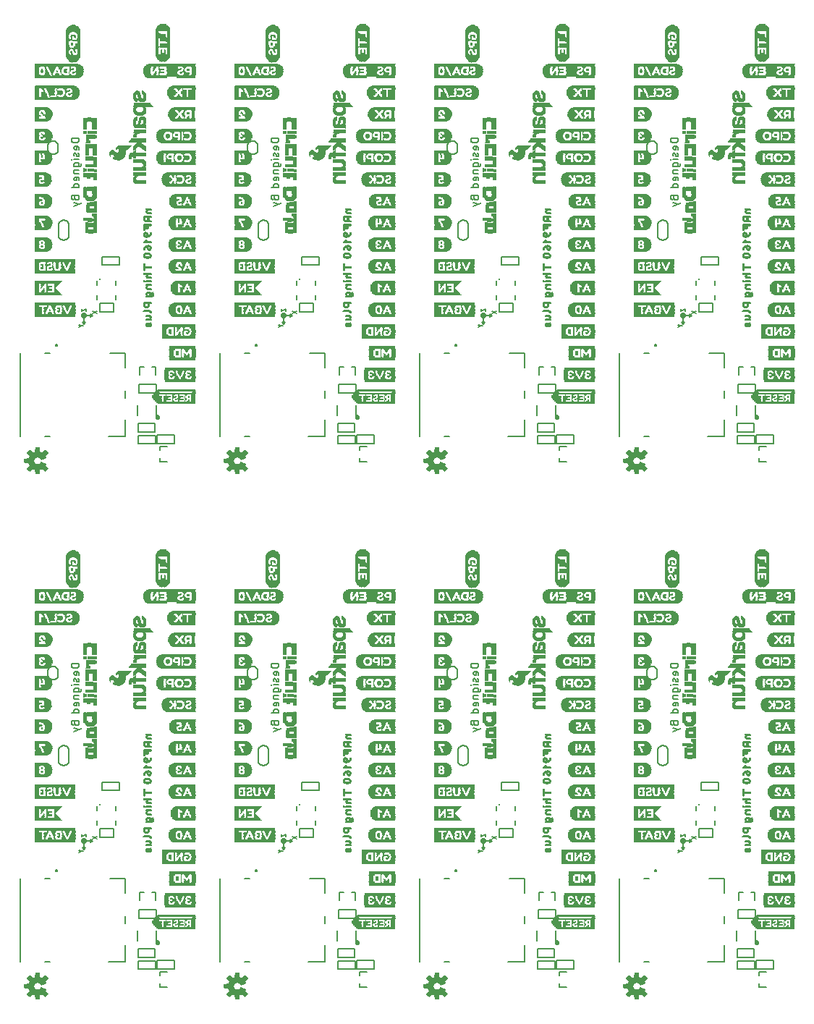
<source format=gbo>
G04 EAGLE Gerber RS-274X export*
G75*
%MOMM*%
%FSLAX34Y34*%
%LPD*%
%INSilkscreen Bottom*%
%IPPOS*%
%AMOC8*
5,1,8,0,0,1.08239X$1,22.5*%
G01*
%ADD10C,0.152400*%
%ADD11C,0.300000*%
%ADD12C,0.127000*%
%ADD13R,0.063500X1.330963*%
%ADD14R,0.063500X0.378463*%
%ADD15R,0.063500X0.381000*%
%ADD16R,0.063500X1.397000*%
%ADD17R,0.063500X1.209037*%
%ADD18R,0.063500X0.825500*%
%ADD19R,0.063500X1.272538*%
%ADD20R,0.063500X0.952500*%
%ADD21R,0.063500X1.270000*%
%ADD22R,0.063500X0.314963*%
%ADD23R,0.063500X1.460500*%
%ADD24R,0.063500X0.444500*%
%ADD25R,0.063500X1.524000*%
%ADD26R,0.063500X1.336037*%
%ADD27R,0.063500X1.587500*%
%ADD28R,0.063500X1.651000*%
%ADD29R,0.063500X1.714500*%
%ADD30R,0.063500X0.510537*%
%ADD31R,0.063500X0.441963*%
%ADD32R,0.063500X0.383538*%
%ADD33R,0.063500X0.320038*%
%ADD34R,0.063500X0.508000*%
%ADD35R,0.063500X0.447038*%
%ADD36R,0.063500X0.698500*%
%ADD37R,0.063500X0.635000*%
%ADD38R,0.063500X0.571500*%
%ADD39R,0.063500X1.016000*%
%ADD40R,0.063500X0.632463*%
%ADD41R,0.063500X0.574037*%
%ADD42R,0.063500X0.891538*%
%ADD43R,0.063500X0.063500*%
%ADD44R,0.063500X1.333500*%
%ADD45R,0.063500X1.206500*%
%ADD46C,0.100000*%
%ADD47R,3.880000X0.040000*%
%ADD48R,0.840000X0.040000*%
%ADD49R,2.800000X0.040000*%
%ADD50R,0.760000X0.040000*%
%ADD51R,0.320000X0.040000*%
%ADD52R,0.480000X0.040000*%
%ADD53R,0.160000X0.040000*%
%ADD54R,0.680000X0.040000*%
%ADD55R,0.200000X0.040000*%
%ADD56R,0.400000X0.040000*%
%ADD57R,0.120000X0.040000*%
%ADD58R,0.640000X0.040000*%
%ADD59R,0.360000X0.040000*%
%ADD60R,0.560000X0.040000*%
%ADD61R,0.600000X0.040000*%
%ADD62R,0.520000X0.040000*%
%ADD63R,0.280000X0.040000*%
%ADD64R,0.240000X0.040000*%
%ADD65R,0.720000X0.040000*%
%ADD66R,0.440000X0.040000*%
%ADD67R,0.040000X0.040000*%
%ADD68R,0.080000X0.040000*%
%ADD69R,0.800000X0.040000*%
%ADD70R,3.640000X0.040000*%
%ADD71R,1.800000X0.040000*%
%ADD72R,0.880000X0.040000*%
%ADD73R,4.400000X0.040000*%
%ADD74R,4.440000X0.040000*%
%ADD75R,4.520000X0.040000*%
%ADD76R,4.560000X0.040000*%
%ADD77R,4.840000X0.040000*%
%ADD78R,4.880000X0.040000*%
%ADD79R,4.920000X0.040000*%
%ADD80R,4.960000X0.040000*%
%ADD81R,1.120000X0.040000*%
%ADD82R,1.160000X0.040000*%
%ADD83R,1.080000X0.040000*%
%ADD84R,1.040000X0.040000*%
%ADD85R,1.000000X0.040000*%
%ADD86R,0.960000X0.040000*%
%ADD87R,0.920000X0.040000*%
%ADD88R,4.600000X0.040000*%
%ADD89R,4.680000X0.040000*%
%ADD90R,1.480000X0.040000*%
%ADD91R,1.640000X0.040000*%
%ADD92R,3.160000X0.040000*%
%ADD93R,3.120000X0.040000*%
%ADD94R,3.080000X0.040000*%
%ADD95R,3.040000X0.040000*%
%ADD96R,3.000000X0.040000*%
%ADD97R,2.960000X0.040000*%
%ADD98R,2.920000X0.040000*%
%ADD99R,2.880000X0.040000*%
%ADD100R,4.760000X0.040000*%
%ADD101R,4.160000X0.040000*%
%ADD102R,2.480000X0.040000*%
%ADD103R,2.600000X0.040000*%
%ADD104R,2.680000X0.040000*%
%ADD105R,2.760000X0.040000*%
%ADD106R,2.840000X0.040000*%
%ADD107R,1.200000X0.040000*%
%ADD108R,1.240000X0.040000*%
%ADD109R,2.560000X0.040000*%
%ADD110R,1.720000X0.040000*%
%ADD111R,1.840000X0.040000*%
%ADD112R,2.320000X0.040000*%
%ADD113R,2.440000X0.040000*%
%ADD114R,2.520000X0.040000*%
%ADD115R,2.640000X0.040000*%
%ADD116R,2.720000X0.040000*%
%ADD117R,1.440000X0.040000*%
%ADD118R,1.560000X0.040000*%
%ADD119R,1.760000X0.040000*%
%ADD120R,1.880000X0.040000*%
%ADD121R,1.280000X0.040000*%
%ADD122R,1.360000X0.040000*%
%ADD123R,1.680000X0.040000*%
%ADD124R,1.320000X0.040000*%
%ADD125R,3.360000X0.040000*%
%ADD126R,3.480000X0.040000*%
%ADD127R,3.560000X0.040000*%
%ADD128R,3.680000X0.040000*%
%ADD129R,3.720000X0.040000*%
%ADD130R,3.760000X0.040000*%
%ADD131R,4.000000X0.040000*%
%ADD132R,4.120000X0.040000*%
%ADD133R,4.200000X0.040000*%
%ADD134R,4.280000X0.040000*%
%ADD135R,4.320000X0.040000*%
%ADD136R,4.360000X0.040000*%
%ADD137R,0.040000X3.160000*%
%ADD138R,0.040000X3.400000*%
%ADD139R,0.040000X3.560000*%
%ADD140R,0.040000X3.680000*%
%ADD141R,0.040000X3.800000*%
%ADD142R,0.040000X3.880000*%
%ADD143R,0.040000X3.960000*%
%ADD144R,0.040000X1.000000*%
%ADD145R,0.040000X0.360000*%
%ADD146R,0.040000X0.600000*%
%ADD147R,0.040000X0.880000*%
%ADD148R,0.040000X0.920000*%
%ADD149R,0.040000X0.240000*%
%ADD150R,0.040000X0.400000*%
%ADD151R,0.040000X0.800000*%
%ADD152R,0.040000X0.160000*%
%ADD153R,0.040000X0.280000*%
%ADD154R,0.040000X0.200000*%
%ADD155R,0.040000X0.840000*%
%ADD156R,0.040000X0.120000*%
%ADD157R,0.040000X0.080000*%
%ADD158R,0.040000X0.680000*%
%ADD159R,0.040000X1.320000*%
%ADD160R,0.040000X0.720000*%
%ADD161R,0.040000X1.280000*%
%ADD162R,0.040000X0.760000*%
%ADD163R,0.040000X1.120000*%
%ADD164R,0.040000X0.320000*%
%ADD165R,0.040000X0.440000*%
%ADD166R,0.040000X0.640000*%
%ADD167R,0.040000X3.640000*%
%ADD168R,0.040000X3.240000*%
%ADD169R,0.040000X3.480000*%
%ADD170R,0.040000X3.760000*%
%ADD171R,0.040000X4.040000*%
%ADD172R,0.040000X0.560000*%
%ADD173R,0.040000X0.520000*%
%ADD174R,0.040000X1.400000*%
%ADD175R,0.040000X1.440000*%
%ADD176R,0.040000X1.080000*%
%ADD177R,0.040000X1.040000*%
%ADD178R,0.040000X0.480000*%
%ADD179R,0.040000X3.720000*%
%ADD180R,5.520000X0.040000*%
%ADD181R,5.640000X0.040000*%
%ADD182R,5.720000X0.040000*%
%ADD183R,5.800000X0.040000*%
%ADD184R,5.840000X0.040000*%
%ADD185R,5.880000X0.040000*%
%ADD186R,5.920000X0.040000*%
%ADD187R,1.520000X0.040000*%
%ADD188R,1.400000X0.040000*%
%ADD189R,2.200000X0.040000*%
%ADD190R,2.400000X0.040000*%
%ADD191C,0.200000*%
%ADD192R,4.640000X0.040000*%
%ADD193R,5.000000X0.040000*%
%ADD194R,3.280000X0.040000*%
%ADD195R,3.320000X0.040000*%
%ADD196R,1.600000X0.040000*%
%ADD197R,5.120000X0.040000*%
%ADD198R,5.240000X0.040000*%
%ADD199R,5.320000X0.040000*%
%ADD200R,5.400000X0.040000*%
%ADD201R,5.440000X0.040000*%
%ADD202R,5.480000X0.040000*%
%ADD203R,3.520000X0.040000*%

G36*
X726425Y49380D02*
X726425Y49380D01*
X726533Y49394D01*
X726545Y49400D01*
X726559Y49402D01*
X726655Y49454D01*
X726752Y49501D01*
X726762Y49511D01*
X726774Y49517D01*
X726848Y49597D01*
X726925Y49673D01*
X726931Y49685D01*
X726941Y49696D01*
X726986Y49794D01*
X727034Y49891D01*
X727038Y49909D01*
X727042Y49918D01*
X727044Y49939D01*
X727063Y50036D01*
X727506Y54387D01*
X728665Y54758D01*
X728683Y54768D01*
X728780Y54806D01*
X729862Y55363D01*
X733252Y52599D01*
X733346Y52545D01*
X733438Y52488D01*
X733451Y52485D01*
X733463Y52478D01*
X733570Y52457D01*
X733675Y52432D01*
X733689Y52434D01*
X733703Y52431D01*
X733810Y52446D01*
X733918Y52456D01*
X733931Y52462D01*
X733945Y52464D01*
X734042Y52512D01*
X734141Y52557D01*
X734154Y52568D01*
X734163Y52572D01*
X734178Y52588D01*
X734255Y52650D01*
X736840Y55235D01*
X736903Y55324D01*
X736969Y55409D01*
X736974Y55422D01*
X736982Y55434D01*
X737013Y55537D01*
X737049Y55640D01*
X737049Y55654D01*
X737053Y55667D01*
X737049Y55775D01*
X737050Y55884D01*
X737045Y55897D01*
X737045Y55911D01*
X737007Y56013D01*
X736972Y56115D01*
X736963Y56130D01*
X736959Y56139D01*
X736945Y56156D01*
X736891Y56238D01*
X734127Y59628D01*
X734684Y60710D01*
X734701Y60763D01*
X734727Y60812D01*
X734738Y60878D01*
X734759Y60942D01*
X734758Y60998D01*
X734767Y61052D01*
X734756Y61119D01*
X734755Y61186D01*
X734737Y61238D01*
X734728Y61293D01*
X734696Y61353D01*
X734673Y61416D01*
X734639Y61459D01*
X734613Y61509D01*
X734564Y61555D01*
X734522Y61607D01*
X734475Y61638D01*
X734435Y61676D01*
X734330Y61732D01*
X734317Y61740D01*
X734312Y61741D01*
X734305Y61745D01*
X729108Y63898D01*
X729009Y63921D01*
X728911Y63950D01*
X728890Y63949D01*
X728870Y63954D01*
X728769Y63944D01*
X728668Y63939D01*
X728648Y63932D01*
X728627Y63930D01*
X728535Y63888D01*
X728440Y63851D01*
X728424Y63838D01*
X728405Y63829D01*
X728331Y63760D01*
X728253Y63695D01*
X728237Y63672D01*
X728227Y63662D01*
X728215Y63641D01*
X728168Y63574D01*
X727662Y62675D01*
X727018Y61988D01*
X726230Y61473D01*
X725342Y61161D01*
X724405Y61069D01*
X723473Y61202D01*
X722599Y61553D01*
X721834Y62102D01*
X721221Y62816D01*
X720796Y63656D01*
X720582Y64573D01*
X720592Y65514D01*
X720826Y66426D01*
X721269Y67256D01*
X721898Y67957D01*
X722675Y68489D01*
X723556Y68820D01*
X724491Y68933D01*
X725408Y68825D01*
X726276Y68505D01*
X727045Y67991D01*
X727672Y67312D01*
X728167Y66428D01*
X728231Y66348D01*
X728291Y66265D01*
X728307Y66253D01*
X728320Y66237D01*
X728406Y66182D01*
X728489Y66122D01*
X728508Y66116D01*
X728525Y66106D01*
X728624Y66081D01*
X728723Y66051D01*
X728742Y66052D01*
X728762Y66047D01*
X728864Y66056D01*
X728966Y66059D01*
X728991Y66067D01*
X729005Y66068D01*
X729027Y66078D01*
X729108Y66102D01*
X734305Y68255D01*
X734352Y68284D01*
X734404Y68305D01*
X734455Y68348D01*
X734512Y68384D01*
X734547Y68427D01*
X734590Y68463D01*
X734624Y68520D01*
X734667Y68572D01*
X734686Y68624D01*
X734715Y68672D01*
X734729Y68738D01*
X734753Y68801D01*
X734755Y68856D01*
X734766Y68910D01*
X734759Y68977D01*
X734761Y69044D01*
X734745Y69098D01*
X734738Y69153D01*
X734694Y69264D01*
X734690Y69278D01*
X734687Y69282D01*
X734684Y69290D01*
X734127Y70372D01*
X736891Y73762D01*
X736945Y73856D01*
X737002Y73948D01*
X737005Y73961D01*
X737012Y73973D01*
X737033Y74080D01*
X737058Y74185D01*
X737056Y74199D01*
X737059Y74213D01*
X737044Y74320D01*
X737034Y74428D01*
X737028Y74441D01*
X737026Y74455D01*
X736978Y74552D01*
X736933Y74651D01*
X736922Y74664D01*
X736918Y74673D01*
X736902Y74688D01*
X736840Y74765D01*
X734255Y77350D01*
X734166Y77413D01*
X734081Y77479D01*
X734068Y77484D01*
X734056Y77492D01*
X733953Y77523D01*
X733850Y77559D01*
X733836Y77559D01*
X733823Y77563D01*
X733715Y77559D01*
X733606Y77560D01*
X733593Y77555D01*
X733579Y77555D01*
X733477Y77517D01*
X733375Y77482D01*
X733360Y77473D01*
X733351Y77469D01*
X733334Y77455D01*
X733252Y77401D01*
X729862Y74637D01*
X728780Y75194D01*
X728760Y75200D01*
X728665Y75242D01*
X727506Y75613D01*
X727063Y79964D01*
X727035Y80068D01*
X727010Y80174D01*
X727003Y80186D01*
X727000Y80199D01*
X726939Y80289D01*
X726882Y80382D01*
X726871Y80390D01*
X726863Y80402D01*
X726777Y80468D01*
X726693Y80537D01*
X726680Y80541D01*
X726669Y80550D01*
X726566Y80584D01*
X726465Y80623D01*
X726447Y80624D01*
X726438Y80628D01*
X726416Y80628D01*
X726318Y80637D01*
X722662Y80637D01*
X722555Y80620D01*
X722447Y80606D01*
X722435Y80600D01*
X722421Y80598D01*
X722325Y80546D01*
X722228Y80499D01*
X722218Y80489D01*
X722206Y80483D01*
X722132Y80403D01*
X722055Y80327D01*
X722049Y80315D01*
X722039Y80305D01*
X721994Y80206D01*
X721946Y80109D01*
X721942Y80091D01*
X721938Y80082D01*
X721936Y80061D01*
X721917Y79964D01*
X721474Y75613D01*
X720315Y75242D01*
X720297Y75232D01*
X720200Y75194D01*
X719118Y74637D01*
X715728Y77401D01*
X715634Y77455D01*
X715542Y77512D01*
X715529Y77515D01*
X715517Y77522D01*
X715410Y77543D01*
X715305Y77568D01*
X715291Y77566D01*
X715277Y77569D01*
X715170Y77554D01*
X715062Y77544D01*
X715049Y77538D01*
X715036Y77536D01*
X714938Y77488D01*
X714839Y77443D01*
X714826Y77432D01*
X714817Y77428D01*
X714802Y77412D01*
X714725Y77350D01*
X712140Y74765D01*
X712077Y74676D01*
X712011Y74591D01*
X712006Y74578D01*
X711998Y74566D01*
X711967Y74463D01*
X711931Y74360D01*
X711931Y74346D01*
X711927Y74333D01*
X711931Y74225D01*
X711930Y74116D01*
X711935Y74103D01*
X711935Y74089D01*
X711973Y73987D01*
X712008Y73885D01*
X712017Y73870D01*
X712021Y73861D01*
X712035Y73844D01*
X712089Y73762D01*
X714853Y70372D01*
X714296Y69290D01*
X714290Y69270D01*
X714248Y69175D01*
X713877Y68016D01*
X709526Y67573D01*
X709422Y67545D01*
X709316Y67520D01*
X709304Y67513D01*
X709291Y67510D01*
X709201Y67449D01*
X709108Y67392D01*
X709100Y67381D01*
X709088Y67373D01*
X709022Y67287D01*
X708954Y67203D01*
X708949Y67190D01*
X708940Y67179D01*
X708906Y67076D01*
X708867Y66975D01*
X708866Y66957D01*
X708862Y66948D01*
X708863Y66926D01*
X708853Y66828D01*
X708853Y63172D01*
X708870Y63065D01*
X708884Y62957D01*
X708890Y62945D01*
X708892Y62931D01*
X708944Y62835D01*
X708991Y62738D01*
X709001Y62728D01*
X709007Y62716D01*
X709087Y62642D01*
X709163Y62565D01*
X709175Y62559D01*
X709186Y62549D01*
X709284Y62504D01*
X709381Y62456D01*
X709399Y62452D01*
X709408Y62448D01*
X709429Y62446D01*
X709526Y62427D01*
X713877Y61984D01*
X714248Y60825D01*
X714258Y60807D01*
X714296Y60710D01*
X714853Y59628D01*
X712089Y56238D01*
X712035Y56144D01*
X711978Y56052D01*
X711975Y56039D01*
X711968Y56027D01*
X711947Y55920D01*
X711922Y55815D01*
X711924Y55801D01*
X711921Y55787D01*
X711936Y55680D01*
X711946Y55572D01*
X711952Y55559D01*
X711954Y55546D01*
X712002Y55448D01*
X712047Y55349D01*
X712058Y55336D01*
X712062Y55327D01*
X712078Y55312D01*
X712140Y55235D01*
X714725Y52650D01*
X714814Y52587D01*
X714899Y52521D01*
X714912Y52516D01*
X714924Y52508D01*
X715027Y52477D01*
X715130Y52441D01*
X715144Y52441D01*
X715157Y52437D01*
X715265Y52441D01*
X715374Y52440D01*
X715387Y52445D01*
X715401Y52445D01*
X715503Y52483D01*
X715605Y52518D01*
X715620Y52527D01*
X715629Y52531D01*
X715646Y52545D01*
X715728Y52599D01*
X719118Y55363D01*
X720200Y54806D01*
X720220Y54800D01*
X720315Y54758D01*
X721474Y54387D01*
X721917Y50036D01*
X721945Y49932D01*
X721970Y49826D01*
X721977Y49814D01*
X721980Y49801D01*
X722041Y49711D01*
X722098Y49618D01*
X722109Y49610D01*
X722117Y49598D01*
X722203Y49532D01*
X722287Y49464D01*
X722300Y49459D01*
X722311Y49450D01*
X722414Y49416D01*
X722515Y49377D01*
X722533Y49376D01*
X722542Y49372D01*
X722564Y49373D01*
X722662Y49363D01*
X726318Y49363D01*
X726425Y49380D01*
G37*
G36*
X25385Y664060D02*
X25385Y664060D01*
X25493Y664074D01*
X25505Y664080D01*
X25519Y664082D01*
X25615Y664134D01*
X25712Y664181D01*
X25722Y664191D01*
X25734Y664197D01*
X25808Y664277D01*
X25885Y664353D01*
X25891Y664365D01*
X25901Y664376D01*
X25946Y664474D01*
X25994Y664571D01*
X25998Y664589D01*
X26002Y664598D01*
X26004Y664619D01*
X26023Y664716D01*
X26466Y669067D01*
X27625Y669438D01*
X27643Y669448D01*
X27740Y669486D01*
X28822Y670043D01*
X32212Y667279D01*
X32306Y667225D01*
X32398Y667168D01*
X32411Y667165D01*
X32423Y667158D01*
X32530Y667137D01*
X32635Y667112D01*
X32649Y667114D01*
X32663Y667111D01*
X32770Y667126D01*
X32878Y667136D01*
X32891Y667142D01*
X32905Y667144D01*
X33002Y667192D01*
X33101Y667237D01*
X33114Y667248D01*
X33123Y667252D01*
X33138Y667268D01*
X33215Y667330D01*
X35800Y669915D01*
X35863Y670004D01*
X35929Y670089D01*
X35934Y670102D01*
X35942Y670114D01*
X35973Y670217D01*
X36009Y670320D01*
X36009Y670334D01*
X36013Y670347D01*
X36009Y670455D01*
X36010Y670564D01*
X36005Y670577D01*
X36005Y670591D01*
X35967Y670693D01*
X35932Y670795D01*
X35923Y670810D01*
X35919Y670819D01*
X35905Y670836D01*
X35851Y670918D01*
X33087Y674308D01*
X33644Y675390D01*
X33661Y675443D01*
X33687Y675492D01*
X33698Y675558D01*
X33719Y675622D01*
X33718Y675678D01*
X33727Y675732D01*
X33716Y675799D01*
X33715Y675866D01*
X33697Y675918D01*
X33688Y675973D01*
X33656Y676033D01*
X33633Y676096D01*
X33599Y676139D01*
X33573Y676189D01*
X33524Y676235D01*
X33482Y676287D01*
X33435Y676318D01*
X33395Y676356D01*
X33290Y676412D01*
X33277Y676420D01*
X33272Y676421D01*
X33265Y676425D01*
X28068Y678578D01*
X27969Y678601D01*
X27871Y678630D01*
X27850Y678629D01*
X27830Y678634D01*
X27729Y678624D01*
X27628Y678619D01*
X27608Y678612D01*
X27587Y678610D01*
X27495Y678568D01*
X27400Y678531D01*
X27384Y678518D01*
X27365Y678509D01*
X27291Y678440D01*
X27213Y678375D01*
X27197Y678352D01*
X27187Y678342D01*
X27175Y678321D01*
X27128Y678254D01*
X26622Y677355D01*
X25978Y676668D01*
X25190Y676153D01*
X24302Y675841D01*
X23365Y675749D01*
X22433Y675882D01*
X21559Y676233D01*
X20794Y676782D01*
X20181Y677496D01*
X19756Y678336D01*
X19542Y679253D01*
X19552Y680194D01*
X19786Y681106D01*
X20229Y681936D01*
X20858Y682637D01*
X21635Y683169D01*
X22516Y683500D01*
X23451Y683613D01*
X24368Y683505D01*
X25236Y683185D01*
X26005Y682671D01*
X26632Y681992D01*
X27127Y681108D01*
X27191Y681028D01*
X27251Y680945D01*
X27267Y680933D01*
X27280Y680917D01*
X27366Y680862D01*
X27449Y680802D01*
X27468Y680796D01*
X27485Y680786D01*
X27584Y680761D01*
X27683Y680731D01*
X27702Y680732D01*
X27722Y680727D01*
X27824Y680736D01*
X27926Y680739D01*
X27951Y680747D01*
X27965Y680748D01*
X27987Y680758D01*
X28068Y680782D01*
X33265Y682935D01*
X33312Y682964D01*
X33364Y682985D01*
X33415Y683028D01*
X33472Y683064D01*
X33507Y683107D01*
X33550Y683143D01*
X33584Y683200D01*
X33627Y683252D01*
X33646Y683304D01*
X33675Y683352D01*
X33689Y683418D01*
X33713Y683481D01*
X33715Y683536D01*
X33726Y683590D01*
X33719Y683657D01*
X33721Y683724D01*
X33705Y683778D01*
X33698Y683833D01*
X33654Y683944D01*
X33650Y683958D01*
X33647Y683962D01*
X33644Y683970D01*
X33087Y685052D01*
X35851Y688442D01*
X35905Y688536D01*
X35962Y688628D01*
X35965Y688641D01*
X35972Y688653D01*
X35993Y688760D01*
X36018Y688865D01*
X36016Y688879D01*
X36019Y688893D01*
X36004Y689000D01*
X35994Y689108D01*
X35988Y689121D01*
X35986Y689135D01*
X35938Y689232D01*
X35893Y689331D01*
X35882Y689344D01*
X35878Y689353D01*
X35862Y689368D01*
X35800Y689445D01*
X33215Y692030D01*
X33126Y692093D01*
X33041Y692159D01*
X33028Y692164D01*
X33016Y692172D01*
X32913Y692203D01*
X32810Y692239D01*
X32796Y692239D01*
X32783Y692243D01*
X32675Y692239D01*
X32566Y692240D01*
X32553Y692235D01*
X32539Y692235D01*
X32437Y692197D01*
X32335Y692162D01*
X32320Y692153D01*
X32311Y692149D01*
X32294Y692135D01*
X32212Y692081D01*
X28822Y689317D01*
X27740Y689874D01*
X27720Y689880D01*
X27625Y689922D01*
X26466Y690293D01*
X26023Y694644D01*
X25995Y694748D01*
X25970Y694854D01*
X25963Y694866D01*
X25960Y694879D01*
X25899Y694969D01*
X25842Y695062D01*
X25831Y695070D01*
X25823Y695082D01*
X25737Y695148D01*
X25653Y695217D01*
X25640Y695221D01*
X25629Y695230D01*
X25526Y695264D01*
X25425Y695303D01*
X25407Y695304D01*
X25398Y695308D01*
X25376Y695308D01*
X25278Y695317D01*
X21622Y695317D01*
X21515Y695300D01*
X21407Y695286D01*
X21395Y695280D01*
X21381Y695278D01*
X21285Y695226D01*
X21188Y695179D01*
X21178Y695169D01*
X21166Y695163D01*
X21092Y695083D01*
X21015Y695007D01*
X21009Y694995D01*
X20999Y694985D01*
X20954Y694886D01*
X20906Y694789D01*
X20902Y694771D01*
X20898Y694762D01*
X20896Y694741D01*
X20877Y694644D01*
X20434Y690293D01*
X19275Y689922D01*
X19257Y689912D01*
X19160Y689874D01*
X18078Y689317D01*
X14688Y692081D01*
X14594Y692135D01*
X14502Y692192D01*
X14489Y692195D01*
X14477Y692202D01*
X14370Y692223D01*
X14265Y692248D01*
X14251Y692246D01*
X14237Y692249D01*
X14130Y692234D01*
X14022Y692224D01*
X14009Y692218D01*
X13996Y692216D01*
X13898Y692168D01*
X13799Y692123D01*
X13786Y692112D01*
X13777Y692108D01*
X13762Y692092D01*
X13685Y692030D01*
X11100Y689445D01*
X11037Y689356D01*
X10971Y689271D01*
X10966Y689258D01*
X10958Y689246D01*
X10927Y689143D01*
X10891Y689040D01*
X10891Y689026D01*
X10887Y689013D01*
X10891Y688905D01*
X10890Y688796D01*
X10895Y688783D01*
X10895Y688769D01*
X10933Y688667D01*
X10968Y688565D01*
X10977Y688550D01*
X10981Y688541D01*
X10995Y688524D01*
X11049Y688442D01*
X13813Y685052D01*
X13256Y683970D01*
X13250Y683950D01*
X13208Y683855D01*
X12837Y682696D01*
X8486Y682253D01*
X8382Y682225D01*
X8276Y682200D01*
X8264Y682193D01*
X8251Y682190D01*
X8161Y682129D01*
X8068Y682072D01*
X8060Y682061D01*
X8048Y682053D01*
X7982Y681967D01*
X7914Y681883D01*
X7909Y681870D01*
X7900Y681859D01*
X7866Y681756D01*
X7827Y681655D01*
X7826Y681637D01*
X7822Y681628D01*
X7823Y681606D01*
X7813Y681508D01*
X7813Y677852D01*
X7830Y677745D01*
X7844Y677637D01*
X7850Y677625D01*
X7852Y677611D01*
X7904Y677515D01*
X7951Y677418D01*
X7961Y677408D01*
X7967Y677396D01*
X8047Y677322D01*
X8123Y677245D01*
X8135Y677239D01*
X8146Y677229D01*
X8244Y677184D01*
X8341Y677136D01*
X8359Y677132D01*
X8368Y677128D01*
X8389Y677126D01*
X8486Y677107D01*
X12837Y676664D01*
X13208Y675505D01*
X13218Y675487D01*
X13256Y675390D01*
X13813Y674308D01*
X11049Y670918D01*
X10995Y670824D01*
X10938Y670732D01*
X10935Y670719D01*
X10928Y670707D01*
X10907Y670600D01*
X10882Y670495D01*
X10884Y670481D01*
X10881Y670467D01*
X10896Y670360D01*
X10906Y670252D01*
X10912Y670239D01*
X10914Y670226D01*
X10962Y670128D01*
X11007Y670029D01*
X11018Y670016D01*
X11022Y670007D01*
X11038Y669992D01*
X11100Y669915D01*
X13685Y667330D01*
X13774Y667267D01*
X13859Y667201D01*
X13872Y667196D01*
X13884Y667188D01*
X13987Y667157D01*
X14090Y667121D01*
X14104Y667121D01*
X14117Y667117D01*
X14225Y667121D01*
X14334Y667120D01*
X14347Y667125D01*
X14361Y667125D01*
X14463Y667163D01*
X14565Y667198D01*
X14580Y667207D01*
X14589Y667211D01*
X14606Y667225D01*
X14688Y667279D01*
X18078Y670043D01*
X19160Y669486D01*
X19180Y669480D01*
X19275Y669438D01*
X20434Y669067D01*
X20877Y664716D01*
X20905Y664612D01*
X20930Y664506D01*
X20937Y664494D01*
X20940Y664481D01*
X21001Y664391D01*
X21058Y664298D01*
X21069Y664290D01*
X21077Y664278D01*
X21163Y664212D01*
X21247Y664144D01*
X21260Y664139D01*
X21271Y664130D01*
X21374Y664096D01*
X21475Y664057D01*
X21493Y664056D01*
X21502Y664052D01*
X21524Y664053D01*
X21622Y664043D01*
X25278Y664043D01*
X25385Y664060D01*
G37*
G36*
X25385Y49380D02*
X25385Y49380D01*
X25493Y49394D01*
X25505Y49400D01*
X25519Y49402D01*
X25615Y49454D01*
X25712Y49501D01*
X25722Y49511D01*
X25734Y49517D01*
X25808Y49597D01*
X25885Y49673D01*
X25891Y49685D01*
X25901Y49696D01*
X25946Y49794D01*
X25994Y49891D01*
X25998Y49909D01*
X26002Y49918D01*
X26004Y49939D01*
X26023Y50036D01*
X26466Y54387D01*
X27625Y54758D01*
X27643Y54768D01*
X27740Y54806D01*
X28822Y55363D01*
X32212Y52599D01*
X32306Y52545D01*
X32398Y52488D01*
X32411Y52485D01*
X32423Y52478D01*
X32530Y52457D01*
X32635Y52432D01*
X32649Y52434D01*
X32663Y52431D01*
X32770Y52446D01*
X32878Y52456D01*
X32891Y52462D01*
X32905Y52464D01*
X33002Y52512D01*
X33101Y52557D01*
X33114Y52568D01*
X33123Y52572D01*
X33138Y52588D01*
X33215Y52650D01*
X35800Y55235D01*
X35863Y55324D01*
X35929Y55409D01*
X35934Y55422D01*
X35942Y55434D01*
X35973Y55537D01*
X36009Y55640D01*
X36009Y55654D01*
X36013Y55667D01*
X36009Y55775D01*
X36010Y55884D01*
X36005Y55897D01*
X36005Y55911D01*
X35967Y56013D01*
X35932Y56115D01*
X35923Y56130D01*
X35919Y56139D01*
X35905Y56156D01*
X35851Y56238D01*
X33087Y59628D01*
X33644Y60710D01*
X33661Y60763D01*
X33687Y60812D01*
X33698Y60878D01*
X33719Y60942D01*
X33718Y60998D01*
X33727Y61052D01*
X33716Y61119D01*
X33715Y61186D01*
X33697Y61238D01*
X33688Y61293D01*
X33656Y61353D01*
X33633Y61416D01*
X33599Y61459D01*
X33573Y61509D01*
X33524Y61555D01*
X33482Y61607D01*
X33435Y61638D01*
X33395Y61676D01*
X33290Y61732D01*
X33277Y61740D01*
X33272Y61741D01*
X33265Y61745D01*
X28068Y63898D01*
X27969Y63921D01*
X27871Y63950D01*
X27850Y63949D01*
X27830Y63954D01*
X27729Y63944D01*
X27628Y63939D01*
X27608Y63932D01*
X27587Y63930D01*
X27495Y63888D01*
X27400Y63851D01*
X27384Y63838D01*
X27365Y63829D01*
X27291Y63760D01*
X27213Y63695D01*
X27197Y63672D01*
X27187Y63662D01*
X27175Y63641D01*
X27128Y63574D01*
X26622Y62675D01*
X25978Y61988D01*
X25190Y61473D01*
X24302Y61161D01*
X23365Y61069D01*
X22433Y61202D01*
X21559Y61553D01*
X20794Y62102D01*
X20181Y62816D01*
X19756Y63656D01*
X19542Y64573D01*
X19552Y65514D01*
X19786Y66426D01*
X20229Y67256D01*
X20858Y67957D01*
X21635Y68489D01*
X22516Y68820D01*
X23451Y68933D01*
X24368Y68825D01*
X25236Y68505D01*
X26005Y67991D01*
X26632Y67312D01*
X27127Y66428D01*
X27191Y66348D01*
X27251Y66265D01*
X27267Y66253D01*
X27280Y66237D01*
X27366Y66182D01*
X27449Y66122D01*
X27468Y66116D01*
X27485Y66106D01*
X27584Y66081D01*
X27683Y66051D01*
X27702Y66052D01*
X27722Y66047D01*
X27824Y66056D01*
X27926Y66059D01*
X27951Y66067D01*
X27965Y66068D01*
X27987Y66078D01*
X28068Y66102D01*
X33265Y68255D01*
X33312Y68284D01*
X33364Y68305D01*
X33415Y68348D01*
X33472Y68384D01*
X33507Y68427D01*
X33550Y68463D01*
X33584Y68520D01*
X33627Y68572D01*
X33646Y68624D01*
X33675Y68672D01*
X33689Y68738D01*
X33713Y68801D01*
X33715Y68856D01*
X33726Y68910D01*
X33719Y68977D01*
X33721Y69044D01*
X33705Y69098D01*
X33698Y69153D01*
X33654Y69264D01*
X33650Y69278D01*
X33647Y69282D01*
X33644Y69290D01*
X33087Y70372D01*
X35851Y73762D01*
X35905Y73856D01*
X35962Y73948D01*
X35965Y73961D01*
X35972Y73973D01*
X35993Y74080D01*
X36018Y74185D01*
X36016Y74199D01*
X36019Y74213D01*
X36004Y74320D01*
X35994Y74428D01*
X35988Y74441D01*
X35986Y74455D01*
X35938Y74552D01*
X35893Y74651D01*
X35882Y74664D01*
X35878Y74673D01*
X35862Y74688D01*
X35800Y74765D01*
X33215Y77350D01*
X33126Y77413D01*
X33041Y77479D01*
X33028Y77484D01*
X33016Y77492D01*
X32913Y77523D01*
X32810Y77559D01*
X32796Y77559D01*
X32783Y77563D01*
X32675Y77559D01*
X32566Y77560D01*
X32553Y77555D01*
X32539Y77555D01*
X32437Y77517D01*
X32335Y77482D01*
X32320Y77473D01*
X32311Y77469D01*
X32294Y77455D01*
X32212Y77401D01*
X28822Y74637D01*
X27740Y75194D01*
X27720Y75200D01*
X27625Y75242D01*
X26466Y75613D01*
X26023Y79964D01*
X25995Y80068D01*
X25970Y80174D01*
X25963Y80186D01*
X25960Y80199D01*
X25899Y80289D01*
X25842Y80382D01*
X25831Y80390D01*
X25823Y80402D01*
X25737Y80468D01*
X25653Y80537D01*
X25640Y80541D01*
X25629Y80550D01*
X25526Y80584D01*
X25425Y80623D01*
X25407Y80624D01*
X25398Y80628D01*
X25376Y80628D01*
X25278Y80637D01*
X21622Y80637D01*
X21515Y80620D01*
X21407Y80606D01*
X21395Y80600D01*
X21381Y80598D01*
X21285Y80546D01*
X21188Y80499D01*
X21178Y80489D01*
X21166Y80483D01*
X21092Y80403D01*
X21015Y80327D01*
X21009Y80315D01*
X20999Y80305D01*
X20954Y80206D01*
X20906Y80109D01*
X20902Y80091D01*
X20898Y80082D01*
X20896Y80061D01*
X20877Y79964D01*
X20434Y75613D01*
X19275Y75242D01*
X19257Y75232D01*
X19160Y75194D01*
X18078Y74637D01*
X14688Y77401D01*
X14594Y77455D01*
X14502Y77512D01*
X14489Y77515D01*
X14477Y77522D01*
X14370Y77543D01*
X14265Y77568D01*
X14251Y77566D01*
X14237Y77569D01*
X14130Y77554D01*
X14022Y77544D01*
X14009Y77538D01*
X13996Y77536D01*
X13898Y77488D01*
X13799Y77443D01*
X13786Y77432D01*
X13777Y77428D01*
X13762Y77412D01*
X13685Y77350D01*
X11100Y74765D01*
X11037Y74676D01*
X10971Y74591D01*
X10966Y74578D01*
X10958Y74566D01*
X10927Y74463D01*
X10891Y74360D01*
X10891Y74346D01*
X10887Y74333D01*
X10891Y74225D01*
X10890Y74116D01*
X10895Y74103D01*
X10895Y74089D01*
X10933Y73987D01*
X10968Y73885D01*
X10977Y73870D01*
X10981Y73861D01*
X10995Y73844D01*
X11049Y73762D01*
X13813Y70372D01*
X13256Y69290D01*
X13250Y69270D01*
X13208Y69175D01*
X12837Y68016D01*
X8486Y67573D01*
X8382Y67545D01*
X8276Y67520D01*
X8264Y67513D01*
X8251Y67510D01*
X8161Y67449D01*
X8068Y67392D01*
X8060Y67381D01*
X8048Y67373D01*
X7982Y67287D01*
X7914Y67203D01*
X7909Y67190D01*
X7900Y67179D01*
X7866Y67076D01*
X7827Y66975D01*
X7826Y66957D01*
X7822Y66948D01*
X7823Y66926D01*
X7813Y66828D01*
X7813Y63172D01*
X7830Y63065D01*
X7844Y62957D01*
X7850Y62945D01*
X7852Y62931D01*
X7904Y62835D01*
X7951Y62738D01*
X7961Y62728D01*
X7967Y62716D01*
X8047Y62642D01*
X8123Y62565D01*
X8135Y62559D01*
X8146Y62549D01*
X8244Y62504D01*
X8341Y62456D01*
X8359Y62452D01*
X8368Y62448D01*
X8389Y62446D01*
X8486Y62427D01*
X12837Y61984D01*
X13208Y60825D01*
X13218Y60807D01*
X13256Y60710D01*
X13813Y59628D01*
X11049Y56238D01*
X10995Y56144D01*
X10938Y56052D01*
X10935Y56039D01*
X10928Y56027D01*
X10907Y55920D01*
X10882Y55815D01*
X10884Y55801D01*
X10881Y55787D01*
X10896Y55680D01*
X10906Y55572D01*
X10912Y55559D01*
X10914Y55546D01*
X10962Y55448D01*
X11007Y55349D01*
X11018Y55336D01*
X11022Y55327D01*
X11038Y55312D01*
X11100Y55235D01*
X13685Y52650D01*
X13774Y52587D01*
X13859Y52521D01*
X13872Y52516D01*
X13884Y52508D01*
X13987Y52477D01*
X14090Y52441D01*
X14104Y52441D01*
X14117Y52437D01*
X14225Y52441D01*
X14334Y52440D01*
X14347Y52445D01*
X14361Y52445D01*
X14463Y52483D01*
X14565Y52518D01*
X14580Y52527D01*
X14589Y52531D01*
X14606Y52545D01*
X14688Y52599D01*
X18078Y55363D01*
X19160Y54806D01*
X19180Y54800D01*
X19275Y54758D01*
X20434Y54387D01*
X20877Y50036D01*
X20905Y49932D01*
X20930Y49826D01*
X20937Y49814D01*
X20940Y49801D01*
X21001Y49711D01*
X21058Y49618D01*
X21069Y49610D01*
X21077Y49598D01*
X21163Y49532D01*
X21247Y49464D01*
X21260Y49459D01*
X21271Y49450D01*
X21374Y49416D01*
X21475Y49377D01*
X21493Y49376D01*
X21502Y49372D01*
X21524Y49373D01*
X21622Y49363D01*
X25278Y49363D01*
X25385Y49380D01*
G37*
G36*
X492745Y664060D02*
X492745Y664060D01*
X492853Y664074D01*
X492865Y664080D01*
X492879Y664082D01*
X492975Y664134D01*
X493072Y664181D01*
X493082Y664191D01*
X493094Y664197D01*
X493168Y664277D01*
X493245Y664353D01*
X493251Y664365D01*
X493261Y664376D01*
X493306Y664474D01*
X493354Y664571D01*
X493358Y664589D01*
X493362Y664598D01*
X493364Y664619D01*
X493383Y664716D01*
X493826Y669067D01*
X494985Y669438D01*
X495003Y669448D01*
X495100Y669486D01*
X496182Y670043D01*
X499572Y667279D01*
X499666Y667225D01*
X499758Y667168D01*
X499771Y667165D01*
X499783Y667158D01*
X499890Y667137D01*
X499995Y667112D01*
X500009Y667114D01*
X500023Y667111D01*
X500130Y667126D01*
X500238Y667136D01*
X500251Y667142D01*
X500265Y667144D01*
X500362Y667192D01*
X500461Y667237D01*
X500474Y667248D01*
X500483Y667252D01*
X500498Y667268D01*
X500575Y667330D01*
X503160Y669915D01*
X503223Y670004D01*
X503289Y670089D01*
X503294Y670102D01*
X503302Y670114D01*
X503333Y670217D01*
X503369Y670320D01*
X503369Y670334D01*
X503373Y670347D01*
X503369Y670455D01*
X503370Y670564D01*
X503365Y670577D01*
X503365Y670591D01*
X503327Y670693D01*
X503292Y670795D01*
X503283Y670810D01*
X503279Y670819D01*
X503265Y670836D01*
X503211Y670918D01*
X500447Y674308D01*
X501004Y675390D01*
X501021Y675443D01*
X501047Y675492D01*
X501058Y675558D01*
X501079Y675622D01*
X501078Y675678D01*
X501087Y675732D01*
X501076Y675799D01*
X501075Y675866D01*
X501057Y675918D01*
X501048Y675973D01*
X501016Y676033D01*
X500993Y676096D01*
X500959Y676139D01*
X500933Y676189D01*
X500884Y676235D01*
X500842Y676287D01*
X500795Y676318D01*
X500755Y676356D01*
X500650Y676412D01*
X500637Y676420D01*
X500632Y676421D01*
X500625Y676425D01*
X495428Y678578D01*
X495329Y678601D01*
X495231Y678630D01*
X495210Y678629D01*
X495190Y678634D01*
X495089Y678624D01*
X494988Y678619D01*
X494968Y678612D01*
X494947Y678610D01*
X494855Y678568D01*
X494760Y678531D01*
X494744Y678518D01*
X494725Y678509D01*
X494651Y678440D01*
X494573Y678375D01*
X494557Y678352D01*
X494547Y678342D01*
X494535Y678321D01*
X494488Y678254D01*
X493982Y677355D01*
X493338Y676668D01*
X492550Y676153D01*
X491662Y675841D01*
X490725Y675749D01*
X489793Y675882D01*
X488919Y676233D01*
X488154Y676782D01*
X487541Y677496D01*
X487116Y678336D01*
X486902Y679253D01*
X486912Y680194D01*
X487146Y681106D01*
X487589Y681936D01*
X488218Y682637D01*
X488995Y683169D01*
X489876Y683500D01*
X490811Y683613D01*
X491728Y683505D01*
X492596Y683185D01*
X493365Y682671D01*
X493992Y681992D01*
X494487Y681108D01*
X494551Y681028D01*
X494611Y680945D01*
X494627Y680933D01*
X494640Y680917D01*
X494726Y680862D01*
X494809Y680802D01*
X494828Y680796D01*
X494845Y680786D01*
X494944Y680761D01*
X495043Y680731D01*
X495062Y680732D01*
X495082Y680727D01*
X495184Y680736D01*
X495286Y680739D01*
X495311Y680747D01*
X495325Y680748D01*
X495347Y680758D01*
X495428Y680782D01*
X500625Y682935D01*
X500672Y682964D01*
X500724Y682985D01*
X500775Y683028D01*
X500832Y683064D01*
X500867Y683107D01*
X500910Y683143D01*
X500944Y683200D01*
X500987Y683252D01*
X501006Y683304D01*
X501035Y683352D01*
X501049Y683418D01*
X501073Y683481D01*
X501075Y683536D01*
X501086Y683590D01*
X501079Y683657D01*
X501081Y683724D01*
X501065Y683778D01*
X501058Y683833D01*
X501014Y683944D01*
X501010Y683958D01*
X501007Y683962D01*
X501004Y683970D01*
X500447Y685052D01*
X503211Y688442D01*
X503265Y688536D01*
X503322Y688628D01*
X503325Y688641D01*
X503332Y688653D01*
X503353Y688760D01*
X503378Y688865D01*
X503376Y688879D01*
X503379Y688893D01*
X503364Y689000D01*
X503354Y689108D01*
X503348Y689121D01*
X503346Y689135D01*
X503298Y689232D01*
X503253Y689331D01*
X503242Y689344D01*
X503238Y689353D01*
X503222Y689368D01*
X503160Y689445D01*
X500575Y692030D01*
X500486Y692093D01*
X500401Y692159D01*
X500388Y692164D01*
X500376Y692172D01*
X500273Y692203D01*
X500170Y692239D01*
X500156Y692239D01*
X500143Y692243D01*
X500035Y692239D01*
X499926Y692240D01*
X499913Y692235D01*
X499899Y692235D01*
X499797Y692197D01*
X499695Y692162D01*
X499680Y692153D01*
X499671Y692149D01*
X499654Y692135D01*
X499572Y692081D01*
X496182Y689317D01*
X495100Y689874D01*
X495080Y689880D01*
X494985Y689922D01*
X493826Y690293D01*
X493383Y694644D01*
X493355Y694748D01*
X493330Y694854D01*
X493323Y694866D01*
X493320Y694879D01*
X493259Y694969D01*
X493202Y695062D01*
X493191Y695070D01*
X493183Y695082D01*
X493097Y695148D01*
X493013Y695217D01*
X493000Y695221D01*
X492989Y695230D01*
X492886Y695264D01*
X492785Y695303D01*
X492767Y695304D01*
X492758Y695308D01*
X492736Y695308D01*
X492638Y695317D01*
X488982Y695317D01*
X488875Y695300D01*
X488767Y695286D01*
X488755Y695280D01*
X488741Y695278D01*
X488645Y695226D01*
X488548Y695179D01*
X488538Y695169D01*
X488526Y695163D01*
X488452Y695083D01*
X488375Y695007D01*
X488369Y694995D01*
X488359Y694985D01*
X488314Y694886D01*
X488266Y694789D01*
X488262Y694771D01*
X488258Y694762D01*
X488256Y694741D01*
X488237Y694644D01*
X487794Y690293D01*
X486635Y689922D01*
X486617Y689912D01*
X486520Y689874D01*
X485438Y689317D01*
X482048Y692081D01*
X481954Y692135D01*
X481862Y692192D01*
X481849Y692195D01*
X481837Y692202D01*
X481730Y692223D01*
X481625Y692248D01*
X481611Y692246D01*
X481597Y692249D01*
X481490Y692234D01*
X481382Y692224D01*
X481369Y692218D01*
X481356Y692216D01*
X481258Y692168D01*
X481159Y692123D01*
X481146Y692112D01*
X481137Y692108D01*
X481122Y692092D01*
X481045Y692030D01*
X478460Y689445D01*
X478397Y689356D01*
X478331Y689271D01*
X478326Y689258D01*
X478318Y689246D01*
X478287Y689143D01*
X478251Y689040D01*
X478251Y689026D01*
X478247Y689013D01*
X478251Y688905D01*
X478250Y688796D01*
X478255Y688783D01*
X478255Y688769D01*
X478293Y688667D01*
X478328Y688565D01*
X478337Y688550D01*
X478341Y688541D01*
X478355Y688524D01*
X478409Y688442D01*
X481173Y685052D01*
X480616Y683970D01*
X480610Y683950D01*
X480568Y683855D01*
X480197Y682696D01*
X475846Y682253D01*
X475742Y682225D01*
X475636Y682200D01*
X475624Y682193D01*
X475611Y682190D01*
X475521Y682129D01*
X475428Y682072D01*
X475420Y682061D01*
X475408Y682053D01*
X475342Y681967D01*
X475274Y681883D01*
X475269Y681870D01*
X475260Y681859D01*
X475226Y681756D01*
X475187Y681655D01*
X475186Y681637D01*
X475182Y681628D01*
X475183Y681606D01*
X475173Y681508D01*
X475173Y677852D01*
X475190Y677745D01*
X475204Y677637D01*
X475210Y677625D01*
X475212Y677611D01*
X475264Y677515D01*
X475311Y677418D01*
X475321Y677408D01*
X475327Y677396D01*
X475407Y677322D01*
X475483Y677245D01*
X475495Y677239D01*
X475506Y677229D01*
X475604Y677184D01*
X475701Y677136D01*
X475719Y677132D01*
X475728Y677128D01*
X475749Y677126D01*
X475846Y677107D01*
X480197Y676664D01*
X480568Y675505D01*
X480578Y675487D01*
X480616Y675390D01*
X481173Y674308D01*
X478409Y670918D01*
X478355Y670824D01*
X478298Y670732D01*
X478295Y670719D01*
X478288Y670707D01*
X478267Y670600D01*
X478242Y670495D01*
X478244Y670481D01*
X478241Y670467D01*
X478256Y670360D01*
X478266Y670252D01*
X478272Y670239D01*
X478274Y670226D01*
X478322Y670128D01*
X478367Y670029D01*
X478378Y670016D01*
X478382Y670007D01*
X478398Y669992D01*
X478460Y669915D01*
X481045Y667330D01*
X481134Y667267D01*
X481219Y667201D01*
X481232Y667196D01*
X481244Y667188D01*
X481347Y667157D01*
X481450Y667121D01*
X481464Y667121D01*
X481477Y667117D01*
X481585Y667121D01*
X481694Y667120D01*
X481707Y667125D01*
X481721Y667125D01*
X481823Y667163D01*
X481925Y667198D01*
X481940Y667207D01*
X481949Y667211D01*
X481966Y667225D01*
X482048Y667279D01*
X485438Y670043D01*
X486520Y669486D01*
X486540Y669480D01*
X486635Y669438D01*
X487794Y669067D01*
X488237Y664716D01*
X488265Y664612D01*
X488290Y664506D01*
X488297Y664494D01*
X488300Y664481D01*
X488361Y664391D01*
X488418Y664298D01*
X488429Y664290D01*
X488437Y664278D01*
X488523Y664212D01*
X488607Y664144D01*
X488620Y664139D01*
X488631Y664130D01*
X488734Y664096D01*
X488835Y664057D01*
X488853Y664056D01*
X488862Y664052D01*
X488884Y664053D01*
X488982Y664043D01*
X492638Y664043D01*
X492745Y664060D01*
G37*
G36*
X492745Y49380D02*
X492745Y49380D01*
X492853Y49394D01*
X492865Y49400D01*
X492879Y49402D01*
X492975Y49454D01*
X493072Y49501D01*
X493082Y49511D01*
X493094Y49517D01*
X493168Y49597D01*
X493245Y49673D01*
X493251Y49685D01*
X493261Y49696D01*
X493306Y49794D01*
X493354Y49891D01*
X493358Y49909D01*
X493362Y49918D01*
X493364Y49939D01*
X493383Y50036D01*
X493826Y54387D01*
X494985Y54758D01*
X495003Y54768D01*
X495100Y54806D01*
X496182Y55363D01*
X499572Y52599D01*
X499666Y52545D01*
X499758Y52488D01*
X499771Y52485D01*
X499783Y52478D01*
X499890Y52457D01*
X499995Y52432D01*
X500009Y52434D01*
X500023Y52431D01*
X500130Y52446D01*
X500238Y52456D01*
X500251Y52462D01*
X500265Y52464D01*
X500362Y52512D01*
X500461Y52557D01*
X500474Y52568D01*
X500483Y52572D01*
X500498Y52588D01*
X500575Y52650D01*
X503160Y55235D01*
X503223Y55324D01*
X503289Y55409D01*
X503294Y55422D01*
X503302Y55434D01*
X503333Y55537D01*
X503369Y55640D01*
X503369Y55654D01*
X503373Y55667D01*
X503369Y55775D01*
X503370Y55884D01*
X503365Y55897D01*
X503365Y55911D01*
X503327Y56013D01*
X503292Y56115D01*
X503283Y56130D01*
X503279Y56139D01*
X503265Y56156D01*
X503211Y56238D01*
X500447Y59628D01*
X501004Y60710D01*
X501021Y60763D01*
X501047Y60812D01*
X501058Y60878D01*
X501079Y60942D01*
X501078Y60998D01*
X501087Y61052D01*
X501076Y61119D01*
X501075Y61186D01*
X501057Y61238D01*
X501048Y61293D01*
X501016Y61353D01*
X500993Y61416D01*
X500959Y61459D01*
X500933Y61509D01*
X500884Y61555D01*
X500842Y61607D01*
X500795Y61638D01*
X500755Y61676D01*
X500650Y61732D01*
X500637Y61740D01*
X500632Y61741D01*
X500625Y61745D01*
X495428Y63898D01*
X495329Y63921D01*
X495231Y63950D01*
X495210Y63949D01*
X495190Y63954D01*
X495089Y63944D01*
X494988Y63939D01*
X494968Y63932D01*
X494947Y63930D01*
X494855Y63888D01*
X494760Y63851D01*
X494744Y63838D01*
X494725Y63829D01*
X494651Y63760D01*
X494573Y63695D01*
X494557Y63672D01*
X494547Y63662D01*
X494535Y63641D01*
X494488Y63574D01*
X493982Y62675D01*
X493338Y61988D01*
X492550Y61473D01*
X491662Y61161D01*
X490725Y61069D01*
X489793Y61202D01*
X488919Y61553D01*
X488154Y62102D01*
X487541Y62816D01*
X487116Y63656D01*
X486902Y64573D01*
X486912Y65514D01*
X487146Y66426D01*
X487589Y67256D01*
X488218Y67957D01*
X488995Y68489D01*
X489876Y68820D01*
X490811Y68933D01*
X491728Y68825D01*
X492596Y68505D01*
X493365Y67991D01*
X493992Y67312D01*
X494487Y66428D01*
X494551Y66348D01*
X494611Y66265D01*
X494627Y66253D01*
X494640Y66237D01*
X494726Y66182D01*
X494809Y66122D01*
X494828Y66116D01*
X494845Y66106D01*
X494944Y66081D01*
X495043Y66051D01*
X495062Y66052D01*
X495082Y66047D01*
X495184Y66056D01*
X495286Y66059D01*
X495311Y66067D01*
X495325Y66068D01*
X495347Y66078D01*
X495428Y66102D01*
X500625Y68255D01*
X500672Y68284D01*
X500724Y68305D01*
X500775Y68348D01*
X500832Y68384D01*
X500867Y68427D01*
X500910Y68463D01*
X500944Y68520D01*
X500987Y68572D01*
X501006Y68624D01*
X501035Y68672D01*
X501049Y68738D01*
X501073Y68801D01*
X501075Y68856D01*
X501086Y68910D01*
X501079Y68977D01*
X501081Y69044D01*
X501065Y69098D01*
X501058Y69153D01*
X501014Y69264D01*
X501010Y69278D01*
X501007Y69282D01*
X501004Y69290D01*
X500447Y70372D01*
X503211Y73762D01*
X503265Y73856D01*
X503322Y73948D01*
X503325Y73961D01*
X503332Y73973D01*
X503353Y74080D01*
X503378Y74185D01*
X503376Y74199D01*
X503379Y74213D01*
X503364Y74320D01*
X503354Y74428D01*
X503348Y74441D01*
X503346Y74455D01*
X503298Y74552D01*
X503253Y74651D01*
X503242Y74664D01*
X503238Y74673D01*
X503222Y74688D01*
X503160Y74765D01*
X500575Y77350D01*
X500486Y77413D01*
X500401Y77479D01*
X500388Y77484D01*
X500376Y77492D01*
X500273Y77523D01*
X500170Y77559D01*
X500156Y77559D01*
X500143Y77563D01*
X500035Y77559D01*
X499926Y77560D01*
X499913Y77555D01*
X499899Y77555D01*
X499797Y77517D01*
X499695Y77482D01*
X499680Y77473D01*
X499671Y77469D01*
X499654Y77455D01*
X499572Y77401D01*
X496182Y74637D01*
X495100Y75194D01*
X495080Y75200D01*
X494985Y75242D01*
X493826Y75613D01*
X493383Y79964D01*
X493355Y80068D01*
X493330Y80174D01*
X493323Y80186D01*
X493320Y80199D01*
X493259Y80289D01*
X493202Y80382D01*
X493191Y80390D01*
X493183Y80402D01*
X493097Y80468D01*
X493013Y80537D01*
X493000Y80541D01*
X492989Y80550D01*
X492886Y80584D01*
X492785Y80623D01*
X492767Y80624D01*
X492758Y80628D01*
X492736Y80628D01*
X492638Y80637D01*
X488982Y80637D01*
X488875Y80620D01*
X488767Y80606D01*
X488755Y80600D01*
X488741Y80598D01*
X488645Y80546D01*
X488548Y80499D01*
X488538Y80489D01*
X488526Y80483D01*
X488452Y80403D01*
X488375Y80327D01*
X488369Y80315D01*
X488359Y80305D01*
X488314Y80206D01*
X488266Y80109D01*
X488262Y80091D01*
X488258Y80082D01*
X488256Y80061D01*
X488237Y79964D01*
X487794Y75613D01*
X486635Y75242D01*
X486617Y75232D01*
X486520Y75194D01*
X485438Y74637D01*
X482048Y77401D01*
X481954Y77455D01*
X481862Y77512D01*
X481849Y77515D01*
X481837Y77522D01*
X481730Y77543D01*
X481625Y77568D01*
X481611Y77566D01*
X481597Y77569D01*
X481490Y77554D01*
X481382Y77544D01*
X481369Y77538D01*
X481356Y77536D01*
X481258Y77488D01*
X481159Y77443D01*
X481146Y77432D01*
X481137Y77428D01*
X481122Y77412D01*
X481045Y77350D01*
X478460Y74765D01*
X478397Y74676D01*
X478331Y74591D01*
X478326Y74578D01*
X478318Y74566D01*
X478287Y74463D01*
X478251Y74360D01*
X478251Y74346D01*
X478247Y74333D01*
X478251Y74225D01*
X478250Y74116D01*
X478255Y74103D01*
X478255Y74089D01*
X478293Y73987D01*
X478328Y73885D01*
X478337Y73870D01*
X478341Y73861D01*
X478355Y73844D01*
X478409Y73762D01*
X481173Y70372D01*
X480616Y69290D01*
X480610Y69270D01*
X480568Y69175D01*
X480197Y68016D01*
X475846Y67573D01*
X475742Y67545D01*
X475636Y67520D01*
X475624Y67513D01*
X475611Y67510D01*
X475521Y67449D01*
X475428Y67392D01*
X475420Y67381D01*
X475408Y67373D01*
X475342Y67287D01*
X475274Y67203D01*
X475269Y67190D01*
X475260Y67179D01*
X475226Y67076D01*
X475187Y66975D01*
X475186Y66957D01*
X475182Y66948D01*
X475183Y66926D01*
X475173Y66828D01*
X475173Y63172D01*
X475190Y63065D01*
X475204Y62957D01*
X475210Y62945D01*
X475212Y62931D01*
X475264Y62835D01*
X475311Y62738D01*
X475321Y62728D01*
X475327Y62716D01*
X475407Y62642D01*
X475483Y62565D01*
X475495Y62559D01*
X475506Y62549D01*
X475604Y62504D01*
X475701Y62456D01*
X475719Y62452D01*
X475728Y62448D01*
X475749Y62446D01*
X475846Y62427D01*
X480197Y61984D01*
X480568Y60825D01*
X480578Y60807D01*
X480616Y60710D01*
X481173Y59628D01*
X478409Y56238D01*
X478355Y56144D01*
X478298Y56052D01*
X478295Y56039D01*
X478288Y56027D01*
X478267Y55920D01*
X478242Y55815D01*
X478244Y55801D01*
X478241Y55787D01*
X478256Y55680D01*
X478266Y55572D01*
X478272Y55559D01*
X478274Y55546D01*
X478322Y55448D01*
X478367Y55349D01*
X478378Y55336D01*
X478382Y55327D01*
X478398Y55312D01*
X478460Y55235D01*
X481045Y52650D01*
X481134Y52587D01*
X481219Y52521D01*
X481232Y52516D01*
X481244Y52508D01*
X481347Y52477D01*
X481450Y52441D01*
X481464Y52441D01*
X481477Y52437D01*
X481585Y52441D01*
X481694Y52440D01*
X481707Y52445D01*
X481721Y52445D01*
X481823Y52483D01*
X481925Y52518D01*
X481940Y52527D01*
X481949Y52531D01*
X481966Y52545D01*
X482048Y52599D01*
X485438Y55363D01*
X486520Y54806D01*
X486540Y54800D01*
X486635Y54758D01*
X487794Y54387D01*
X488237Y50036D01*
X488265Y49932D01*
X488290Y49826D01*
X488297Y49814D01*
X488300Y49801D01*
X488361Y49711D01*
X488418Y49618D01*
X488429Y49610D01*
X488437Y49598D01*
X488523Y49532D01*
X488607Y49464D01*
X488620Y49459D01*
X488631Y49450D01*
X488734Y49416D01*
X488835Y49377D01*
X488853Y49376D01*
X488862Y49372D01*
X488884Y49373D01*
X488982Y49363D01*
X492638Y49363D01*
X492745Y49380D01*
G37*
G36*
X259065Y49380D02*
X259065Y49380D01*
X259173Y49394D01*
X259185Y49400D01*
X259199Y49402D01*
X259295Y49454D01*
X259392Y49501D01*
X259402Y49511D01*
X259414Y49517D01*
X259488Y49597D01*
X259565Y49673D01*
X259571Y49685D01*
X259581Y49696D01*
X259626Y49794D01*
X259674Y49891D01*
X259678Y49909D01*
X259682Y49918D01*
X259684Y49939D01*
X259703Y50036D01*
X260146Y54387D01*
X261305Y54758D01*
X261323Y54768D01*
X261420Y54806D01*
X262502Y55363D01*
X265892Y52599D01*
X265986Y52545D01*
X266078Y52488D01*
X266091Y52485D01*
X266103Y52478D01*
X266210Y52457D01*
X266315Y52432D01*
X266329Y52434D01*
X266343Y52431D01*
X266450Y52446D01*
X266558Y52456D01*
X266571Y52462D01*
X266585Y52464D01*
X266682Y52512D01*
X266781Y52557D01*
X266794Y52568D01*
X266803Y52572D01*
X266818Y52588D01*
X266895Y52650D01*
X269480Y55235D01*
X269543Y55324D01*
X269609Y55409D01*
X269614Y55422D01*
X269622Y55434D01*
X269653Y55537D01*
X269689Y55640D01*
X269689Y55654D01*
X269693Y55667D01*
X269689Y55775D01*
X269690Y55884D01*
X269685Y55897D01*
X269685Y55911D01*
X269647Y56013D01*
X269612Y56115D01*
X269603Y56130D01*
X269599Y56139D01*
X269585Y56156D01*
X269531Y56238D01*
X266767Y59628D01*
X267324Y60710D01*
X267341Y60763D01*
X267367Y60812D01*
X267378Y60878D01*
X267399Y60942D01*
X267398Y60998D01*
X267407Y61052D01*
X267396Y61119D01*
X267395Y61186D01*
X267377Y61238D01*
X267368Y61293D01*
X267336Y61353D01*
X267313Y61416D01*
X267279Y61459D01*
X267253Y61509D01*
X267204Y61555D01*
X267162Y61607D01*
X267115Y61638D01*
X267075Y61676D01*
X266970Y61732D01*
X266957Y61740D01*
X266952Y61741D01*
X266945Y61745D01*
X261748Y63898D01*
X261649Y63921D01*
X261551Y63950D01*
X261530Y63949D01*
X261510Y63954D01*
X261409Y63944D01*
X261308Y63939D01*
X261288Y63932D01*
X261267Y63930D01*
X261175Y63888D01*
X261080Y63851D01*
X261064Y63838D01*
X261045Y63829D01*
X260971Y63760D01*
X260893Y63695D01*
X260877Y63672D01*
X260867Y63662D01*
X260855Y63641D01*
X260808Y63574D01*
X260302Y62675D01*
X259658Y61988D01*
X258870Y61473D01*
X257982Y61161D01*
X257045Y61069D01*
X256113Y61202D01*
X255239Y61553D01*
X254474Y62102D01*
X253861Y62816D01*
X253436Y63656D01*
X253222Y64573D01*
X253232Y65514D01*
X253466Y66426D01*
X253909Y67256D01*
X254538Y67957D01*
X255315Y68489D01*
X256196Y68820D01*
X257131Y68933D01*
X258048Y68825D01*
X258916Y68505D01*
X259685Y67991D01*
X260312Y67312D01*
X260807Y66428D01*
X260871Y66348D01*
X260931Y66265D01*
X260947Y66253D01*
X260960Y66237D01*
X261046Y66182D01*
X261129Y66122D01*
X261148Y66116D01*
X261165Y66106D01*
X261264Y66081D01*
X261363Y66051D01*
X261382Y66052D01*
X261402Y66047D01*
X261504Y66056D01*
X261606Y66059D01*
X261631Y66067D01*
X261645Y66068D01*
X261667Y66078D01*
X261748Y66102D01*
X266945Y68255D01*
X266992Y68284D01*
X267044Y68305D01*
X267095Y68348D01*
X267152Y68384D01*
X267187Y68427D01*
X267230Y68463D01*
X267264Y68520D01*
X267307Y68572D01*
X267326Y68624D01*
X267355Y68672D01*
X267369Y68738D01*
X267393Y68801D01*
X267395Y68856D01*
X267406Y68910D01*
X267399Y68977D01*
X267401Y69044D01*
X267385Y69098D01*
X267378Y69153D01*
X267334Y69264D01*
X267330Y69278D01*
X267327Y69282D01*
X267324Y69290D01*
X266767Y70372D01*
X269531Y73762D01*
X269585Y73856D01*
X269642Y73948D01*
X269645Y73961D01*
X269652Y73973D01*
X269673Y74080D01*
X269698Y74185D01*
X269696Y74199D01*
X269699Y74213D01*
X269684Y74320D01*
X269674Y74428D01*
X269668Y74441D01*
X269666Y74455D01*
X269618Y74552D01*
X269573Y74651D01*
X269562Y74664D01*
X269558Y74673D01*
X269542Y74688D01*
X269480Y74765D01*
X266895Y77350D01*
X266806Y77413D01*
X266721Y77479D01*
X266708Y77484D01*
X266696Y77492D01*
X266593Y77523D01*
X266490Y77559D01*
X266476Y77559D01*
X266463Y77563D01*
X266355Y77559D01*
X266246Y77560D01*
X266233Y77555D01*
X266219Y77555D01*
X266117Y77517D01*
X266015Y77482D01*
X266000Y77473D01*
X265991Y77469D01*
X265974Y77455D01*
X265892Y77401D01*
X262502Y74637D01*
X261420Y75194D01*
X261400Y75200D01*
X261305Y75242D01*
X260146Y75613D01*
X259703Y79964D01*
X259675Y80068D01*
X259650Y80174D01*
X259643Y80186D01*
X259640Y80199D01*
X259579Y80289D01*
X259522Y80382D01*
X259511Y80390D01*
X259503Y80402D01*
X259417Y80468D01*
X259333Y80537D01*
X259320Y80541D01*
X259309Y80550D01*
X259206Y80584D01*
X259105Y80623D01*
X259087Y80624D01*
X259078Y80628D01*
X259056Y80628D01*
X258958Y80637D01*
X255302Y80637D01*
X255195Y80620D01*
X255087Y80606D01*
X255075Y80600D01*
X255061Y80598D01*
X254965Y80546D01*
X254868Y80499D01*
X254858Y80489D01*
X254846Y80483D01*
X254772Y80403D01*
X254695Y80327D01*
X254689Y80315D01*
X254679Y80305D01*
X254634Y80206D01*
X254586Y80109D01*
X254582Y80091D01*
X254578Y80082D01*
X254576Y80061D01*
X254557Y79964D01*
X254114Y75613D01*
X252955Y75242D01*
X252937Y75232D01*
X252840Y75194D01*
X251758Y74637D01*
X248368Y77401D01*
X248274Y77455D01*
X248182Y77512D01*
X248169Y77515D01*
X248157Y77522D01*
X248050Y77543D01*
X247945Y77568D01*
X247931Y77566D01*
X247917Y77569D01*
X247810Y77554D01*
X247702Y77544D01*
X247689Y77538D01*
X247676Y77536D01*
X247578Y77488D01*
X247479Y77443D01*
X247466Y77432D01*
X247457Y77428D01*
X247442Y77412D01*
X247365Y77350D01*
X244780Y74765D01*
X244717Y74676D01*
X244651Y74591D01*
X244646Y74578D01*
X244638Y74566D01*
X244607Y74463D01*
X244571Y74360D01*
X244571Y74346D01*
X244567Y74333D01*
X244571Y74225D01*
X244570Y74116D01*
X244575Y74103D01*
X244575Y74089D01*
X244613Y73987D01*
X244648Y73885D01*
X244657Y73870D01*
X244661Y73861D01*
X244675Y73844D01*
X244729Y73762D01*
X247493Y70372D01*
X246936Y69290D01*
X246930Y69270D01*
X246888Y69175D01*
X246517Y68016D01*
X242166Y67573D01*
X242062Y67545D01*
X241956Y67520D01*
X241944Y67513D01*
X241931Y67510D01*
X241841Y67449D01*
X241748Y67392D01*
X241740Y67381D01*
X241728Y67373D01*
X241662Y67287D01*
X241594Y67203D01*
X241589Y67190D01*
X241580Y67179D01*
X241546Y67076D01*
X241507Y66975D01*
X241506Y66957D01*
X241502Y66948D01*
X241503Y66926D01*
X241493Y66828D01*
X241493Y63172D01*
X241510Y63065D01*
X241524Y62957D01*
X241530Y62945D01*
X241532Y62931D01*
X241584Y62835D01*
X241631Y62738D01*
X241641Y62728D01*
X241647Y62716D01*
X241727Y62642D01*
X241803Y62565D01*
X241815Y62559D01*
X241826Y62549D01*
X241924Y62504D01*
X242021Y62456D01*
X242039Y62452D01*
X242048Y62448D01*
X242069Y62446D01*
X242166Y62427D01*
X246517Y61984D01*
X246888Y60825D01*
X246898Y60807D01*
X246936Y60710D01*
X247493Y59628D01*
X244729Y56238D01*
X244675Y56144D01*
X244618Y56052D01*
X244615Y56039D01*
X244608Y56027D01*
X244587Y55920D01*
X244562Y55815D01*
X244564Y55801D01*
X244561Y55787D01*
X244576Y55680D01*
X244586Y55572D01*
X244592Y55559D01*
X244594Y55546D01*
X244642Y55448D01*
X244687Y55349D01*
X244698Y55336D01*
X244702Y55327D01*
X244718Y55312D01*
X244780Y55235D01*
X247365Y52650D01*
X247454Y52587D01*
X247539Y52521D01*
X247552Y52516D01*
X247564Y52508D01*
X247667Y52477D01*
X247770Y52441D01*
X247784Y52441D01*
X247797Y52437D01*
X247905Y52441D01*
X248014Y52440D01*
X248027Y52445D01*
X248041Y52445D01*
X248143Y52483D01*
X248245Y52518D01*
X248260Y52527D01*
X248269Y52531D01*
X248286Y52545D01*
X248368Y52599D01*
X251758Y55363D01*
X252840Y54806D01*
X252860Y54800D01*
X252955Y54758D01*
X254114Y54387D01*
X254557Y50036D01*
X254585Y49932D01*
X254610Y49826D01*
X254617Y49814D01*
X254620Y49801D01*
X254681Y49711D01*
X254738Y49618D01*
X254749Y49610D01*
X254757Y49598D01*
X254843Y49532D01*
X254927Y49464D01*
X254940Y49459D01*
X254951Y49450D01*
X255054Y49416D01*
X255155Y49377D01*
X255173Y49376D01*
X255182Y49372D01*
X255204Y49373D01*
X255302Y49363D01*
X258958Y49363D01*
X259065Y49380D01*
G37*
G36*
X726425Y664060D02*
X726425Y664060D01*
X726533Y664074D01*
X726545Y664080D01*
X726559Y664082D01*
X726655Y664134D01*
X726752Y664181D01*
X726762Y664191D01*
X726774Y664197D01*
X726848Y664277D01*
X726925Y664353D01*
X726931Y664365D01*
X726941Y664376D01*
X726986Y664474D01*
X727034Y664571D01*
X727038Y664589D01*
X727042Y664598D01*
X727044Y664619D01*
X727063Y664716D01*
X727506Y669067D01*
X728665Y669438D01*
X728683Y669448D01*
X728780Y669486D01*
X729862Y670043D01*
X733252Y667279D01*
X733346Y667225D01*
X733438Y667168D01*
X733451Y667165D01*
X733463Y667158D01*
X733570Y667137D01*
X733675Y667112D01*
X733689Y667114D01*
X733703Y667111D01*
X733810Y667126D01*
X733918Y667136D01*
X733931Y667142D01*
X733945Y667144D01*
X734042Y667192D01*
X734141Y667237D01*
X734154Y667248D01*
X734163Y667252D01*
X734178Y667268D01*
X734255Y667330D01*
X736840Y669915D01*
X736903Y670004D01*
X736969Y670089D01*
X736974Y670102D01*
X736982Y670114D01*
X737013Y670217D01*
X737049Y670320D01*
X737049Y670334D01*
X737053Y670347D01*
X737049Y670455D01*
X737050Y670564D01*
X737045Y670577D01*
X737045Y670591D01*
X737007Y670693D01*
X736972Y670795D01*
X736963Y670810D01*
X736959Y670819D01*
X736945Y670836D01*
X736891Y670918D01*
X734127Y674308D01*
X734684Y675390D01*
X734701Y675443D01*
X734727Y675492D01*
X734738Y675558D01*
X734759Y675622D01*
X734758Y675678D01*
X734767Y675732D01*
X734756Y675799D01*
X734755Y675866D01*
X734737Y675918D01*
X734728Y675973D01*
X734696Y676033D01*
X734673Y676096D01*
X734639Y676139D01*
X734613Y676189D01*
X734564Y676235D01*
X734522Y676287D01*
X734475Y676318D01*
X734435Y676356D01*
X734330Y676412D01*
X734317Y676420D01*
X734312Y676421D01*
X734305Y676425D01*
X729108Y678578D01*
X729009Y678601D01*
X728911Y678630D01*
X728890Y678629D01*
X728870Y678634D01*
X728769Y678624D01*
X728668Y678619D01*
X728648Y678612D01*
X728627Y678610D01*
X728535Y678568D01*
X728440Y678531D01*
X728424Y678518D01*
X728405Y678509D01*
X728331Y678440D01*
X728253Y678375D01*
X728237Y678352D01*
X728227Y678342D01*
X728215Y678321D01*
X728168Y678254D01*
X727662Y677355D01*
X727018Y676668D01*
X726230Y676153D01*
X725342Y675841D01*
X724405Y675749D01*
X723473Y675882D01*
X722599Y676233D01*
X721834Y676782D01*
X721221Y677496D01*
X720796Y678336D01*
X720582Y679253D01*
X720592Y680194D01*
X720826Y681106D01*
X721269Y681936D01*
X721898Y682637D01*
X722675Y683169D01*
X723556Y683500D01*
X724491Y683613D01*
X725408Y683505D01*
X726276Y683185D01*
X727045Y682671D01*
X727672Y681992D01*
X728167Y681108D01*
X728231Y681028D01*
X728291Y680945D01*
X728307Y680933D01*
X728320Y680917D01*
X728406Y680862D01*
X728489Y680802D01*
X728508Y680796D01*
X728525Y680786D01*
X728624Y680761D01*
X728723Y680731D01*
X728742Y680732D01*
X728762Y680727D01*
X728864Y680736D01*
X728966Y680739D01*
X728991Y680747D01*
X729005Y680748D01*
X729027Y680758D01*
X729108Y680782D01*
X734305Y682935D01*
X734352Y682964D01*
X734404Y682985D01*
X734455Y683028D01*
X734512Y683064D01*
X734547Y683107D01*
X734590Y683143D01*
X734624Y683200D01*
X734667Y683252D01*
X734686Y683304D01*
X734715Y683352D01*
X734729Y683418D01*
X734753Y683481D01*
X734755Y683536D01*
X734766Y683590D01*
X734759Y683657D01*
X734761Y683724D01*
X734745Y683778D01*
X734738Y683833D01*
X734694Y683944D01*
X734690Y683958D01*
X734687Y683962D01*
X734684Y683970D01*
X734127Y685052D01*
X736891Y688442D01*
X736945Y688536D01*
X737002Y688628D01*
X737005Y688641D01*
X737012Y688653D01*
X737033Y688760D01*
X737058Y688865D01*
X737056Y688879D01*
X737059Y688893D01*
X737044Y689000D01*
X737034Y689108D01*
X737028Y689121D01*
X737026Y689135D01*
X736978Y689232D01*
X736933Y689331D01*
X736922Y689344D01*
X736918Y689353D01*
X736902Y689368D01*
X736840Y689445D01*
X734255Y692030D01*
X734166Y692093D01*
X734081Y692159D01*
X734068Y692164D01*
X734056Y692172D01*
X733953Y692203D01*
X733850Y692239D01*
X733836Y692239D01*
X733823Y692243D01*
X733715Y692239D01*
X733606Y692240D01*
X733593Y692235D01*
X733579Y692235D01*
X733477Y692197D01*
X733375Y692162D01*
X733360Y692153D01*
X733351Y692149D01*
X733334Y692135D01*
X733252Y692081D01*
X729862Y689317D01*
X728780Y689874D01*
X728760Y689880D01*
X728665Y689922D01*
X727506Y690293D01*
X727063Y694644D01*
X727035Y694748D01*
X727010Y694854D01*
X727003Y694866D01*
X727000Y694879D01*
X726939Y694969D01*
X726882Y695062D01*
X726871Y695070D01*
X726863Y695082D01*
X726777Y695148D01*
X726693Y695217D01*
X726680Y695221D01*
X726669Y695230D01*
X726566Y695264D01*
X726465Y695303D01*
X726447Y695304D01*
X726438Y695308D01*
X726416Y695308D01*
X726318Y695317D01*
X722662Y695317D01*
X722555Y695300D01*
X722447Y695286D01*
X722435Y695280D01*
X722421Y695278D01*
X722325Y695226D01*
X722228Y695179D01*
X722218Y695169D01*
X722206Y695163D01*
X722132Y695083D01*
X722055Y695007D01*
X722049Y694995D01*
X722039Y694985D01*
X721994Y694886D01*
X721946Y694789D01*
X721942Y694771D01*
X721938Y694762D01*
X721936Y694741D01*
X721917Y694644D01*
X721474Y690293D01*
X720315Y689922D01*
X720297Y689912D01*
X720200Y689874D01*
X719118Y689317D01*
X715728Y692081D01*
X715634Y692135D01*
X715542Y692192D01*
X715529Y692195D01*
X715517Y692202D01*
X715410Y692223D01*
X715305Y692248D01*
X715291Y692246D01*
X715277Y692249D01*
X715170Y692234D01*
X715062Y692224D01*
X715049Y692218D01*
X715036Y692216D01*
X714938Y692168D01*
X714839Y692123D01*
X714826Y692112D01*
X714817Y692108D01*
X714802Y692092D01*
X714725Y692030D01*
X712140Y689445D01*
X712077Y689356D01*
X712011Y689271D01*
X712006Y689258D01*
X711998Y689246D01*
X711967Y689143D01*
X711931Y689040D01*
X711931Y689026D01*
X711927Y689013D01*
X711931Y688905D01*
X711930Y688796D01*
X711935Y688783D01*
X711935Y688769D01*
X711973Y688667D01*
X712008Y688565D01*
X712017Y688550D01*
X712021Y688541D01*
X712035Y688524D01*
X712089Y688442D01*
X714853Y685052D01*
X714296Y683970D01*
X714290Y683950D01*
X714248Y683855D01*
X713877Y682696D01*
X709526Y682253D01*
X709422Y682225D01*
X709316Y682200D01*
X709304Y682193D01*
X709291Y682190D01*
X709201Y682129D01*
X709108Y682072D01*
X709100Y682061D01*
X709088Y682053D01*
X709022Y681967D01*
X708954Y681883D01*
X708949Y681870D01*
X708940Y681859D01*
X708906Y681756D01*
X708867Y681655D01*
X708866Y681637D01*
X708862Y681628D01*
X708863Y681606D01*
X708853Y681508D01*
X708853Y677852D01*
X708870Y677745D01*
X708884Y677637D01*
X708890Y677625D01*
X708892Y677611D01*
X708944Y677515D01*
X708991Y677418D01*
X709001Y677408D01*
X709007Y677396D01*
X709087Y677322D01*
X709163Y677245D01*
X709175Y677239D01*
X709186Y677229D01*
X709284Y677184D01*
X709381Y677136D01*
X709399Y677132D01*
X709408Y677128D01*
X709429Y677126D01*
X709526Y677107D01*
X713877Y676664D01*
X714248Y675505D01*
X714258Y675487D01*
X714296Y675390D01*
X714853Y674308D01*
X712089Y670918D01*
X712035Y670824D01*
X711978Y670732D01*
X711975Y670719D01*
X711968Y670707D01*
X711947Y670600D01*
X711922Y670495D01*
X711924Y670481D01*
X711921Y670467D01*
X711936Y670360D01*
X711946Y670252D01*
X711952Y670239D01*
X711954Y670226D01*
X712002Y670128D01*
X712047Y670029D01*
X712058Y670016D01*
X712062Y670007D01*
X712078Y669992D01*
X712140Y669915D01*
X714725Y667330D01*
X714814Y667267D01*
X714899Y667201D01*
X714912Y667196D01*
X714924Y667188D01*
X715027Y667157D01*
X715130Y667121D01*
X715144Y667121D01*
X715157Y667117D01*
X715265Y667121D01*
X715374Y667120D01*
X715387Y667125D01*
X715401Y667125D01*
X715503Y667163D01*
X715605Y667198D01*
X715620Y667207D01*
X715629Y667211D01*
X715646Y667225D01*
X715728Y667279D01*
X719118Y670043D01*
X720200Y669486D01*
X720220Y669480D01*
X720315Y669438D01*
X721474Y669067D01*
X721917Y664716D01*
X721945Y664612D01*
X721970Y664506D01*
X721977Y664494D01*
X721980Y664481D01*
X722041Y664391D01*
X722098Y664298D01*
X722109Y664290D01*
X722117Y664278D01*
X722203Y664212D01*
X722287Y664144D01*
X722300Y664139D01*
X722311Y664130D01*
X722414Y664096D01*
X722515Y664057D01*
X722533Y664056D01*
X722542Y664052D01*
X722564Y664053D01*
X722662Y664043D01*
X726318Y664043D01*
X726425Y664060D01*
G37*
G36*
X259065Y664060D02*
X259065Y664060D01*
X259173Y664074D01*
X259185Y664080D01*
X259199Y664082D01*
X259295Y664134D01*
X259392Y664181D01*
X259402Y664191D01*
X259414Y664197D01*
X259488Y664277D01*
X259565Y664353D01*
X259571Y664365D01*
X259581Y664376D01*
X259626Y664474D01*
X259674Y664571D01*
X259678Y664589D01*
X259682Y664598D01*
X259684Y664619D01*
X259703Y664716D01*
X260146Y669067D01*
X261305Y669438D01*
X261323Y669448D01*
X261420Y669486D01*
X262502Y670043D01*
X265892Y667279D01*
X265986Y667225D01*
X266078Y667168D01*
X266091Y667165D01*
X266103Y667158D01*
X266210Y667137D01*
X266315Y667112D01*
X266329Y667114D01*
X266343Y667111D01*
X266450Y667126D01*
X266558Y667136D01*
X266571Y667142D01*
X266585Y667144D01*
X266682Y667192D01*
X266781Y667237D01*
X266794Y667248D01*
X266803Y667252D01*
X266818Y667268D01*
X266895Y667330D01*
X269480Y669915D01*
X269543Y670004D01*
X269609Y670089D01*
X269614Y670102D01*
X269622Y670114D01*
X269653Y670217D01*
X269689Y670320D01*
X269689Y670334D01*
X269693Y670347D01*
X269689Y670455D01*
X269690Y670564D01*
X269685Y670577D01*
X269685Y670591D01*
X269647Y670693D01*
X269612Y670795D01*
X269603Y670810D01*
X269599Y670819D01*
X269585Y670836D01*
X269531Y670918D01*
X266767Y674308D01*
X267324Y675390D01*
X267341Y675443D01*
X267367Y675492D01*
X267378Y675558D01*
X267399Y675622D01*
X267398Y675678D01*
X267407Y675732D01*
X267396Y675799D01*
X267395Y675866D01*
X267377Y675918D01*
X267368Y675973D01*
X267336Y676033D01*
X267313Y676096D01*
X267279Y676139D01*
X267253Y676189D01*
X267204Y676235D01*
X267162Y676287D01*
X267115Y676318D01*
X267075Y676356D01*
X266970Y676412D01*
X266957Y676420D01*
X266952Y676421D01*
X266945Y676425D01*
X261748Y678578D01*
X261649Y678601D01*
X261551Y678630D01*
X261530Y678629D01*
X261510Y678634D01*
X261409Y678624D01*
X261308Y678619D01*
X261288Y678612D01*
X261267Y678610D01*
X261175Y678568D01*
X261080Y678531D01*
X261064Y678518D01*
X261045Y678509D01*
X260971Y678440D01*
X260893Y678375D01*
X260877Y678352D01*
X260867Y678342D01*
X260855Y678321D01*
X260808Y678254D01*
X260302Y677355D01*
X259658Y676668D01*
X258870Y676153D01*
X257982Y675841D01*
X257045Y675749D01*
X256113Y675882D01*
X255239Y676233D01*
X254474Y676782D01*
X253861Y677496D01*
X253436Y678336D01*
X253222Y679253D01*
X253232Y680194D01*
X253466Y681106D01*
X253909Y681936D01*
X254538Y682637D01*
X255315Y683169D01*
X256196Y683500D01*
X257131Y683613D01*
X258048Y683505D01*
X258916Y683185D01*
X259685Y682671D01*
X260312Y681992D01*
X260807Y681108D01*
X260871Y681028D01*
X260931Y680945D01*
X260947Y680933D01*
X260960Y680917D01*
X261046Y680862D01*
X261129Y680802D01*
X261148Y680796D01*
X261165Y680786D01*
X261264Y680761D01*
X261363Y680731D01*
X261382Y680732D01*
X261402Y680727D01*
X261504Y680736D01*
X261606Y680739D01*
X261631Y680747D01*
X261645Y680748D01*
X261667Y680758D01*
X261748Y680782D01*
X266945Y682935D01*
X266992Y682964D01*
X267044Y682985D01*
X267095Y683028D01*
X267152Y683064D01*
X267187Y683107D01*
X267230Y683143D01*
X267264Y683200D01*
X267307Y683252D01*
X267326Y683304D01*
X267355Y683352D01*
X267369Y683418D01*
X267393Y683481D01*
X267395Y683536D01*
X267406Y683590D01*
X267399Y683657D01*
X267401Y683724D01*
X267385Y683778D01*
X267378Y683833D01*
X267334Y683944D01*
X267330Y683958D01*
X267327Y683962D01*
X267324Y683970D01*
X266767Y685052D01*
X269531Y688442D01*
X269585Y688536D01*
X269642Y688628D01*
X269645Y688641D01*
X269652Y688653D01*
X269673Y688760D01*
X269698Y688865D01*
X269696Y688879D01*
X269699Y688893D01*
X269684Y689000D01*
X269674Y689108D01*
X269668Y689121D01*
X269666Y689135D01*
X269618Y689232D01*
X269573Y689331D01*
X269562Y689344D01*
X269558Y689353D01*
X269542Y689368D01*
X269480Y689445D01*
X266895Y692030D01*
X266806Y692093D01*
X266721Y692159D01*
X266708Y692164D01*
X266696Y692172D01*
X266593Y692203D01*
X266490Y692239D01*
X266476Y692239D01*
X266463Y692243D01*
X266355Y692239D01*
X266246Y692240D01*
X266233Y692235D01*
X266219Y692235D01*
X266117Y692197D01*
X266015Y692162D01*
X266000Y692153D01*
X265991Y692149D01*
X265974Y692135D01*
X265892Y692081D01*
X262502Y689317D01*
X261420Y689874D01*
X261400Y689880D01*
X261305Y689922D01*
X260146Y690293D01*
X259703Y694644D01*
X259675Y694748D01*
X259650Y694854D01*
X259643Y694866D01*
X259640Y694879D01*
X259579Y694969D01*
X259522Y695062D01*
X259511Y695070D01*
X259503Y695082D01*
X259417Y695148D01*
X259333Y695217D01*
X259320Y695221D01*
X259309Y695230D01*
X259206Y695264D01*
X259105Y695303D01*
X259087Y695304D01*
X259078Y695308D01*
X259056Y695308D01*
X258958Y695317D01*
X255302Y695317D01*
X255195Y695300D01*
X255087Y695286D01*
X255075Y695280D01*
X255061Y695278D01*
X254965Y695226D01*
X254868Y695179D01*
X254858Y695169D01*
X254846Y695163D01*
X254772Y695083D01*
X254695Y695007D01*
X254689Y694995D01*
X254679Y694985D01*
X254634Y694886D01*
X254586Y694789D01*
X254582Y694771D01*
X254578Y694762D01*
X254576Y694741D01*
X254557Y694644D01*
X254114Y690293D01*
X252955Y689922D01*
X252937Y689912D01*
X252840Y689874D01*
X251758Y689317D01*
X248368Y692081D01*
X248274Y692135D01*
X248182Y692192D01*
X248169Y692195D01*
X248157Y692202D01*
X248050Y692223D01*
X247945Y692248D01*
X247931Y692246D01*
X247917Y692249D01*
X247810Y692234D01*
X247702Y692224D01*
X247689Y692218D01*
X247676Y692216D01*
X247578Y692168D01*
X247479Y692123D01*
X247466Y692112D01*
X247457Y692108D01*
X247442Y692092D01*
X247365Y692030D01*
X244780Y689445D01*
X244717Y689356D01*
X244651Y689271D01*
X244646Y689258D01*
X244638Y689246D01*
X244607Y689143D01*
X244571Y689040D01*
X244571Y689026D01*
X244567Y689013D01*
X244571Y688905D01*
X244570Y688796D01*
X244575Y688783D01*
X244575Y688769D01*
X244613Y688667D01*
X244648Y688565D01*
X244657Y688550D01*
X244661Y688541D01*
X244675Y688524D01*
X244729Y688442D01*
X247493Y685052D01*
X246936Y683970D01*
X246930Y683950D01*
X246888Y683855D01*
X246517Y682696D01*
X242166Y682253D01*
X242062Y682225D01*
X241956Y682200D01*
X241944Y682193D01*
X241931Y682190D01*
X241841Y682129D01*
X241748Y682072D01*
X241740Y682061D01*
X241728Y682053D01*
X241662Y681967D01*
X241594Y681883D01*
X241589Y681870D01*
X241580Y681859D01*
X241546Y681756D01*
X241507Y681655D01*
X241506Y681637D01*
X241502Y681628D01*
X241503Y681606D01*
X241493Y681508D01*
X241493Y677852D01*
X241510Y677745D01*
X241524Y677637D01*
X241530Y677625D01*
X241532Y677611D01*
X241584Y677515D01*
X241631Y677418D01*
X241641Y677408D01*
X241647Y677396D01*
X241727Y677322D01*
X241803Y677245D01*
X241815Y677239D01*
X241826Y677229D01*
X241924Y677184D01*
X242021Y677136D01*
X242039Y677132D01*
X242048Y677128D01*
X242069Y677126D01*
X242166Y677107D01*
X246517Y676664D01*
X246888Y675505D01*
X246898Y675487D01*
X246936Y675390D01*
X247493Y674308D01*
X244729Y670918D01*
X244675Y670824D01*
X244618Y670732D01*
X244615Y670719D01*
X244608Y670707D01*
X244587Y670600D01*
X244562Y670495D01*
X244564Y670481D01*
X244561Y670467D01*
X244576Y670360D01*
X244586Y670252D01*
X244592Y670239D01*
X244594Y670226D01*
X244642Y670128D01*
X244687Y670029D01*
X244698Y670016D01*
X244702Y670007D01*
X244718Y669992D01*
X244780Y669915D01*
X247365Y667330D01*
X247454Y667267D01*
X247539Y667201D01*
X247552Y667196D01*
X247564Y667188D01*
X247667Y667157D01*
X247770Y667121D01*
X247784Y667121D01*
X247797Y667117D01*
X247905Y667121D01*
X248014Y667120D01*
X248027Y667125D01*
X248041Y667125D01*
X248143Y667163D01*
X248245Y667198D01*
X248260Y667207D01*
X248269Y667211D01*
X248286Y667225D01*
X248368Y667279D01*
X251758Y670043D01*
X252840Y669486D01*
X252860Y669480D01*
X252955Y669438D01*
X254114Y669067D01*
X254557Y664716D01*
X254585Y664612D01*
X254610Y664506D01*
X254617Y664494D01*
X254620Y664481D01*
X254681Y664391D01*
X254738Y664298D01*
X254749Y664290D01*
X254757Y664278D01*
X254843Y664212D01*
X254927Y664144D01*
X254940Y664139D01*
X254951Y664130D01*
X255054Y664096D01*
X255155Y664057D01*
X255173Y664056D01*
X255182Y664052D01*
X255204Y664053D01*
X255302Y664043D01*
X258958Y664043D01*
X259065Y664060D01*
G37*
G36*
X820001Y1031190D02*
X820001Y1031190D01*
X820033Y1031200D01*
X820082Y1031204D01*
X821882Y1031704D01*
X821913Y1031721D01*
X821965Y1031738D01*
X823765Y1032738D01*
X823783Y1032755D01*
X823813Y1032770D01*
X824713Y1033470D01*
X824727Y1033486D01*
X824749Y1033501D01*
X825549Y1034301D01*
X825555Y1034311D01*
X825566Y1034320D01*
X826266Y1035120D01*
X826280Y1035145D01*
X826306Y1035174D01*
X826906Y1036174D01*
X826914Y1036199D01*
X826933Y1036229D01*
X827333Y1037229D01*
X827336Y1037248D01*
X827347Y1037270D01*
X827647Y1038370D01*
X827647Y1038387D01*
X827655Y1038408D01*
X827855Y1039608D01*
X827853Y1039634D01*
X827860Y1039670D01*
X827860Y1041539D01*
X827943Y1042036D01*
X828193Y1042452D01*
X828953Y1043402D01*
X829523Y1043878D01*
X829533Y1043890D01*
X829549Y1043901D01*
X830827Y1045179D01*
X831501Y1045661D01*
X831519Y1045681D01*
X831549Y1045701D01*
X832137Y1046289D01*
X832723Y1046778D01*
X832733Y1046790D01*
X832749Y1046801D01*
X833230Y1047282D01*
X833608Y1047566D01*
X833623Y1047584D01*
X833649Y1047601D01*
X833922Y1047875D01*
X834191Y1048054D01*
X834209Y1048073D01*
X834233Y1048086D01*
X834268Y1048136D01*
X834309Y1048180D01*
X834317Y1048206D01*
X834333Y1048228D01*
X834349Y1048309D01*
X834360Y1048346D01*
X834358Y1048357D01*
X834360Y1048370D01*
X834360Y1048470D01*
X834349Y1048520D01*
X834347Y1048571D01*
X834329Y1048603D01*
X834321Y1048639D01*
X834288Y1048678D01*
X834264Y1048723D01*
X834234Y1048744D01*
X834211Y1048772D01*
X834164Y1048793D01*
X834122Y1048823D01*
X834080Y1048831D01*
X834052Y1048843D01*
X834022Y1048842D01*
X833980Y1048850D01*
X821180Y1048850D01*
X821162Y1048846D01*
X821138Y1048848D01*
X819338Y1048648D01*
X819307Y1048637D01*
X819260Y1048631D01*
X818660Y1048431D01*
X818640Y1048418D01*
X818610Y1048410D01*
X818113Y1048162D01*
X818010Y1048110D01*
X818000Y1048102D01*
X817984Y1048096D01*
X817484Y1047796D01*
X817470Y1047782D01*
X817451Y1047773D01*
X817381Y1047696D01*
X817360Y1047675D01*
X817358Y1047670D01*
X817354Y1047666D01*
X817064Y1047182D01*
X816776Y1046798D01*
X816761Y1046763D01*
X816727Y1046711D01*
X816327Y1045711D01*
X816322Y1045678D01*
X816305Y1045633D01*
X816205Y1045033D01*
X816207Y1045006D01*
X816200Y1044970D01*
X816200Y1044170D01*
X816208Y1044134D01*
X816211Y1044078D01*
X816300Y1043723D01*
X816300Y1043570D01*
X816303Y1043555D01*
X816301Y1043540D01*
X816338Y1043408D01*
X816339Y1043401D01*
X816340Y1043401D01*
X816340Y1043400D01*
X816440Y1043200D01*
X816456Y1043181D01*
X816465Y1043157D01*
X816511Y1043115D01*
X816551Y1043067D01*
X816574Y1043057D01*
X816592Y1043040D01*
X816652Y1043022D01*
X816709Y1042996D01*
X816734Y1042998D01*
X816758Y1042990D01*
X816820Y1043001D01*
X816882Y1043004D01*
X816904Y1043016D01*
X816929Y1043020D01*
X817002Y1043069D01*
X817034Y1043087D01*
X817039Y1043095D01*
X817049Y1043101D01*
X817149Y1043201D01*
X817169Y1043233D01*
X817220Y1043300D01*
X817420Y1043700D01*
X817426Y1043723D01*
X817441Y1043750D01*
X817512Y1043965D01*
X817822Y1044275D01*
X818049Y1044425D01*
X818242Y1044490D01*
X818418Y1044490D01*
X818634Y1044418D01*
X818955Y1044258D01*
X819185Y1044028D01*
X819342Y1043792D01*
X819514Y1043361D01*
X819600Y1042932D01*
X819600Y1042217D01*
X819427Y1041526D01*
X819096Y1041030D01*
X818695Y1040709D01*
X818218Y1040550D01*
X817658Y1040550D01*
X817085Y1040796D01*
X816331Y1041456D01*
X815433Y1042254D01*
X815431Y1042255D01*
X815430Y1042256D01*
X814630Y1042956D01*
X814601Y1042972D01*
X814565Y1043002D01*
X813665Y1043502D01*
X813627Y1043513D01*
X813563Y1043541D01*
X812663Y1043741D01*
X812629Y1043741D01*
X812580Y1043750D01*
X811780Y1043750D01*
X811743Y1043742D01*
X811660Y1043731D01*
X810760Y1043431D01*
X810726Y1043410D01*
X810659Y1043379D01*
X809959Y1042879D01*
X809936Y1042853D01*
X809896Y1042823D01*
X809096Y1041923D01*
X809079Y1041892D01*
X809046Y1041852D01*
X808446Y1040752D01*
X808436Y1040716D01*
X808406Y1040638D01*
X808206Y1039538D01*
X808207Y1039509D01*
X808200Y1039470D01*
X808200Y1038470D01*
X808208Y1038433D01*
X808219Y1038350D01*
X808519Y1037450D01*
X808523Y1037444D01*
X808524Y1037437D01*
X808824Y1036637D01*
X808834Y1036622D01*
X808840Y1036600D01*
X809140Y1036000D01*
X809158Y1035978D01*
X809176Y1035942D01*
X809476Y1035542D01*
X809494Y1035527D01*
X809511Y1035501D01*
X809611Y1035401D01*
X809633Y1035388D01*
X809649Y1035368D01*
X809706Y1035342D01*
X809758Y1035310D01*
X809784Y1035307D01*
X809808Y1035297D01*
X809869Y1035299D01*
X809931Y1035293D01*
X809955Y1035302D01*
X809981Y1035303D01*
X810035Y1035333D01*
X810093Y1035355D01*
X810110Y1035374D01*
X810133Y1035386D01*
X810168Y1035437D01*
X810210Y1035482D01*
X810218Y1035507D01*
X810233Y1035528D01*
X810249Y1035612D01*
X810260Y1035648D01*
X810258Y1035658D01*
X810260Y1035670D01*
X810260Y1035970D01*
X810252Y1036007D01*
X810241Y1036090D01*
X810160Y1036332D01*
X810160Y1036523D01*
X810249Y1036878D01*
X810249Y1036886D01*
X810253Y1036895D01*
X810343Y1037346D01*
X810505Y1037669D01*
X810745Y1037990D01*
X810949Y1038125D01*
X811200Y1038209D01*
X811220Y1038222D01*
X811250Y1038230D01*
X811426Y1038318D01*
X811580Y1038369D01*
X811760Y1038309D01*
X811773Y1038308D01*
X811788Y1038301D01*
X812124Y1038217D01*
X812369Y1038054D01*
X812389Y1038046D01*
X812410Y1038030D01*
X812755Y1037858D01*
X812985Y1037628D01*
X813164Y1037359D01*
X813171Y1037352D01*
X813176Y1037342D01*
X813469Y1036950D01*
X813651Y1036679D01*
X814000Y1035980D01*
X814000Y1035432D01*
X813935Y1035239D01*
X813836Y1035090D01*
X813418Y1034950D01*
X812680Y1034950D01*
X812630Y1034938D01*
X812578Y1034936D01*
X812546Y1034919D01*
X812511Y1034911D01*
X812471Y1034878D01*
X812426Y1034853D01*
X812405Y1034823D01*
X812378Y1034801D01*
X812356Y1034753D01*
X812327Y1034711D01*
X812321Y1034675D01*
X812307Y1034642D01*
X812309Y1034591D01*
X812301Y1034540D01*
X812312Y1034499D01*
X812313Y1034469D01*
X812328Y1034442D01*
X812340Y1034400D01*
X812740Y1033600D01*
X812743Y1033596D01*
X812815Y1033502D01*
X812817Y1033499D01*
X812818Y1033497D01*
X812827Y1033486D01*
X813727Y1032686D01*
X813755Y1032671D01*
X813788Y1032642D01*
X814988Y1031942D01*
X815017Y1031933D01*
X815052Y1031912D01*
X816452Y1031412D01*
X816478Y1031409D01*
X816510Y1031396D01*
X818110Y1031096D01*
X818146Y1031098D01*
X818201Y1031090D01*
X820001Y1031190D01*
G37*
G36*
X118961Y1031190D02*
X118961Y1031190D01*
X118993Y1031200D01*
X119042Y1031204D01*
X120842Y1031704D01*
X120873Y1031721D01*
X120925Y1031738D01*
X122725Y1032738D01*
X122743Y1032755D01*
X122773Y1032770D01*
X123673Y1033470D01*
X123687Y1033486D01*
X123709Y1033501D01*
X124509Y1034301D01*
X124515Y1034311D01*
X124526Y1034320D01*
X125226Y1035120D01*
X125240Y1035145D01*
X125266Y1035174D01*
X125866Y1036174D01*
X125874Y1036199D01*
X125893Y1036229D01*
X126293Y1037229D01*
X126296Y1037248D01*
X126307Y1037270D01*
X126607Y1038370D01*
X126607Y1038387D01*
X126615Y1038408D01*
X126815Y1039608D01*
X126813Y1039634D01*
X126820Y1039670D01*
X126820Y1041539D01*
X126903Y1042036D01*
X127153Y1042452D01*
X127913Y1043402D01*
X128483Y1043878D01*
X128493Y1043890D01*
X128509Y1043901D01*
X129787Y1045179D01*
X130461Y1045661D01*
X130479Y1045681D01*
X130509Y1045701D01*
X131097Y1046289D01*
X131683Y1046778D01*
X131693Y1046790D01*
X131709Y1046801D01*
X132190Y1047282D01*
X132568Y1047566D01*
X132583Y1047584D01*
X132609Y1047601D01*
X132882Y1047875D01*
X133151Y1048054D01*
X133169Y1048073D01*
X133193Y1048086D01*
X133228Y1048136D01*
X133269Y1048180D01*
X133277Y1048206D01*
X133293Y1048228D01*
X133309Y1048309D01*
X133320Y1048346D01*
X133318Y1048357D01*
X133320Y1048370D01*
X133320Y1048470D01*
X133309Y1048520D01*
X133307Y1048571D01*
X133289Y1048603D01*
X133281Y1048639D01*
X133248Y1048678D01*
X133224Y1048723D01*
X133194Y1048744D01*
X133171Y1048772D01*
X133124Y1048793D01*
X133082Y1048823D01*
X133040Y1048831D01*
X133012Y1048843D01*
X132982Y1048842D01*
X132940Y1048850D01*
X120140Y1048850D01*
X120122Y1048846D01*
X120098Y1048848D01*
X118298Y1048648D01*
X118267Y1048637D01*
X118220Y1048631D01*
X117620Y1048431D01*
X117600Y1048418D01*
X117570Y1048410D01*
X117073Y1048162D01*
X116970Y1048110D01*
X116960Y1048102D01*
X116944Y1048096D01*
X116444Y1047796D01*
X116430Y1047782D01*
X116411Y1047773D01*
X116341Y1047696D01*
X116320Y1047675D01*
X116318Y1047670D01*
X116314Y1047666D01*
X116024Y1047182D01*
X115736Y1046798D01*
X115721Y1046763D01*
X115687Y1046711D01*
X115287Y1045711D01*
X115282Y1045678D01*
X115265Y1045633D01*
X115165Y1045033D01*
X115167Y1045006D01*
X115160Y1044970D01*
X115160Y1044170D01*
X115168Y1044134D01*
X115171Y1044078D01*
X115260Y1043723D01*
X115260Y1043570D01*
X115263Y1043555D01*
X115261Y1043540D01*
X115298Y1043408D01*
X115299Y1043401D01*
X115300Y1043401D01*
X115300Y1043400D01*
X115400Y1043200D01*
X115416Y1043181D01*
X115425Y1043157D01*
X115471Y1043115D01*
X115511Y1043067D01*
X115534Y1043057D01*
X115552Y1043040D01*
X115612Y1043022D01*
X115669Y1042996D01*
X115694Y1042998D01*
X115718Y1042990D01*
X115780Y1043001D01*
X115842Y1043004D01*
X115864Y1043016D01*
X115889Y1043020D01*
X115962Y1043069D01*
X115994Y1043087D01*
X115999Y1043095D01*
X116009Y1043101D01*
X116109Y1043201D01*
X116129Y1043233D01*
X116180Y1043300D01*
X116380Y1043700D01*
X116386Y1043723D01*
X116401Y1043750D01*
X116472Y1043965D01*
X116782Y1044275D01*
X117009Y1044425D01*
X117202Y1044490D01*
X117378Y1044490D01*
X117594Y1044418D01*
X117915Y1044258D01*
X118145Y1044028D01*
X118302Y1043792D01*
X118474Y1043361D01*
X118560Y1042932D01*
X118560Y1042217D01*
X118387Y1041526D01*
X118056Y1041030D01*
X117655Y1040709D01*
X117178Y1040550D01*
X116618Y1040550D01*
X116045Y1040796D01*
X115291Y1041456D01*
X114393Y1042254D01*
X114391Y1042255D01*
X114390Y1042256D01*
X113590Y1042956D01*
X113561Y1042972D01*
X113525Y1043002D01*
X112625Y1043502D01*
X112587Y1043513D01*
X112523Y1043541D01*
X111623Y1043741D01*
X111589Y1043741D01*
X111540Y1043750D01*
X110740Y1043750D01*
X110703Y1043742D01*
X110620Y1043731D01*
X109720Y1043431D01*
X109686Y1043410D01*
X109619Y1043379D01*
X108919Y1042879D01*
X108896Y1042853D01*
X108856Y1042823D01*
X108056Y1041923D01*
X108039Y1041892D01*
X108006Y1041852D01*
X107406Y1040752D01*
X107396Y1040716D01*
X107366Y1040638D01*
X107166Y1039538D01*
X107167Y1039509D01*
X107160Y1039470D01*
X107160Y1038470D01*
X107168Y1038433D01*
X107179Y1038350D01*
X107479Y1037450D01*
X107483Y1037444D01*
X107484Y1037437D01*
X107784Y1036637D01*
X107794Y1036622D01*
X107800Y1036600D01*
X108100Y1036000D01*
X108118Y1035978D01*
X108136Y1035942D01*
X108436Y1035542D01*
X108454Y1035527D01*
X108471Y1035501D01*
X108571Y1035401D01*
X108593Y1035388D01*
X108609Y1035368D01*
X108666Y1035342D01*
X108718Y1035310D01*
X108744Y1035307D01*
X108768Y1035297D01*
X108829Y1035299D01*
X108891Y1035293D01*
X108915Y1035302D01*
X108941Y1035303D01*
X108995Y1035333D01*
X109053Y1035355D01*
X109070Y1035374D01*
X109093Y1035386D01*
X109128Y1035437D01*
X109170Y1035482D01*
X109178Y1035507D01*
X109193Y1035528D01*
X109209Y1035612D01*
X109220Y1035648D01*
X109218Y1035658D01*
X109220Y1035670D01*
X109220Y1035970D01*
X109212Y1036007D01*
X109201Y1036090D01*
X109120Y1036332D01*
X109120Y1036523D01*
X109209Y1036878D01*
X109209Y1036886D01*
X109213Y1036895D01*
X109303Y1037346D01*
X109465Y1037669D01*
X109705Y1037990D01*
X109909Y1038125D01*
X110160Y1038209D01*
X110180Y1038222D01*
X110210Y1038230D01*
X110386Y1038318D01*
X110540Y1038369D01*
X110720Y1038309D01*
X110733Y1038308D01*
X110748Y1038301D01*
X111084Y1038217D01*
X111329Y1038054D01*
X111349Y1038046D01*
X111370Y1038030D01*
X111715Y1037858D01*
X111945Y1037628D01*
X112124Y1037359D01*
X112131Y1037352D01*
X112136Y1037342D01*
X112429Y1036950D01*
X112611Y1036679D01*
X112960Y1035980D01*
X112960Y1035432D01*
X112895Y1035239D01*
X112796Y1035090D01*
X112378Y1034950D01*
X111640Y1034950D01*
X111590Y1034938D01*
X111538Y1034936D01*
X111506Y1034919D01*
X111471Y1034911D01*
X111431Y1034878D01*
X111386Y1034853D01*
X111365Y1034823D01*
X111338Y1034801D01*
X111316Y1034753D01*
X111287Y1034711D01*
X111281Y1034675D01*
X111267Y1034642D01*
X111269Y1034591D01*
X111261Y1034540D01*
X111272Y1034499D01*
X111273Y1034469D01*
X111288Y1034442D01*
X111300Y1034400D01*
X111700Y1033600D01*
X111703Y1033596D01*
X111775Y1033502D01*
X111777Y1033499D01*
X111778Y1033497D01*
X111787Y1033486D01*
X112687Y1032686D01*
X112715Y1032671D01*
X112748Y1032642D01*
X113948Y1031942D01*
X113977Y1031933D01*
X114012Y1031912D01*
X115412Y1031412D01*
X115438Y1031409D01*
X115470Y1031396D01*
X117070Y1031096D01*
X117106Y1031098D01*
X117161Y1031090D01*
X118961Y1031190D01*
G37*
G36*
X586321Y1031190D02*
X586321Y1031190D01*
X586353Y1031200D01*
X586402Y1031204D01*
X588202Y1031704D01*
X588233Y1031721D01*
X588285Y1031738D01*
X590085Y1032738D01*
X590103Y1032755D01*
X590133Y1032770D01*
X591033Y1033470D01*
X591047Y1033486D01*
X591069Y1033501D01*
X591869Y1034301D01*
X591875Y1034311D01*
X591886Y1034320D01*
X592586Y1035120D01*
X592600Y1035145D01*
X592626Y1035174D01*
X593226Y1036174D01*
X593234Y1036199D01*
X593253Y1036229D01*
X593653Y1037229D01*
X593656Y1037248D01*
X593667Y1037270D01*
X593967Y1038370D01*
X593967Y1038387D01*
X593975Y1038408D01*
X594175Y1039608D01*
X594173Y1039634D01*
X594180Y1039670D01*
X594180Y1041539D01*
X594263Y1042036D01*
X594513Y1042452D01*
X595273Y1043402D01*
X595843Y1043878D01*
X595853Y1043890D01*
X595869Y1043901D01*
X597147Y1045179D01*
X597821Y1045661D01*
X597839Y1045681D01*
X597869Y1045701D01*
X598457Y1046289D01*
X599043Y1046778D01*
X599053Y1046790D01*
X599069Y1046801D01*
X599550Y1047282D01*
X599928Y1047566D01*
X599943Y1047584D01*
X599969Y1047601D01*
X600242Y1047875D01*
X600511Y1048054D01*
X600529Y1048073D01*
X600553Y1048086D01*
X600588Y1048136D01*
X600629Y1048180D01*
X600637Y1048206D01*
X600653Y1048228D01*
X600669Y1048309D01*
X600680Y1048346D01*
X600678Y1048357D01*
X600680Y1048370D01*
X600680Y1048470D01*
X600669Y1048520D01*
X600667Y1048571D01*
X600649Y1048603D01*
X600641Y1048639D01*
X600608Y1048678D01*
X600584Y1048723D01*
X600554Y1048744D01*
X600531Y1048772D01*
X600484Y1048793D01*
X600442Y1048823D01*
X600400Y1048831D01*
X600372Y1048843D01*
X600342Y1048842D01*
X600300Y1048850D01*
X587500Y1048850D01*
X587482Y1048846D01*
X587458Y1048848D01*
X585658Y1048648D01*
X585627Y1048637D01*
X585580Y1048631D01*
X584980Y1048431D01*
X584960Y1048418D01*
X584930Y1048410D01*
X584433Y1048162D01*
X584330Y1048110D01*
X584320Y1048102D01*
X584304Y1048096D01*
X583804Y1047796D01*
X583790Y1047782D01*
X583771Y1047773D01*
X583701Y1047696D01*
X583680Y1047675D01*
X583678Y1047670D01*
X583674Y1047666D01*
X583384Y1047182D01*
X583096Y1046798D01*
X583081Y1046763D01*
X583047Y1046711D01*
X582647Y1045711D01*
X582642Y1045678D01*
X582625Y1045633D01*
X582525Y1045033D01*
X582527Y1045006D01*
X582520Y1044970D01*
X582520Y1044170D01*
X582528Y1044134D01*
X582531Y1044078D01*
X582620Y1043723D01*
X582620Y1043570D01*
X582623Y1043555D01*
X582621Y1043540D01*
X582658Y1043408D01*
X582659Y1043401D01*
X582660Y1043401D01*
X582660Y1043400D01*
X582760Y1043200D01*
X582776Y1043181D01*
X582785Y1043157D01*
X582831Y1043115D01*
X582871Y1043067D01*
X582894Y1043057D01*
X582912Y1043040D01*
X582972Y1043022D01*
X583029Y1042996D01*
X583054Y1042998D01*
X583078Y1042990D01*
X583140Y1043001D01*
X583202Y1043004D01*
X583224Y1043016D01*
X583249Y1043020D01*
X583322Y1043069D01*
X583354Y1043087D01*
X583359Y1043095D01*
X583369Y1043101D01*
X583469Y1043201D01*
X583489Y1043233D01*
X583540Y1043300D01*
X583740Y1043700D01*
X583746Y1043723D01*
X583761Y1043750D01*
X583832Y1043965D01*
X584142Y1044275D01*
X584369Y1044425D01*
X584562Y1044490D01*
X584738Y1044490D01*
X584954Y1044418D01*
X585275Y1044258D01*
X585505Y1044028D01*
X585662Y1043792D01*
X585834Y1043361D01*
X585920Y1042932D01*
X585920Y1042217D01*
X585747Y1041526D01*
X585416Y1041030D01*
X585015Y1040709D01*
X584538Y1040550D01*
X583978Y1040550D01*
X583405Y1040796D01*
X582651Y1041456D01*
X581753Y1042254D01*
X581751Y1042255D01*
X581750Y1042256D01*
X580950Y1042956D01*
X580921Y1042972D01*
X580885Y1043002D01*
X579985Y1043502D01*
X579947Y1043513D01*
X579883Y1043541D01*
X578983Y1043741D01*
X578949Y1043741D01*
X578900Y1043750D01*
X578100Y1043750D01*
X578063Y1043742D01*
X577980Y1043731D01*
X577080Y1043431D01*
X577046Y1043410D01*
X576979Y1043379D01*
X576279Y1042879D01*
X576256Y1042853D01*
X576216Y1042823D01*
X575416Y1041923D01*
X575399Y1041892D01*
X575366Y1041852D01*
X574766Y1040752D01*
X574756Y1040716D01*
X574726Y1040638D01*
X574526Y1039538D01*
X574527Y1039509D01*
X574520Y1039470D01*
X574520Y1038470D01*
X574528Y1038433D01*
X574539Y1038350D01*
X574839Y1037450D01*
X574843Y1037444D01*
X574844Y1037437D01*
X575144Y1036637D01*
X575154Y1036622D01*
X575160Y1036600D01*
X575460Y1036000D01*
X575478Y1035978D01*
X575496Y1035942D01*
X575796Y1035542D01*
X575814Y1035527D01*
X575831Y1035501D01*
X575931Y1035401D01*
X575953Y1035388D01*
X575969Y1035368D01*
X576026Y1035342D01*
X576078Y1035310D01*
X576104Y1035307D01*
X576128Y1035297D01*
X576189Y1035299D01*
X576251Y1035293D01*
X576275Y1035302D01*
X576301Y1035303D01*
X576355Y1035333D01*
X576413Y1035355D01*
X576430Y1035374D01*
X576453Y1035386D01*
X576488Y1035437D01*
X576530Y1035482D01*
X576538Y1035507D01*
X576553Y1035528D01*
X576569Y1035612D01*
X576580Y1035648D01*
X576578Y1035658D01*
X576580Y1035670D01*
X576580Y1035970D01*
X576572Y1036007D01*
X576561Y1036090D01*
X576480Y1036332D01*
X576480Y1036523D01*
X576569Y1036878D01*
X576569Y1036886D01*
X576573Y1036895D01*
X576663Y1037346D01*
X576825Y1037669D01*
X577065Y1037990D01*
X577269Y1038125D01*
X577520Y1038209D01*
X577540Y1038222D01*
X577570Y1038230D01*
X577746Y1038318D01*
X577900Y1038369D01*
X578080Y1038309D01*
X578093Y1038308D01*
X578108Y1038301D01*
X578444Y1038217D01*
X578689Y1038054D01*
X578709Y1038046D01*
X578730Y1038030D01*
X579075Y1037858D01*
X579305Y1037628D01*
X579484Y1037359D01*
X579491Y1037352D01*
X579496Y1037342D01*
X579789Y1036950D01*
X579971Y1036679D01*
X580320Y1035980D01*
X580320Y1035432D01*
X580255Y1035239D01*
X580156Y1035090D01*
X579738Y1034950D01*
X579000Y1034950D01*
X578950Y1034938D01*
X578898Y1034936D01*
X578866Y1034919D01*
X578831Y1034911D01*
X578791Y1034878D01*
X578746Y1034853D01*
X578725Y1034823D01*
X578698Y1034801D01*
X578676Y1034753D01*
X578647Y1034711D01*
X578641Y1034675D01*
X578627Y1034642D01*
X578629Y1034591D01*
X578621Y1034540D01*
X578632Y1034499D01*
X578633Y1034469D01*
X578648Y1034442D01*
X578660Y1034400D01*
X579060Y1033600D01*
X579063Y1033596D01*
X579135Y1033502D01*
X579137Y1033499D01*
X579138Y1033497D01*
X579147Y1033486D01*
X580047Y1032686D01*
X580075Y1032671D01*
X580108Y1032642D01*
X581308Y1031942D01*
X581337Y1031933D01*
X581372Y1031912D01*
X582772Y1031412D01*
X582798Y1031409D01*
X582830Y1031396D01*
X584430Y1031096D01*
X584466Y1031098D01*
X584521Y1031090D01*
X586321Y1031190D01*
G37*
G36*
X352641Y1031190D02*
X352641Y1031190D01*
X352673Y1031200D01*
X352722Y1031204D01*
X354522Y1031704D01*
X354553Y1031721D01*
X354605Y1031738D01*
X356405Y1032738D01*
X356423Y1032755D01*
X356453Y1032770D01*
X357353Y1033470D01*
X357367Y1033486D01*
X357389Y1033501D01*
X358189Y1034301D01*
X358195Y1034311D01*
X358206Y1034320D01*
X358906Y1035120D01*
X358920Y1035145D01*
X358946Y1035174D01*
X359546Y1036174D01*
X359554Y1036199D01*
X359573Y1036229D01*
X359973Y1037229D01*
X359976Y1037248D01*
X359987Y1037270D01*
X360287Y1038370D01*
X360287Y1038387D01*
X360295Y1038408D01*
X360495Y1039608D01*
X360493Y1039634D01*
X360500Y1039670D01*
X360500Y1041539D01*
X360583Y1042036D01*
X360833Y1042452D01*
X361593Y1043402D01*
X362163Y1043878D01*
X362173Y1043890D01*
X362189Y1043901D01*
X363467Y1045179D01*
X364141Y1045661D01*
X364159Y1045681D01*
X364189Y1045701D01*
X364777Y1046289D01*
X365363Y1046778D01*
X365373Y1046790D01*
X365389Y1046801D01*
X365870Y1047282D01*
X366248Y1047566D01*
X366263Y1047584D01*
X366289Y1047601D01*
X366562Y1047875D01*
X366831Y1048054D01*
X366849Y1048073D01*
X366873Y1048086D01*
X366908Y1048136D01*
X366949Y1048180D01*
X366957Y1048206D01*
X366973Y1048228D01*
X366989Y1048309D01*
X367000Y1048346D01*
X366998Y1048357D01*
X367000Y1048370D01*
X367000Y1048470D01*
X366989Y1048520D01*
X366987Y1048571D01*
X366969Y1048603D01*
X366961Y1048639D01*
X366928Y1048678D01*
X366904Y1048723D01*
X366874Y1048744D01*
X366851Y1048772D01*
X366804Y1048793D01*
X366762Y1048823D01*
X366720Y1048831D01*
X366692Y1048843D01*
X366662Y1048842D01*
X366620Y1048850D01*
X353820Y1048850D01*
X353802Y1048846D01*
X353778Y1048848D01*
X351978Y1048648D01*
X351947Y1048637D01*
X351900Y1048631D01*
X351300Y1048431D01*
X351280Y1048418D01*
X351250Y1048410D01*
X350753Y1048162D01*
X350650Y1048110D01*
X350640Y1048102D01*
X350624Y1048096D01*
X350124Y1047796D01*
X350110Y1047782D01*
X350091Y1047773D01*
X350021Y1047696D01*
X350000Y1047675D01*
X349998Y1047670D01*
X349994Y1047666D01*
X349704Y1047182D01*
X349416Y1046798D01*
X349401Y1046763D01*
X349367Y1046711D01*
X348967Y1045711D01*
X348962Y1045678D01*
X348945Y1045633D01*
X348845Y1045033D01*
X348847Y1045006D01*
X348840Y1044970D01*
X348840Y1044170D01*
X348848Y1044134D01*
X348851Y1044078D01*
X348940Y1043723D01*
X348940Y1043570D01*
X348943Y1043555D01*
X348941Y1043540D01*
X348978Y1043408D01*
X348979Y1043401D01*
X348980Y1043401D01*
X348980Y1043400D01*
X349080Y1043200D01*
X349096Y1043181D01*
X349105Y1043157D01*
X349151Y1043115D01*
X349191Y1043067D01*
X349214Y1043057D01*
X349232Y1043040D01*
X349292Y1043022D01*
X349349Y1042996D01*
X349374Y1042998D01*
X349398Y1042990D01*
X349460Y1043001D01*
X349522Y1043004D01*
X349544Y1043016D01*
X349569Y1043020D01*
X349642Y1043069D01*
X349674Y1043087D01*
X349679Y1043095D01*
X349689Y1043101D01*
X349789Y1043201D01*
X349809Y1043233D01*
X349860Y1043300D01*
X350060Y1043700D01*
X350066Y1043723D01*
X350081Y1043750D01*
X350152Y1043965D01*
X350462Y1044275D01*
X350689Y1044425D01*
X350882Y1044490D01*
X351058Y1044490D01*
X351274Y1044418D01*
X351595Y1044258D01*
X351825Y1044028D01*
X351982Y1043792D01*
X352154Y1043361D01*
X352240Y1042932D01*
X352240Y1042217D01*
X352067Y1041526D01*
X351736Y1041030D01*
X351335Y1040709D01*
X350858Y1040550D01*
X350298Y1040550D01*
X349725Y1040796D01*
X348971Y1041456D01*
X348073Y1042254D01*
X348071Y1042255D01*
X348070Y1042256D01*
X347270Y1042956D01*
X347241Y1042972D01*
X347205Y1043002D01*
X346305Y1043502D01*
X346267Y1043513D01*
X346203Y1043541D01*
X345303Y1043741D01*
X345269Y1043741D01*
X345220Y1043750D01*
X344420Y1043750D01*
X344383Y1043742D01*
X344300Y1043731D01*
X343400Y1043431D01*
X343366Y1043410D01*
X343299Y1043379D01*
X342599Y1042879D01*
X342576Y1042853D01*
X342536Y1042823D01*
X341736Y1041923D01*
X341719Y1041892D01*
X341686Y1041852D01*
X341086Y1040752D01*
X341076Y1040716D01*
X341046Y1040638D01*
X340846Y1039538D01*
X340847Y1039509D01*
X340840Y1039470D01*
X340840Y1038470D01*
X340848Y1038433D01*
X340859Y1038350D01*
X341159Y1037450D01*
X341163Y1037444D01*
X341164Y1037437D01*
X341464Y1036637D01*
X341474Y1036622D01*
X341480Y1036600D01*
X341780Y1036000D01*
X341798Y1035978D01*
X341816Y1035942D01*
X342116Y1035542D01*
X342134Y1035527D01*
X342151Y1035501D01*
X342251Y1035401D01*
X342273Y1035388D01*
X342289Y1035368D01*
X342346Y1035342D01*
X342398Y1035310D01*
X342424Y1035307D01*
X342448Y1035297D01*
X342509Y1035299D01*
X342571Y1035293D01*
X342595Y1035302D01*
X342621Y1035303D01*
X342675Y1035333D01*
X342733Y1035355D01*
X342750Y1035374D01*
X342773Y1035386D01*
X342808Y1035437D01*
X342850Y1035482D01*
X342858Y1035507D01*
X342873Y1035528D01*
X342889Y1035612D01*
X342900Y1035648D01*
X342898Y1035658D01*
X342900Y1035670D01*
X342900Y1035970D01*
X342892Y1036007D01*
X342881Y1036090D01*
X342800Y1036332D01*
X342800Y1036523D01*
X342889Y1036878D01*
X342889Y1036886D01*
X342893Y1036895D01*
X342983Y1037346D01*
X343145Y1037669D01*
X343385Y1037990D01*
X343589Y1038125D01*
X343840Y1038209D01*
X343860Y1038222D01*
X343890Y1038230D01*
X344066Y1038318D01*
X344220Y1038369D01*
X344400Y1038309D01*
X344413Y1038308D01*
X344428Y1038301D01*
X344764Y1038217D01*
X345009Y1038054D01*
X345029Y1038046D01*
X345050Y1038030D01*
X345395Y1037858D01*
X345625Y1037628D01*
X345804Y1037359D01*
X345811Y1037352D01*
X345816Y1037342D01*
X346109Y1036950D01*
X346291Y1036679D01*
X346640Y1035980D01*
X346640Y1035432D01*
X346575Y1035239D01*
X346476Y1035090D01*
X346058Y1034950D01*
X345320Y1034950D01*
X345270Y1034938D01*
X345218Y1034936D01*
X345186Y1034919D01*
X345151Y1034911D01*
X345111Y1034878D01*
X345066Y1034853D01*
X345045Y1034823D01*
X345018Y1034801D01*
X344996Y1034753D01*
X344967Y1034711D01*
X344961Y1034675D01*
X344947Y1034642D01*
X344949Y1034591D01*
X344941Y1034540D01*
X344952Y1034499D01*
X344953Y1034469D01*
X344968Y1034442D01*
X344980Y1034400D01*
X345380Y1033600D01*
X345383Y1033596D01*
X345455Y1033502D01*
X345457Y1033499D01*
X345458Y1033497D01*
X345467Y1033486D01*
X346367Y1032686D01*
X346395Y1032671D01*
X346428Y1032642D01*
X347628Y1031942D01*
X347657Y1031933D01*
X347692Y1031912D01*
X349092Y1031412D01*
X349118Y1031409D01*
X349150Y1031396D01*
X350750Y1031096D01*
X350786Y1031098D01*
X350841Y1031090D01*
X352641Y1031190D01*
G37*
G36*
X820001Y416510D02*
X820001Y416510D01*
X820033Y416520D01*
X820082Y416524D01*
X821882Y417024D01*
X821913Y417041D01*
X821965Y417058D01*
X823765Y418058D01*
X823783Y418075D01*
X823813Y418090D01*
X824713Y418790D01*
X824727Y418806D01*
X824749Y418821D01*
X825549Y419621D01*
X825555Y419631D01*
X825566Y419640D01*
X826266Y420440D01*
X826280Y420465D01*
X826306Y420494D01*
X826906Y421494D01*
X826914Y421519D01*
X826933Y421549D01*
X827333Y422549D01*
X827336Y422568D01*
X827347Y422590D01*
X827647Y423690D01*
X827647Y423707D01*
X827655Y423728D01*
X827855Y424928D01*
X827853Y424954D01*
X827860Y424990D01*
X827860Y426859D01*
X827943Y427356D01*
X828193Y427772D01*
X828953Y428722D01*
X829523Y429198D01*
X829533Y429210D01*
X829549Y429221D01*
X830827Y430499D01*
X831501Y430981D01*
X831519Y431001D01*
X831549Y431021D01*
X832137Y431609D01*
X832723Y432098D01*
X832733Y432110D01*
X832749Y432121D01*
X833230Y432602D01*
X833608Y432886D01*
X833623Y432904D01*
X833649Y432921D01*
X833922Y433195D01*
X834191Y433374D01*
X834209Y433393D01*
X834233Y433406D01*
X834268Y433456D01*
X834309Y433500D01*
X834317Y433526D01*
X834333Y433548D01*
X834349Y433629D01*
X834360Y433666D01*
X834358Y433677D01*
X834360Y433690D01*
X834360Y433790D01*
X834349Y433840D01*
X834347Y433891D01*
X834329Y433923D01*
X834321Y433959D01*
X834288Y433998D01*
X834264Y434043D01*
X834234Y434064D01*
X834211Y434092D01*
X834164Y434113D01*
X834122Y434143D01*
X834080Y434151D01*
X834052Y434163D01*
X834022Y434162D01*
X833980Y434170D01*
X821180Y434170D01*
X821162Y434166D01*
X821138Y434168D01*
X819338Y433968D01*
X819307Y433957D01*
X819260Y433951D01*
X818660Y433751D01*
X818640Y433738D01*
X818610Y433730D01*
X818113Y433482D01*
X818010Y433430D01*
X818000Y433422D01*
X817984Y433416D01*
X817484Y433116D01*
X817470Y433102D01*
X817451Y433093D01*
X817381Y433016D01*
X817360Y432995D01*
X817358Y432990D01*
X817354Y432986D01*
X817064Y432502D01*
X816776Y432118D01*
X816761Y432083D01*
X816727Y432031D01*
X816327Y431031D01*
X816322Y430998D01*
X816305Y430953D01*
X816205Y430353D01*
X816207Y430326D01*
X816200Y430290D01*
X816200Y429490D01*
X816208Y429454D01*
X816211Y429398D01*
X816300Y429043D01*
X816300Y428890D01*
X816303Y428875D01*
X816301Y428860D01*
X816338Y428728D01*
X816339Y428721D01*
X816340Y428721D01*
X816340Y428720D01*
X816440Y428520D01*
X816456Y428501D01*
X816465Y428477D01*
X816511Y428435D01*
X816551Y428387D01*
X816574Y428377D01*
X816592Y428360D01*
X816652Y428342D01*
X816709Y428316D01*
X816734Y428318D01*
X816758Y428310D01*
X816820Y428321D01*
X816882Y428324D01*
X816904Y428336D01*
X816929Y428340D01*
X817002Y428389D01*
X817034Y428407D01*
X817039Y428415D01*
X817049Y428421D01*
X817149Y428521D01*
X817169Y428553D01*
X817220Y428620D01*
X817420Y429020D01*
X817426Y429043D01*
X817441Y429070D01*
X817512Y429285D01*
X817822Y429595D01*
X818049Y429745D01*
X818242Y429810D01*
X818418Y429810D01*
X818634Y429738D01*
X818955Y429578D01*
X819185Y429348D01*
X819342Y429112D01*
X819514Y428681D01*
X819600Y428252D01*
X819600Y427537D01*
X819427Y426846D01*
X819096Y426350D01*
X818695Y426029D01*
X818218Y425870D01*
X817658Y425870D01*
X817085Y426116D01*
X816331Y426776D01*
X815433Y427574D01*
X815431Y427575D01*
X815430Y427576D01*
X814630Y428276D01*
X814601Y428292D01*
X814565Y428322D01*
X813665Y428822D01*
X813627Y428833D01*
X813563Y428861D01*
X812663Y429061D01*
X812629Y429061D01*
X812580Y429070D01*
X811780Y429070D01*
X811743Y429062D01*
X811660Y429051D01*
X810760Y428751D01*
X810726Y428730D01*
X810659Y428699D01*
X809959Y428199D01*
X809936Y428173D01*
X809896Y428143D01*
X809096Y427243D01*
X809079Y427212D01*
X809046Y427172D01*
X808446Y426072D01*
X808436Y426036D01*
X808406Y425958D01*
X808206Y424858D01*
X808207Y424829D01*
X808200Y424790D01*
X808200Y423790D01*
X808208Y423753D01*
X808219Y423670D01*
X808519Y422770D01*
X808523Y422764D01*
X808524Y422757D01*
X808824Y421957D01*
X808834Y421942D01*
X808840Y421920D01*
X809140Y421320D01*
X809158Y421298D01*
X809176Y421262D01*
X809476Y420862D01*
X809494Y420847D01*
X809511Y420821D01*
X809611Y420721D01*
X809633Y420708D01*
X809649Y420688D01*
X809706Y420662D01*
X809758Y420630D01*
X809784Y420627D01*
X809808Y420617D01*
X809869Y420619D01*
X809931Y420613D01*
X809955Y420622D01*
X809981Y420623D01*
X810035Y420653D01*
X810093Y420675D01*
X810110Y420694D01*
X810133Y420706D01*
X810168Y420757D01*
X810210Y420802D01*
X810218Y420827D01*
X810233Y420848D01*
X810249Y420932D01*
X810260Y420968D01*
X810258Y420978D01*
X810260Y420990D01*
X810260Y421290D01*
X810252Y421327D01*
X810241Y421410D01*
X810160Y421652D01*
X810160Y421843D01*
X810249Y422198D01*
X810249Y422206D01*
X810253Y422215D01*
X810343Y422666D01*
X810505Y422989D01*
X810745Y423310D01*
X810949Y423445D01*
X811200Y423529D01*
X811220Y423542D01*
X811250Y423550D01*
X811426Y423638D01*
X811580Y423689D01*
X811760Y423629D01*
X811773Y423628D01*
X811788Y423621D01*
X812124Y423537D01*
X812369Y423374D01*
X812389Y423366D01*
X812410Y423350D01*
X812755Y423178D01*
X812985Y422948D01*
X813164Y422679D01*
X813171Y422672D01*
X813176Y422662D01*
X813469Y422270D01*
X813651Y421999D01*
X814000Y421300D01*
X814000Y420752D01*
X813935Y420559D01*
X813836Y420410D01*
X813418Y420270D01*
X812680Y420270D01*
X812630Y420258D01*
X812578Y420256D01*
X812546Y420239D01*
X812511Y420231D01*
X812471Y420198D01*
X812426Y420173D01*
X812405Y420143D01*
X812378Y420121D01*
X812356Y420073D01*
X812327Y420031D01*
X812321Y419995D01*
X812307Y419962D01*
X812309Y419911D01*
X812301Y419860D01*
X812312Y419819D01*
X812313Y419789D01*
X812328Y419762D01*
X812340Y419720D01*
X812740Y418920D01*
X812743Y418916D01*
X812815Y418822D01*
X812817Y418819D01*
X812818Y418817D01*
X812827Y418806D01*
X813727Y418006D01*
X813755Y417991D01*
X813788Y417962D01*
X814988Y417262D01*
X815017Y417253D01*
X815052Y417232D01*
X816452Y416732D01*
X816478Y416729D01*
X816510Y416716D01*
X818110Y416416D01*
X818146Y416418D01*
X818201Y416410D01*
X820001Y416510D01*
G37*
G36*
X586321Y416510D02*
X586321Y416510D01*
X586353Y416520D01*
X586402Y416524D01*
X588202Y417024D01*
X588233Y417041D01*
X588285Y417058D01*
X590085Y418058D01*
X590103Y418075D01*
X590133Y418090D01*
X591033Y418790D01*
X591047Y418806D01*
X591069Y418821D01*
X591869Y419621D01*
X591875Y419631D01*
X591886Y419640D01*
X592586Y420440D01*
X592600Y420465D01*
X592626Y420494D01*
X593226Y421494D01*
X593234Y421519D01*
X593253Y421549D01*
X593653Y422549D01*
X593656Y422568D01*
X593667Y422590D01*
X593967Y423690D01*
X593967Y423707D01*
X593975Y423728D01*
X594175Y424928D01*
X594173Y424954D01*
X594180Y424990D01*
X594180Y426859D01*
X594263Y427356D01*
X594513Y427772D01*
X595273Y428722D01*
X595843Y429198D01*
X595853Y429210D01*
X595869Y429221D01*
X597147Y430499D01*
X597821Y430981D01*
X597839Y431001D01*
X597869Y431021D01*
X598457Y431609D01*
X599043Y432098D01*
X599053Y432110D01*
X599069Y432121D01*
X599550Y432602D01*
X599928Y432886D01*
X599943Y432904D01*
X599969Y432921D01*
X600242Y433195D01*
X600511Y433374D01*
X600529Y433393D01*
X600553Y433406D01*
X600588Y433456D01*
X600629Y433500D01*
X600637Y433526D01*
X600653Y433548D01*
X600669Y433629D01*
X600680Y433666D01*
X600678Y433677D01*
X600680Y433690D01*
X600680Y433790D01*
X600669Y433840D01*
X600667Y433891D01*
X600649Y433923D01*
X600641Y433959D01*
X600608Y433998D01*
X600584Y434043D01*
X600554Y434064D01*
X600531Y434092D01*
X600484Y434113D01*
X600442Y434143D01*
X600400Y434151D01*
X600372Y434163D01*
X600342Y434162D01*
X600300Y434170D01*
X587500Y434170D01*
X587482Y434166D01*
X587458Y434168D01*
X585658Y433968D01*
X585627Y433957D01*
X585580Y433951D01*
X584980Y433751D01*
X584960Y433738D01*
X584930Y433730D01*
X584433Y433482D01*
X584330Y433430D01*
X584320Y433422D01*
X584304Y433416D01*
X583804Y433116D01*
X583790Y433102D01*
X583771Y433093D01*
X583701Y433016D01*
X583680Y432995D01*
X583678Y432990D01*
X583674Y432986D01*
X583384Y432502D01*
X583096Y432118D01*
X583081Y432083D01*
X583047Y432031D01*
X582647Y431031D01*
X582642Y430998D01*
X582625Y430953D01*
X582525Y430353D01*
X582527Y430326D01*
X582520Y430290D01*
X582520Y429490D01*
X582528Y429454D01*
X582531Y429398D01*
X582620Y429043D01*
X582620Y428890D01*
X582623Y428875D01*
X582621Y428860D01*
X582658Y428728D01*
X582659Y428721D01*
X582660Y428721D01*
X582660Y428720D01*
X582760Y428520D01*
X582776Y428501D01*
X582785Y428477D01*
X582831Y428435D01*
X582871Y428387D01*
X582894Y428377D01*
X582912Y428360D01*
X582972Y428342D01*
X583029Y428316D01*
X583054Y428318D01*
X583078Y428310D01*
X583140Y428321D01*
X583202Y428324D01*
X583224Y428336D01*
X583249Y428340D01*
X583322Y428389D01*
X583354Y428407D01*
X583359Y428415D01*
X583369Y428421D01*
X583469Y428521D01*
X583489Y428553D01*
X583540Y428620D01*
X583740Y429020D01*
X583746Y429043D01*
X583761Y429070D01*
X583832Y429285D01*
X584142Y429595D01*
X584369Y429745D01*
X584562Y429810D01*
X584738Y429810D01*
X584954Y429738D01*
X585275Y429578D01*
X585505Y429348D01*
X585662Y429112D01*
X585834Y428681D01*
X585920Y428252D01*
X585920Y427537D01*
X585747Y426846D01*
X585416Y426350D01*
X585015Y426029D01*
X584538Y425870D01*
X583978Y425870D01*
X583405Y426116D01*
X582651Y426776D01*
X581753Y427574D01*
X581751Y427575D01*
X581750Y427576D01*
X580950Y428276D01*
X580921Y428292D01*
X580885Y428322D01*
X579985Y428822D01*
X579947Y428833D01*
X579883Y428861D01*
X578983Y429061D01*
X578949Y429061D01*
X578900Y429070D01*
X578100Y429070D01*
X578063Y429062D01*
X577980Y429051D01*
X577080Y428751D01*
X577046Y428730D01*
X576979Y428699D01*
X576279Y428199D01*
X576256Y428173D01*
X576216Y428143D01*
X575416Y427243D01*
X575399Y427212D01*
X575366Y427172D01*
X574766Y426072D01*
X574756Y426036D01*
X574726Y425958D01*
X574526Y424858D01*
X574527Y424829D01*
X574520Y424790D01*
X574520Y423790D01*
X574528Y423753D01*
X574539Y423670D01*
X574839Y422770D01*
X574843Y422764D01*
X574844Y422757D01*
X575144Y421957D01*
X575154Y421942D01*
X575160Y421920D01*
X575460Y421320D01*
X575478Y421298D01*
X575496Y421262D01*
X575796Y420862D01*
X575814Y420847D01*
X575831Y420821D01*
X575931Y420721D01*
X575953Y420708D01*
X575969Y420688D01*
X576026Y420662D01*
X576078Y420630D01*
X576104Y420627D01*
X576128Y420617D01*
X576189Y420619D01*
X576251Y420613D01*
X576275Y420622D01*
X576301Y420623D01*
X576355Y420653D01*
X576413Y420675D01*
X576430Y420694D01*
X576453Y420706D01*
X576488Y420757D01*
X576530Y420802D01*
X576538Y420827D01*
X576553Y420848D01*
X576569Y420932D01*
X576580Y420968D01*
X576578Y420978D01*
X576580Y420990D01*
X576580Y421290D01*
X576572Y421327D01*
X576561Y421410D01*
X576480Y421652D01*
X576480Y421843D01*
X576569Y422198D01*
X576569Y422206D01*
X576573Y422215D01*
X576663Y422666D01*
X576825Y422989D01*
X577065Y423310D01*
X577269Y423445D01*
X577520Y423529D01*
X577540Y423542D01*
X577570Y423550D01*
X577746Y423638D01*
X577900Y423689D01*
X578080Y423629D01*
X578093Y423628D01*
X578108Y423621D01*
X578444Y423537D01*
X578689Y423374D01*
X578709Y423366D01*
X578730Y423350D01*
X579075Y423178D01*
X579305Y422948D01*
X579484Y422679D01*
X579491Y422672D01*
X579496Y422662D01*
X579789Y422270D01*
X579971Y421999D01*
X580320Y421300D01*
X580320Y420752D01*
X580255Y420559D01*
X580156Y420410D01*
X579738Y420270D01*
X579000Y420270D01*
X578950Y420258D01*
X578898Y420256D01*
X578866Y420239D01*
X578831Y420231D01*
X578791Y420198D01*
X578746Y420173D01*
X578725Y420143D01*
X578698Y420121D01*
X578676Y420073D01*
X578647Y420031D01*
X578641Y419995D01*
X578627Y419962D01*
X578629Y419911D01*
X578621Y419860D01*
X578632Y419819D01*
X578633Y419789D01*
X578648Y419762D01*
X578660Y419720D01*
X579060Y418920D01*
X579063Y418916D01*
X579135Y418822D01*
X579137Y418819D01*
X579138Y418817D01*
X579147Y418806D01*
X580047Y418006D01*
X580075Y417991D01*
X580108Y417962D01*
X581308Y417262D01*
X581337Y417253D01*
X581372Y417232D01*
X582772Y416732D01*
X582798Y416729D01*
X582830Y416716D01*
X584430Y416416D01*
X584466Y416418D01*
X584521Y416410D01*
X586321Y416510D01*
G37*
G36*
X352641Y416510D02*
X352641Y416510D01*
X352673Y416520D01*
X352722Y416524D01*
X354522Y417024D01*
X354553Y417041D01*
X354605Y417058D01*
X356405Y418058D01*
X356423Y418075D01*
X356453Y418090D01*
X357353Y418790D01*
X357367Y418806D01*
X357389Y418821D01*
X358189Y419621D01*
X358195Y419631D01*
X358206Y419640D01*
X358906Y420440D01*
X358920Y420465D01*
X358946Y420494D01*
X359546Y421494D01*
X359554Y421519D01*
X359573Y421549D01*
X359973Y422549D01*
X359976Y422568D01*
X359987Y422590D01*
X360287Y423690D01*
X360287Y423707D01*
X360295Y423728D01*
X360495Y424928D01*
X360493Y424954D01*
X360500Y424990D01*
X360500Y426859D01*
X360583Y427356D01*
X360833Y427772D01*
X361593Y428722D01*
X362163Y429198D01*
X362173Y429210D01*
X362189Y429221D01*
X363467Y430499D01*
X364141Y430981D01*
X364159Y431001D01*
X364189Y431021D01*
X364777Y431609D01*
X365363Y432098D01*
X365373Y432110D01*
X365389Y432121D01*
X365870Y432602D01*
X366248Y432886D01*
X366263Y432904D01*
X366289Y432921D01*
X366562Y433195D01*
X366831Y433374D01*
X366849Y433393D01*
X366873Y433406D01*
X366908Y433456D01*
X366949Y433500D01*
X366957Y433526D01*
X366973Y433548D01*
X366989Y433629D01*
X367000Y433666D01*
X366998Y433677D01*
X367000Y433690D01*
X367000Y433790D01*
X366989Y433840D01*
X366987Y433891D01*
X366969Y433923D01*
X366961Y433959D01*
X366928Y433998D01*
X366904Y434043D01*
X366874Y434064D01*
X366851Y434092D01*
X366804Y434113D01*
X366762Y434143D01*
X366720Y434151D01*
X366692Y434163D01*
X366662Y434162D01*
X366620Y434170D01*
X353820Y434170D01*
X353802Y434166D01*
X353778Y434168D01*
X351978Y433968D01*
X351947Y433957D01*
X351900Y433951D01*
X351300Y433751D01*
X351280Y433738D01*
X351250Y433730D01*
X350753Y433482D01*
X350650Y433430D01*
X350640Y433422D01*
X350624Y433416D01*
X350124Y433116D01*
X350110Y433102D01*
X350091Y433093D01*
X350021Y433016D01*
X350000Y432995D01*
X349998Y432990D01*
X349994Y432986D01*
X349704Y432502D01*
X349416Y432118D01*
X349401Y432083D01*
X349367Y432031D01*
X348967Y431031D01*
X348962Y430998D01*
X348945Y430953D01*
X348845Y430353D01*
X348847Y430326D01*
X348840Y430290D01*
X348840Y429490D01*
X348848Y429454D01*
X348851Y429398D01*
X348940Y429043D01*
X348940Y428890D01*
X348943Y428875D01*
X348941Y428860D01*
X348978Y428728D01*
X348979Y428721D01*
X348980Y428721D01*
X348980Y428720D01*
X349080Y428520D01*
X349096Y428501D01*
X349105Y428477D01*
X349151Y428435D01*
X349191Y428387D01*
X349214Y428377D01*
X349232Y428360D01*
X349292Y428342D01*
X349349Y428316D01*
X349374Y428318D01*
X349398Y428310D01*
X349460Y428321D01*
X349522Y428324D01*
X349544Y428336D01*
X349569Y428340D01*
X349642Y428389D01*
X349674Y428407D01*
X349679Y428415D01*
X349689Y428421D01*
X349789Y428521D01*
X349809Y428553D01*
X349860Y428620D01*
X350060Y429020D01*
X350066Y429043D01*
X350081Y429070D01*
X350152Y429285D01*
X350462Y429595D01*
X350689Y429745D01*
X350882Y429810D01*
X351058Y429810D01*
X351274Y429738D01*
X351595Y429578D01*
X351825Y429348D01*
X351982Y429112D01*
X352154Y428681D01*
X352240Y428252D01*
X352240Y427537D01*
X352067Y426846D01*
X351736Y426350D01*
X351335Y426029D01*
X350858Y425870D01*
X350298Y425870D01*
X349725Y426116D01*
X348971Y426776D01*
X348073Y427574D01*
X348071Y427575D01*
X348070Y427576D01*
X347270Y428276D01*
X347241Y428292D01*
X347205Y428322D01*
X346305Y428822D01*
X346267Y428833D01*
X346203Y428861D01*
X345303Y429061D01*
X345269Y429061D01*
X345220Y429070D01*
X344420Y429070D01*
X344383Y429062D01*
X344300Y429051D01*
X343400Y428751D01*
X343366Y428730D01*
X343299Y428699D01*
X342599Y428199D01*
X342576Y428173D01*
X342536Y428143D01*
X341736Y427243D01*
X341719Y427212D01*
X341686Y427172D01*
X341086Y426072D01*
X341076Y426036D01*
X341046Y425958D01*
X340846Y424858D01*
X340847Y424829D01*
X340840Y424790D01*
X340840Y423790D01*
X340848Y423753D01*
X340859Y423670D01*
X341159Y422770D01*
X341163Y422764D01*
X341164Y422757D01*
X341464Y421957D01*
X341474Y421942D01*
X341480Y421920D01*
X341780Y421320D01*
X341798Y421298D01*
X341816Y421262D01*
X342116Y420862D01*
X342134Y420847D01*
X342151Y420821D01*
X342251Y420721D01*
X342273Y420708D01*
X342289Y420688D01*
X342346Y420662D01*
X342398Y420630D01*
X342424Y420627D01*
X342448Y420617D01*
X342509Y420619D01*
X342571Y420613D01*
X342595Y420622D01*
X342621Y420623D01*
X342675Y420653D01*
X342733Y420675D01*
X342750Y420694D01*
X342773Y420706D01*
X342808Y420757D01*
X342850Y420802D01*
X342858Y420827D01*
X342873Y420848D01*
X342889Y420932D01*
X342900Y420968D01*
X342898Y420978D01*
X342900Y420990D01*
X342900Y421290D01*
X342892Y421327D01*
X342881Y421410D01*
X342800Y421652D01*
X342800Y421843D01*
X342889Y422198D01*
X342889Y422206D01*
X342893Y422215D01*
X342983Y422666D01*
X343145Y422989D01*
X343385Y423310D01*
X343589Y423445D01*
X343840Y423529D01*
X343860Y423542D01*
X343890Y423550D01*
X344066Y423638D01*
X344220Y423689D01*
X344400Y423629D01*
X344413Y423628D01*
X344428Y423621D01*
X344764Y423537D01*
X345009Y423374D01*
X345029Y423366D01*
X345050Y423350D01*
X345395Y423178D01*
X345625Y422948D01*
X345804Y422679D01*
X345811Y422672D01*
X345816Y422662D01*
X346109Y422270D01*
X346291Y421999D01*
X346640Y421300D01*
X346640Y420752D01*
X346575Y420559D01*
X346476Y420410D01*
X346058Y420270D01*
X345320Y420270D01*
X345270Y420258D01*
X345218Y420256D01*
X345186Y420239D01*
X345151Y420231D01*
X345111Y420198D01*
X345066Y420173D01*
X345045Y420143D01*
X345018Y420121D01*
X344996Y420073D01*
X344967Y420031D01*
X344961Y419995D01*
X344947Y419962D01*
X344949Y419911D01*
X344941Y419860D01*
X344952Y419819D01*
X344953Y419789D01*
X344968Y419762D01*
X344980Y419720D01*
X345380Y418920D01*
X345383Y418916D01*
X345455Y418822D01*
X345457Y418819D01*
X345458Y418817D01*
X345467Y418806D01*
X346367Y418006D01*
X346395Y417991D01*
X346428Y417962D01*
X347628Y417262D01*
X347657Y417253D01*
X347692Y417232D01*
X349092Y416732D01*
X349118Y416729D01*
X349150Y416716D01*
X350750Y416416D01*
X350786Y416418D01*
X350841Y416410D01*
X352641Y416510D01*
G37*
G36*
X118961Y416510D02*
X118961Y416510D01*
X118993Y416520D01*
X119042Y416524D01*
X120842Y417024D01*
X120873Y417041D01*
X120925Y417058D01*
X122725Y418058D01*
X122743Y418075D01*
X122773Y418090D01*
X123673Y418790D01*
X123687Y418806D01*
X123709Y418821D01*
X124509Y419621D01*
X124515Y419631D01*
X124526Y419640D01*
X125226Y420440D01*
X125240Y420465D01*
X125266Y420494D01*
X125866Y421494D01*
X125874Y421519D01*
X125893Y421549D01*
X126293Y422549D01*
X126296Y422568D01*
X126307Y422590D01*
X126607Y423690D01*
X126607Y423707D01*
X126615Y423728D01*
X126815Y424928D01*
X126813Y424954D01*
X126820Y424990D01*
X126820Y426859D01*
X126903Y427356D01*
X127153Y427772D01*
X127913Y428722D01*
X128483Y429198D01*
X128493Y429210D01*
X128509Y429221D01*
X129787Y430499D01*
X130461Y430981D01*
X130479Y431001D01*
X130509Y431021D01*
X131097Y431609D01*
X131683Y432098D01*
X131693Y432110D01*
X131709Y432121D01*
X132190Y432602D01*
X132568Y432886D01*
X132583Y432904D01*
X132609Y432921D01*
X132882Y433195D01*
X133151Y433374D01*
X133169Y433393D01*
X133193Y433406D01*
X133228Y433456D01*
X133269Y433500D01*
X133277Y433526D01*
X133293Y433548D01*
X133309Y433629D01*
X133320Y433666D01*
X133318Y433677D01*
X133320Y433690D01*
X133320Y433790D01*
X133309Y433840D01*
X133307Y433891D01*
X133289Y433923D01*
X133281Y433959D01*
X133248Y433998D01*
X133224Y434043D01*
X133194Y434064D01*
X133171Y434092D01*
X133124Y434113D01*
X133082Y434143D01*
X133040Y434151D01*
X133012Y434163D01*
X132982Y434162D01*
X132940Y434170D01*
X120140Y434170D01*
X120122Y434166D01*
X120098Y434168D01*
X118298Y433968D01*
X118267Y433957D01*
X118220Y433951D01*
X117620Y433751D01*
X117600Y433738D01*
X117570Y433730D01*
X117073Y433482D01*
X116970Y433430D01*
X116960Y433422D01*
X116944Y433416D01*
X116444Y433116D01*
X116430Y433102D01*
X116411Y433093D01*
X116341Y433016D01*
X116320Y432995D01*
X116318Y432990D01*
X116314Y432986D01*
X116024Y432502D01*
X115736Y432118D01*
X115721Y432083D01*
X115687Y432031D01*
X115287Y431031D01*
X115282Y430998D01*
X115265Y430953D01*
X115165Y430353D01*
X115167Y430326D01*
X115160Y430290D01*
X115160Y429490D01*
X115168Y429454D01*
X115171Y429398D01*
X115260Y429043D01*
X115260Y428890D01*
X115263Y428875D01*
X115261Y428860D01*
X115298Y428728D01*
X115299Y428721D01*
X115300Y428721D01*
X115300Y428720D01*
X115400Y428520D01*
X115416Y428501D01*
X115425Y428477D01*
X115471Y428435D01*
X115511Y428387D01*
X115534Y428377D01*
X115552Y428360D01*
X115612Y428342D01*
X115669Y428316D01*
X115694Y428318D01*
X115718Y428310D01*
X115780Y428321D01*
X115842Y428324D01*
X115864Y428336D01*
X115889Y428340D01*
X115962Y428389D01*
X115994Y428407D01*
X115999Y428415D01*
X116009Y428421D01*
X116109Y428521D01*
X116129Y428553D01*
X116180Y428620D01*
X116380Y429020D01*
X116386Y429043D01*
X116401Y429070D01*
X116472Y429285D01*
X116782Y429595D01*
X117009Y429745D01*
X117202Y429810D01*
X117378Y429810D01*
X117594Y429738D01*
X117915Y429578D01*
X118145Y429348D01*
X118302Y429112D01*
X118474Y428681D01*
X118560Y428252D01*
X118560Y427537D01*
X118387Y426846D01*
X118056Y426350D01*
X117655Y426029D01*
X117178Y425870D01*
X116618Y425870D01*
X116045Y426116D01*
X115291Y426776D01*
X114393Y427574D01*
X114391Y427575D01*
X114390Y427576D01*
X113590Y428276D01*
X113561Y428292D01*
X113525Y428322D01*
X112625Y428822D01*
X112587Y428833D01*
X112523Y428861D01*
X111623Y429061D01*
X111589Y429061D01*
X111540Y429070D01*
X110740Y429070D01*
X110703Y429062D01*
X110620Y429051D01*
X109720Y428751D01*
X109686Y428730D01*
X109619Y428699D01*
X108919Y428199D01*
X108896Y428173D01*
X108856Y428143D01*
X108056Y427243D01*
X108039Y427212D01*
X108006Y427172D01*
X107406Y426072D01*
X107396Y426036D01*
X107366Y425958D01*
X107166Y424858D01*
X107167Y424829D01*
X107160Y424790D01*
X107160Y423790D01*
X107168Y423753D01*
X107179Y423670D01*
X107479Y422770D01*
X107483Y422764D01*
X107484Y422757D01*
X107784Y421957D01*
X107794Y421942D01*
X107800Y421920D01*
X108100Y421320D01*
X108118Y421298D01*
X108136Y421262D01*
X108436Y420862D01*
X108454Y420847D01*
X108471Y420821D01*
X108571Y420721D01*
X108593Y420708D01*
X108609Y420688D01*
X108666Y420662D01*
X108718Y420630D01*
X108744Y420627D01*
X108768Y420617D01*
X108829Y420619D01*
X108891Y420613D01*
X108915Y420622D01*
X108941Y420623D01*
X108995Y420653D01*
X109053Y420675D01*
X109070Y420694D01*
X109093Y420706D01*
X109128Y420757D01*
X109170Y420802D01*
X109178Y420827D01*
X109193Y420848D01*
X109209Y420932D01*
X109220Y420968D01*
X109218Y420978D01*
X109220Y420990D01*
X109220Y421290D01*
X109212Y421327D01*
X109201Y421410D01*
X109120Y421652D01*
X109120Y421843D01*
X109209Y422198D01*
X109209Y422206D01*
X109213Y422215D01*
X109303Y422666D01*
X109465Y422989D01*
X109705Y423310D01*
X109909Y423445D01*
X110160Y423529D01*
X110180Y423542D01*
X110210Y423550D01*
X110386Y423638D01*
X110540Y423689D01*
X110720Y423629D01*
X110733Y423628D01*
X110748Y423621D01*
X111084Y423537D01*
X111329Y423374D01*
X111349Y423366D01*
X111370Y423350D01*
X111715Y423178D01*
X111945Y422948D01*
X112124Y422679D01*
X112131Y422672D01*
X112136Y422662D01*
X112429Y422270D01*
X112611Y421999D01*
X112960Y421300D01*
X112960Y420752D01*
X112895Y420559D01*
X112796Y420410D01*
X112378Y420270D01*
X111640Y420270D01*
X111590Y420258D01*
X111538Y420256D01*
X111506Y420239D01*
X111471Y420231D01*
X111431Y420198D01*
X111386Y420173D01*
X111365Y420143D01*
X111338Y420121D01*
X111316Y420073D01*
X111287Y420031D01*
X111281Y419995D01*
X111267Y419962D01*
X111269Y419911D01*
X111261Y419860D01*
X111272Y419819D01*
X111273Y419789D01*
X111288Y419762D01*
X111300Y419720D01*
X111700Y418920D01*
X111703Y418916D01*
X111775Y418822D01*
X111777Y418819D01*
X111778Y418817D01*
X111787Y418806D01*
X112687Y418006D01*
X112715Y417991D01*
X112748Y417962D01*
X113948Y417262D01*
X113977Y417253D01*
X114012Y417232D01*
X115412Y416732D01*
X115438Y416729D01*
X115470Y416716D01*
X117070Y416416D01*
X117106Y416418D01*
X117161Y416410D01*
X118961Y416510D01*
G37*
G36*
X376817Y468614D02*
X376817Y468614D01*
X376847Y468611D01*
X378247Y468711D01*
X378272Y468718D01*
X378306Y468720D01*
X379606Y469020D01*
X379630Y469032D01*
X379666Y469039D01*
X380866Y469539D01*
X380881Y469549D01*
X380902Y469556D01*
X382002Y470156D01*
X382031Y470182D01*
X382089Y470221D01*
X382989Y471121D01*
X383002Y471143D01*
X383028Y471166D01*
X383828Y472266D01*
X383843Y472302D01*
X383881Y472370D01*
X384281Y473570D01*
X384284Y473600D01*
X384297Y473640D01*
X384497Y475140D01*
X384493Y475179D01*
X384495Y475253D01*
X384195Y477053D01*
X384190Y477066D01*
X384189Y477076D01*
X384178Y477097D01*
X384160Y477160D01*
X383860Y477760D01*
X383852Y477770D01*
X383846Y477786D01*
X383246Y478786D01*
X383226Y478806D01*
X383158Y478887D01*
X382879Y479110D01*
X392120Y479110D01*
X392145Y479116D01*
X392171Y479113D01*
X392229Y479135D01*
X392289Y479149D01*
X392309Y479166D01*
X392333Y479175D01*
X392375Y479220D01*
X392422Y479259D01*
X392433Y479283D01*
X392450Y479302D01*
X392468Y479361D01*
X392493Y479418D01*
X392492Y479443D01*
X392500Y479468D01*
X392489Y479529D01*
X392487Y479591D01*
X392474Y479613D01*
X392470Y479639D01*
X392422Y479710D01*
X392404Y479743D01*
X392396Y479749D01*
X392389Y479759D01*
X391504Y480644D01*
X390317Y482128D01*
X390302Y482139D01*
X390289Y482159D01*
X389404Y483044D01*
X389017Y483528D01*
X389009Y483534D01*
X389004Y483543D01*
X388941Y483587D01*
X388881Y483635D01*
X388871Y483637D01*
X388862Y483643D01*
X388720Y483670D01*
X370220Y483670D01*
X370216Y483669D01*
X370211Y483670D01*
X370131Y483650D01*
X370051Y483631D01*
X370048Y483628D01*
X370044Y483627D01*
X369982Y483573D01*
X369918Y483521D01*
X369916Y483516D01*
X369912Y483514D01*
X369851Y483382D01*
X369751Y482982D01*
X369751Y482974D01*
X369747Y482965D01*
X369647Y482465D01*
X369648Y482433D01*
X369640Y482390D01*
X369640Y481937D01*
X369551Y481582D01*
X369551Y481574D01*
X369547Y481565D01*
X369449Y481073D01*
X369351Y480682D01*
X369351Y480674D01*
X369347Y480665D01*
X369147Y479665D01*
X369147Y479663D01*
X369147Y479662D01*
X369150Y479578D01*
X369153Y479491D01*
X369153Y479490D01*
X369153Y479489D01*
X369195Y479414D01*
X369235Y479339D01*
X369236Y479338D01*
X369236Y479337D01*
X369304Y479289D01*
X369376Y479238D01*
X369377Y479238D01*
X369378Y479237D01*
X369520Y479210D01*
X370302Y479210D01*
X370151Y479059D01*
X370141Y479043D01*
X370123Y479028D01*
X369723Y478528D01*
X369713Y478507D01*
X369694Y478486D01*
X369094Y477486D01*
X369090Y477473D01*
X369045Y477353D01*
X368845Y476153D01*
X368847Y476126D01*
X368840Y476090D01*
X368840Y475390D01*
X368842Y475379D01*
X368841Y475365D01*
X368941Y473865D01*
X368952Y473828D01*
X368962Y473762D01*
X369462Y472362D01*
X369481Y472333D01*
X369499Y472286D01*
X370199Y471186D01*
X370227Y471159D01*
X370266Y471107D01*
X371266Y470207D01*
X371289Y470194D01*
X371316Y470169D01*
X372416Y469469D01*
X372452Y469457D01*
X372508Y469427D01*
X373808Y469027D01*
X373823Y469026D01*
X373840Y469018D01*
X375240Y468718D01*
X375264Y468719D01*
X375295Y468711D01*
X376795Y468611D01*
X376817Y468614D01*
G37*
G36*
X844177Y468614D02*
X844177Y468614D01*
X844207Y468611D01*
X845607Y468711D01*
X845632Y468718D01*
X845666Y468720D01*
X846966Y469020D01*
X846990Y469032D01*
X847026Y469039D01*
X848226Y469539D01*
X848241Y469549D01*
X848262Y469556D01*
X849362Y470156D01*
X849391Y470182D01*
X849449Y470221D01*
X850349Y471121D01*
X850362Y471143D01*
X850388Y471166D01*
X851188Y472266D01*
X851203Y472302D01*
X851241Y472370D01*
X851641Y473570D01*
X851644Y473600D01*
X851657Y473640D01*
X851857Y475140D01*
X851853Y475179D01*
X851855Y475253D01*
X851555Y477053D01*
X851550Y477066D01*
X851549Y477076D01*
X851538Y477097D01*
X851520Y477160D01*
X851220Y477760D01*
X851212Y477770D01*
X851206Y477786D01*
X850606Y478786D01*
X850586Y478806D01*
X850518Y478887D01*
X850239Y479110D01*
X859480Y479110D01*
X859505Y479116D01*
X859531Y479113D01*
X859589Y479135D01*
X859649Y479149D01*
X859669Y479166D01*
X859693Y479175D01*
X859735Y479220D01*
X859782Y479259D01*
X859793Y479283D01*
X859810Y479302D01*
X859828Y479361D01*
X859853Y479418D01*
X859852Y479443D01*
X859860Y479468D01*
X859849Y479529D01*
X859847Y479591D01*
X859834Y479613D01*
X859830Y479639D01*
X859782Y479710D01*
X859764Y479743D01*
X859756Y479749D01*
X859749Y479759D01*
X858864Y480644D01*
X857677Y482128D01*
X857662Y482139D01*
X857649Y482159D01*
X856764Y483044D01*
X856377Y483528D01*
X856369Y483534D01*
X856364Y483543D01*
X856301Y483587D01*
X856241Y483635D01*
X856231Y483637D01*
X856222Y483643D01*
X856080Y483670D01*
X837580Y483670D01*
X837576Y483669D01*
X837571Y483670D01*
X837491Y483650D01*
X837411Y483631D01*
X837408Y483628D01*
X837404Y483627D01*
X837342Y483573D01*
X837278Y483521D01*
X837276Y483516D01*
X837272Y483514D01*
X837211Y483382D01*
X837111Y482982D01*
X837111Y482974D01*
X837107Y482965D01*
X837007Y482465D01*
X837008Y482433D01*
X837000Y482390D01*
X837000Y481937D01*
X836911Y481582D01*
X836911Y481574D01*
X836907Y481565D01*
X836809Y481073D01*
X836711Y480682D01*
X836711Y480674D01*
X836707Y480665D01*
X836507Y479665D01*
X836507Y479663D01*
X836507Y479662D01*
X836510Y479578D01*
X836513Y479491D01*
X836513Y479490D01*
X836513Y479489D01*
X836555Y479414D01*
X836595Y479339D01*
X836596Y479338D01*
X836596Y479337D01*
X836664Y479289D01*
X836736Y479238D01*
X836737Y479238D01*
X836738Y479237D01*
X836880Y479210D01*
X837662Y479210D01*
X837511Y479059D01*
X837501Y479043D01*
X837483Y479028D01*
X837083Y478528D01*
X837073Y478507D01*
X837054Y478486D01*
X836454Y477486D01*
X836450Y477473D01*
X836405Y477353D01*
X836205Y476153D01*
X836207Y476126D01*
X836200Y476090D01*
X836200Y475390D01*
X836202Y475379D01*
X836201Y475365D01*
X836301Y473865D01*
X836312Y473828D01*
X836322Y473762D01*
X836822Y472362D01*
X836841Y472333D01*
X836859Y472286D01*
X837559Y471186D01*
X837587Y471159D01*
X837626Y471107D01*
X838626Y470207D01*
X838649Y470194D01*
X838676Y470169D01*
X839776Y469469D01*
X839812Y469457D01*
X839868Y469427D01*
X841168Y469027D01*
X841183Y469026D01*
X841200Y469018D01*
X842600Y468718D01*
X842624Y468719D01*
X842655Y468711D01*
X844155Y468611D01*
X844177Y468614D01*
G37*
G36*
X610497Y468614D02*
X610497Y468614D01*
X610527Y468611D01*
X611927Y468711D01*
X611952Y468718D01*
X611986Y468720D01*
X613286Y469020D01*
X613310Y469032D01*
X613346Y469039D01*
X614546Y469539D01*
X614561Y469549D01*
X614582Y469556D01*
X615682Y470156D01*
X615711Y470182D01*
X615769Y470221D01*
X616669Y471121D01*
X616682Y471143D01*
X616708Y471166D01*
X617508Y472266D01*
X617523Y472302D01*
X617561Y472370D01*
X617961Y473570D01*
X617964Y473600D01*
X617977Y473640D01*
X618177Y475140D01*
X618173Y475179D01*
X618175Y475253D01*
X617875Y477053D01*
X617870Y477066D01*
X617869Y477076D01*
X617858Y477097D01*
X617840Y477160D01*
X617540Y477760D01*
X617532Y477770D01*
X617526Y477786D01*
X616926Y478786D01*
X616906Y478806D01*
X616838Y478887D01*
X616559Y479110D01*
X625800Y479110D01*
X625825Y479116D01*
X625851Y479113D01*
X625909Y479135D01*
X625969Y479149D01*
X625989Y479166D01*
X626013Y479175D01*
X626055Y479220D01*
X626102Y479259D01*
X626113Y479283D01*
X626130Y479302D01*
X626148Y479361D01*
X626173Y479418D01*
X626172Y479443D01*
X626180Y479468D01*
X626169Y479529D01*
X626167Y479591D01*
X626154Y479613D01*
X626150Y479639D01*
X626102Y479710D01*
X626084Y479743D01*
X626076Y479749D01*
X626069Y479759D01*
X625184Y480644D01*
X623997Y482128D01*
X623982Y482139D01*
X623969Y482159D01*
X623084Y483044D01*
X622697Y483528D01*
X622689Y483534D01*
X622684Y483543D01*
X622621Y483587D01*
X622561Y483635D01*
X622551Y483637D01*
X622542Y483643D01*
X622400Y483670D01*
X603900Y483670D01*
X603896Y483669D01*
X603891Y483670D01*
X603811Y483650D01*
X603731Y483631D01*
X603728Y483628D01*
X603724Y483627D01*
X603662Y483573D01*
X603598Y483521D01*
X603596Y483516D01*
X603592Y483514D01*
X603531Y483382D01*
X603431Y482982D01*
X603431Y482974D01*
X603427Y482965D01*
X603327Y482465D01*
X603328Y482433D01*
X603320Y482390D01*
X603320Y481937D01*
X603231Y481582D01*
X603231Y481574D01*
X603227Y481565D01*
X603129Y481073D01*
X603031Y480682D01*
X603031Y480674D01*
X603027Y480665D01*
X602827Y479665D01*
X602827Y479663D01*
X602827Y479662D01*
X602830Y479578D01*
X602833Y479491D01*
X602833Y479490D01*
X602833Y479489D01*
X602875Y479414D01*
X602915Y479339D01*
X602916Y479338D01*
X602916Y479337D01*
X602984Y479289D01*
X603056Y479238D01*
X603057Y479238D01*
X603058Y479237D01*
X603200Y479210D01*
X603982Y479210D01*
X603831Y479059D01*
X603821Y479043D01*
X603803Y479028D01*
X603403Y478528D01*
X603393Y478507D01*
X603374Y478486D01*
X602774Y477486D01*
X602770Y477473D01*
X602725Y477353D01*
X602525Y476153D01*
X602527Y476126D01*
X602520Y476090D01*
X602520Y475390D01*
X602522Y475379D01*
X602521Y475365D01*
X602621Y473865D01*
X602632Y473828D01*
X602642Y473762D01*
X603142Y472362D01*
X603161Y472333D01*
X603179Y472286D01*
X603879Y471186D01*
X603907Y471159D01*
X603946Y471107D01*
X604946Y470207D01*
X604969Y470194D01*
X604996Y470169D01*
X606096Y469469D01*
X606132Y469457D01*
X606188Y469427D01*
X607488Y469027D01*
X607503Y469026D01*
X607520Y469018D01*
X608920Y468718D01*
X608944Y468719D01*
X608975Y468711D01*
X610475Y468611D01*
X610497Y468614D01*
G37*
G36*
X844177Y1083294D02*
X844177Y1083294D01*
X844207Y1083291D01*
X845607Y1083391D01*
X845632Y1083398D01*
X845666Y1083400D01*
X846966Y1083700D01*
X846990Y1083712D01*
X847026Y1083719D01*
X848226Y1084219D01*
X848241Y1084229D01*
X848262Y1084236D01*
X849362Y1084836D01*
X849391Y1084862D01*
X849449Y1084901D01*
X850349Y1085801D01*
X850362Y1085823D01*
X850388Y1085846D01*
X851188Y1086946D01*
X851203Y1086982D01*
X851241Y1087050D01*
X851641Y1088250D01*
X851644Y1088280D01*
X851657Y1088320D01*
X851857Y1089820D01*
X851853Y1089859D01*
X851855Y1089933D01*
X851555Y1091733D01*
X851550Y1091746D01*
X851549Y1091756D01*
X851538Y1091777D01*
X851520Y1091840D01*
X851220Y1092440D01*
X851212Y1092450D01*
X851206Y1092466D01*
X850606Y1093466D01*
X850586Y1093486D01*
X850518Y1093567D01*
X850239Y1093790D01*
X859480Y1093790D01*
X859505Y1093796D01*
X859531Y1093793D01*
X859589Y1093815D01*
X859649Y1093829D01*
X859669Y1093846D01*
X859693Y1093855D01*
X859735Y1093900D01*
X859782Y1093939D01*
X859793Y1093963D01*
X859810Y1093982D01*
X859828Y1094041D01*
X859853Y1094098D01*
X859852Y1094123D01*
X859860Y1094148D01*
X859849Y1094209D01*
X859847Y1094271D01*
X859834Y1094293D01*
X859830Y1094319D01*
X859782Y1094390D01*
X859764Y1094423D01*
X859756Y1094429D01*
X859749Y1094439D01*
X858864Y1095324D01*
X857677Y1096808D01*
X857662Y1096819D01*
X857649Y1096839D01*
X856764Y1097724D01*
X856377Y1098208D01*
X856369Y1098214D01*
X856364Y1098223D01*
X856301Y1098267D01*
X856241Y1098315D01*
X856231Y1098317D01*
X856222Y1098323D01*
X856080Y1098350D01*
X837580Y1098350D01*
X837576Y1098349D01*
X837571Y1098350D01*
X837491Y1098330D01*
X837411Y1098311D01*
X837408Y1098308D01*
X837404Y1098307D01*
X837342Y1098253D01*
X837278Y1098201D01*
X837276Y1098196D01*
X837272Y1098194D01*
X837211Y1098062D01*
X837111Y1097662D01*
X837111Y1097654D01*
X837107Y1097645D01*
X837007Y1097145D01*
X837008Y1097113D01*
X837000Y1097070D01*
X837000Y1096617D01*
X836911Y1096262D01*
X836911Y1096254D01*
X836907Y1096245D01*
X836809Y1095753D01*
X836711Y1095362D01*
X836711Y1095354D01*
X836707Y1095345D01*
X836507Y1094345D01*
X836507Y1094343D01*
X836507Y1094342D01*
X836510Y1094258D01*
X836513Y1094171D01*
X836513Y1094170D01*
X836513Y1094169D01*
X836555Y1094094D01*
X836595Y1094019D01*
X836596Y1094018D01*
X836596Y1094017D01*
X836664Y1093969D01*
X836736Y1093918D01*
X836737Y1093918D01*
X836738Y1093917D01*
X836880Y1093890D01*
X837662Y1093890D01*
X837511Y1093739D01*
X837501Y1093723D01*
X837483Y1093708D01*
X837083Y1093208D01*
X837073Y1093187D01*
X837054Y1093166D01*
X836454Y1092166D01*
X836450Y1092153D01*
X836405Y1092033D01*
X836205Y1090833D01*
X836207Y1090806D01*
X836200Y1090770D01*
X836200Y1090070D01*
X836202Y1090059D01*
X836201Y1090045D01*
X836301Y1088545D01*
X836312Y1088508D01*
X836322Y1088442D01*
X836822Y1087042D01*
X836841Y1087013D01*
X836859Y1086966D01*
X837559Y1085866D01*
X837587Y1085839D01*
X837626Y1085787D01*
X838626Y1084887D01*
X838649Y1084874D01*
X838676Y1084849D01*
X839776Y1084149D01*
X839812Y1084137D01*
X839868Y1084107D01*
X841168Y1083707D01*
X841183Y1083706D01*
X841200Y1083698D01*
X842600Y1083398D01*
X842624Y1083399D01*
X842655Y1083391D01*
X844155Y1083291D01*
X844177Y1083294D01*
G37*
G36*
X376817Y1083294D02*
X376817Y1083294D01*
X376847Y1083291D01*
X378247Y1083391D01*
X378272Y1083398D01*
X378306Y1083400D01*
X379606Y1083700D01*
X379630Y1083712D01*
X379666Y1083719D01*
X380866Y1084219D01*
X380881Y1084229D01*
X380902Y1084236D01*
X382002Y1084836D01*
X382031Y1084862D01*
X382089Y1084901D01*
X382989Y1085801D01*
X383002Y1085823D01*
X383028Y1085846D01*
X383828Y1086946D01*
X383843Y1086982D01*
X383881Y1087050D01*
X384281Y1088250D01*
X384284Y1088280D01*
X384297Y1088320D01*
X384497Y1089820D01*
X384493Y1089859D01*
X384495Y1089933D01*
X384195Y1091733D01*
X384190Y1091746D01*
X384189Y1091756D01*
X384178Y1091777D01*
X384160Y1091840D01*
X383860Y1092440D01*
X383852Y1092450D01*
X383846Y1092466D01*
X383246Y1093466D01*
X383226Y1093486D01*
X383158Y1093567D01*
X382879Y1093790D01*
X392120Y1093790D01*
X392145Y1093796D01*
X392171Y1093793D01*
X392229Y1093815D01*
X392289Y1093829D01*
X392309Y1093846D01*
X392333Y1093855D01*
X392375Y1093900D01*
X392422Y1093939D01*
X392433Y1093963D01*
X392450Y1093982D01*
X392468Y1094041D01*
X392493Y1094098D01*
X392492Y1094123D01*
X392500Y1094148D01*
X392489Y1094209D01*
X392487Y1094271D01*
X392474Y1094293D01*
X392470Y1094319D01*
X392422Y1094390D01*
X392404Y1094423D01*
X392396Y1094429D01*
X392389Y1094439D01*
X391504Y1095324D01*
X390317Y1096808D01*
X390302Y1096819D01*
X390289Y1096839D01*
X389404Y1097724D01*
X389017Y1098208D01*
X389009Y1098214D01*
X389004Y1098223D01*
X388941Y1098267D01*
X388881Y1098315D01*
X388871Y1098317D01*
X388862Y1098323D01*
X388720Y1098350D01*
X370220Y1098350D01*
X370216Y1098349D01*
X370211Y1098350D01*
X370131Y1098330D01*
X370051Y1098311D01*
X370048Y1098308D01*
X370044Y1098307D01*
X369982Y1098253D01*
X369918Y1098201D01*
X369916Y1098196D01*
X369912Y1098194D01*
X369851Y1098062D01*
X369751Y1097662D01*
X369751Y1097654D01*
X369747Y1097645D01*
X369647Y1097145D01*
X369648Y1097113D01*
X369640Y1097070D01*
X369640Y1096617D01*
X369551Y1096262D01*
X369551Y1096254D01*
X369547Y1096245D01*
X369449Y1095753D01*
X369351Y1095362D01*
X369351Y1095354D01*
X369347Y1095345D01*
X369147Y1094345D01*
X369147Y1094343D01*
X369147Y1094342D01*
X369150Y1094258D01*
X369153Y1094171D01*
X369153Y1094170D01*
X369153Y1094169D01*
X369195Y1094094D01*
X369235Y1094019D01*
X369236Y1094018D01*
X369236Y1094017D01*
X369304Y1093969D01*
X369376Y1093918D01*
X369377Y1093918D01*
X369378Y1093917D01*
X369520Y1093890D01*
X370302Y1093890D01*
X370151Y1093739D01*
X370141Y1093723D01*
X370123Y1093708D01*
X369723Y1093208D01*
X369713Y1093187D01*
X369694Y1093166D01*
X369094Y1092166D01*
X369090Y1092153D01*
X369045Y1092033D01*
X368845Y1090833D01*
X368847Y1090806D01*
X368840Y1090770D01*
X368840Y1090070D01*
X368842Y1090059D01*
X368841Y1090045D01*
X368941Y1088545D01*
X368952Y1088508D01*
X368962Y1088442D01*
X369462Y1087042D01*
X369481Y1087013D01*
X369499Y1086966D01*
X370199Y1085866D01*
X370227Y1085839D01*
X370266Y1085787D01*
X371266Y1084887D01*
X371289Y1084874D01*
X371316Y1084849D01*
X372416Y1084149D01*
X372452Y1084137D01*
X372508Y1084107D01*
X373808Y1083707D01*
X373823Y1083706D01*
X373840Y1083698D01*
X375240Y1083398D01*
X375264Y1083399D01*
X375295Y1083391D01*
X376795Y1083291D01*
X376817Y1083294D01*
G37*
G36*
X610497Y1083294D02*
X610497Y1083294D01*
X610527Y1083291D01*
X611927Y1083391D01*
X611952Y1083398D01*
X611986Y1083400D01*
X613286Y1083700D01*
X613310Y1083712D01*
X613346Y1083719D01*
X614546Y1084219D01*
X614561Y1084229D01*
X614582Y1084236D01*
X615682Y1084836D01*
X615711Y1084862D01*
X615769Y1084901D01*
X616669Y1085801D01*
X616682Y1085823D01*
X616708Y1085846D01*
X617508Y1086946D01*
X617523Y1086982D01*
X617561Y1087050D01*
X617961Y1088250D01*
X617964Y1088280D01*
X617977Y1088320D01*
X618177Y1089820D01*
X618173Y1089859D01*
X618175Y1089933D01*
X617875Y1091733D01*
X617870Y1091746D01*
X617869Y1091756D01*
X617858Y1091777D01*
X617840Y1091840D01*
X617540Y1092440D01*
X617532Y1092450D01*
X617526Y1092466D01*
X616926Y1093466D01*
X616906Y1093486D01*
X616838Y1093567D01*
X616559Y1093790D01*
X625800Y1093790D01*
X625825Y1093796D01*
X625851Y1093793D01*
X625909Y1093815D01*
X625969Y1093829D01*
X625989Y1093846D01*
X626013Y1093855D01*
X626055Y1093900D01*
X626102Y1093939D01*
X626113Y1093963D01*
X626130Y1093982D01*
X626148Y1094041D01*
X626173Y1094098D01*
X626172Y1094123D01*
X626180Y1094148D01*
X626169Y1094209D01*
X626167Y1094271D01*
X626154Y1094293D01*
X626150Y1094319D01*
X626102Y1094390D01*
X626084Y1094423D01*
X626076Y1094429D01*
X626069Y1094439D01*
X625184Y1095324D01*
X623997Y1096808D01*
X623982Y1096819D01*
X623969Y1096839D01*
X623084Y1097724D01*
X622697Y1098208D01*
X622689Y1098214D01*
X622684Y1098223D01*
X622621Y1098267D01*
X622561Y1098315D01*
X622551Y1098317D01*
X622542Y1098323D01*
X622400Y1098350D01*
X603900Y1098350D01*
X603896Y1098349D01*
X603891Y1098350D01*
X603811Y1098330D01*
X603731Y1098311D01*
X603728Y1098308D01*
X603724Y1098307D01*
X603662Y1098253D01*
X603598Y1098201D01*
X603596Y1098196D01*
X603592Y1098194D01*
X603531Y1098062D01*
X603431Y1097662D01*
X603431Y1097654D01*
X603427Y1097645D01*
X603327Y1097145D01*
X603328Y1097113D01*
X603320Y1097070D01*
X603320Y1096617D01*
X603231Y1096262D01*
X603231Y1096254D01*
X603227Y1096245D01*
X603129Y1095753D01*
X603031Y1095362D01*
X603031Y1095354D01*
X603027Y1095345D01*
X602827Y1094345D01*
X602827Y1094343D01*
X602827Y1094342D01*
X602830Y1094258D01*
X602833Y1094171D01*
X602833Y1094170D01*
X602833Y1094169D01*
X602875Y1094094D01*
X602915Y1094019D01*
X602916Y1094018D01*
X602916Y1094017D01*
X602984Y1093969D01*
X603056Y1093918D01*
X603057Y1093918D01*
X603058Y1093917D01*
X603200Y1093890D01*
X603982Y1093890D01*
X603831Y1093739D01*
X603821Y1093723D01*
X603803Y1093708D01*
X603403Y1093208D01*
X603393Y1093187D01*
X603374Y1093166D01*
X602774Y1092166D01*
X602770Y1092153D01*
X602725Y1092033D01*
X602525Y1090833D01*
X602527Y1090806D01*
X602520Y1090770D01*
X602520Y1090070D01*
X602522Y1090059D01*
X602521Y1090045D01*
X602621Y1088545D01*
X602632Y1088508D01*
X602642Y1088442D01*
X603142Y1087042D01*
X603161Y1087013D01*
X603179Y1086966D01*
X603879Y1085866D01*
X603907Y1085839D01*
X603946Y1085787D01*
X604946Y1084887D01*
X604969Y1084874D01*
X604996Y1084849D01*
X606096Y1084149D01*
X606132Y1084137D01*
X606188Y1084107D01*
X607488Y1083707D01*
X607503Y1083706D01*
X607520Y1083698D01*
X608920Y1083398D01*
X608944Y1083399D01*
X608975Y1083391D01*
X610475Y1083291D01*
X610497Y1083294D01*
G37*
G36*
X143137Y1083294D02*
X143137Y1083294D01*
X143167Y1083291D01*
X144567Y1083391D01*
X144592Y1083398D01*
X144626Y1083400D01*
X145926Y1083700D01*
X145950Y1083712D01*
X145986Y1083719D01*
X147186Y1084219D01*
X147201Y1084229D01*
X147222Y1084236D01*
X148322Y1084836D01*
X148351Y1084862D01*
X148409Y1084901D01*
X149309Y1085801D01*
X149322Y1085823D01*
X149348Y1085846D01*
X150148Y1086946D01*
X150163Y1086982D01*
X150201Y1087050D01*
X150601Y1088250D01*
X150604Y1088280D01*
X150617Y1088320D01*
X150817Y1089820D01*
X150813Y1089859D01*
X150815Y1089933D01*
X150515Y1091733D01*
X150510Y1091746D01*
X150509Y1091756D01*
X150498Y1091777D01*
X150480Y1091840D01*
X150180Y1092440D01*
X150172Y1092450D01*
X150166Y1092466D01*
X149566Y1093466D01*
X149546Y1093486D01*
X149478Y1093567D01*
X149199Y1093790D01*
X158440Y1093790D01*
X158465Y1093796D01*
X158491Y1093793D01*
X158549Y1093815D01*
X158609Y1093829D01*
X158629Y1093846D01*
X158653Y1093855D01*
X158695Y1093900D01*
X158742Y1093939D01*
X158753Y1093963D01*
X158770Y1093982D01*
X158788Y1094041D01*
X158813Y1094098D01*
X158812Y1094123D01*
X158820Y1094148D01*
X158809Y1094209D01*
X158807Y1094271D01*
X158794Y1094293D01*
X158790Y1094319D01*
X158742Y1094390D01*
X158724Y1094423D01*
X158716Y1094429D01*
X158709Y1094439D01*
X157824Y1095324D01*
X156637Y1096808D01*
X156622Y1096819D01*
X156609Y1096839D01*
X155724Y1097724D01*
X155337Y1098208D01*
X155329Y1098214D01*
X155324Y1098223D01*
X155261Y1098267D01*
X155201Y1098315D01*
X155191Y1098317D01*
X155182Y1098323D01*
X155040Y1098350D01*
X136540Y1098350D01*
X136536Y1098349D01*
X136531Y1098350D01*
X136451Y1098330D01*
X136371Y1098311D01*
X136368Y1098308D01*
X136364Y1098307D01*
X136302Y1098253D01*
X136238Y1098201D01*
X136236Y1098196D01*
X136232Y1098194D01*
X136171Y1098062D01*
X136071Y1097662D01*
X136071Y1097654D01*
X136067Y1097645D01*
X135967Y1097145D01*
X135968Y1097113D01*
X135960Y1097070D01*
X135960Y1096617D01*
X135871Y1096262D01*
X135871Y1096254D01*
X135867Y1096245D01*
X135769Y1095753D01*
X135671Y1095362D01*
X135671Y1095354D01*
X135667Y1095345D01*
X135467Y1094345D01*
X135467Y1094343D01*
X135467Y1094342D01*
X135470Y1094258D01*
X135473Y1094171D01*
X135473Y1094170D01*
X135473Y1094169D01*
X135515Y1094094D01*
X135555Y1094019D01*
X135556Y1094018D01*
X135556Y1094017D01*
X135624Y1093969D01*
X135696Y1093918D01*
X135697Y1093918D01*
X135698Y1093917D01*
X135840Y1093890D01*
X136622Y1093890D01*
X136471Y1093739D01*
X136461Y1093723D01*
X136443Y1093708D01*
X136043Y1093208D01*
X136033Y1093187D01*
X136014Y1093166D01*
X135414Y1092166D01*
X135410Y1092153D01*
X135365Y1092033D01*
X135165Y1090833D01*
X135167Y1090806D01*
X135160Y1090770D01*
X135160Y1090070D01*
X135162Y1090059D01*
X135161Y1090045D01*
X135261Y1088545D01*
X135272Y1088508D01*
X135282Y1088442D01*
X135782Y1087042D01*
X135801Y1087013D01*
X135819Y1086966D01*
X136519Y1085866D01*
X136547Y1085839D01*
X136586Y1085787D01*
X137586Y1084887D01*
X137609Y1084874D01*
X137636Y1084849D01*
X138736Y1084149D01*
X138772Y1084137D01*
X138828Y1084107D01*
X140128Y1083707D01*
X140143Y1083706D01*
X140160Y1083698D01*
X141560Y1083398D01*
X141584Y1083399D01*
X141615Y1083391D01*
X143115Y1083291D01*
X143137Y1083294D01*
G37*
G36*
X143137Y468614D02*
X143137Y468614D01*
X143167Y468611D01*
X144567Y468711D01*
X144592Y468718D01*
X144626Y468720D01*
X145926Y469020D01*
X145950Y469032D01*
X145986Y469039D01*
X147186Y469539D01*
X147201Y469549D01*
X147222Y469556D01*
X148322Y470156D01*
X148351Y470182D01*
X148409Y470221D01*
X149309Y471121D01*
X149322Y471143D01*
X149348Y471166D01*
X150148Y472266D01*
X150163Y472302D01*
X150201Y472370D01*
X150601Y473570D01*
X150604Y473600D01*
X150617Y473640D01*
X150817Y475140D01*
X150813Y475179D01*
X150815Y475253D01*
X150515Y477053D01*
X150510Y477066D01*
X150509Y477076D01*
X150498Y477097D01*
X150480Y477160D01*
X150180Y477760D01*
X150172Y477770D01*
X150166Y477786D01*
X149566Y478786D01*
X149546Y478806D01*
X149478Y478887D01*
X149199Y479110D01*
X158440Y479110D01*
X158465Y479116D01*
X158491Y479113D01*
X158549Y479135D01*
X158609Y479149D01*
X158629Y479166D01*
X158653Y479175D01*
X158695Y479220D01*
X158742Y479259D01*
X158753Y479283D01*
X158770Y479302D01*
X158788Y479361D01*
X158813Y479418D01*
X158812Y479443D01*
X158820Y479468D01*
X158809Y479529D01*
X158807Y479591D01*
X158794Y479613D01*
X158790Y479639D01*
X158742Y479710D01*
X158724Y479743D01*
X158716Y479749D01*
X158709Y479759D01*
X157824Y480644D01*
X156637Y482128D01*
X156622Y482139D01*
X156609Y482159D01*
X155724Y483044D01*
X155337Y483528D01*
X155329Y483534D01*
X155324Y483543D01*
X155261Y483587D01*
X155201Y483635D01*
X155191Y483637D01*
X155182Y483643D01*
X155040Y483670D01*
X136540Y483670D01*
X136536Y483669D01*
X136531Y483670D01*
X136451Y483650D01*
X136371Y483631D01*
X136368Y483628D01*
X136364Y483627D01*
X136302Y483573D01*
X136238Y483521D01*
X136236Y483516D01*
X136232Y483514D01*
X136171Y483382D01*
X136071Y482982D01*
X136071Y482974D01*
X136067Y482965D01*
X135967Y482465D01*
X135968Y482433D01*
X135960Y482390D01*
X135960Y481937D01*
X135871Y481582D01*
X135871Y481574D01*
X135867Y481565D01*
X135769Y481073D01*
X135671Y480682D01*
X135671Y480674D01*
X135667Y480665D01*
X135467Y479665D01*
X135467Y479663D01*
X135467Y479662D01*
X135470Y479578D01*
X135473Y479491D01*
X135473Y479490D01*
X135473Y479489D01*
X135515Y479414D01*
X135555Y479339D01*
X135556Y479338D01*
X135556Y479337D01*
X135624Y479289D01*
X135696Y479238D01*
X135697Y479238D01*
X135698Y479237D01*
X135840Y479210D01*
X136622Y479210D01*
X136471Y479059D01*
X136461Y479043D01*
X136443Y479028D01*
X136043Y478528D01*
X136033Y478507D01*
X136014Y478486D01*
X135414Y477486D01*
X135410Y477473D01*
X135365Y477353D01*
X135165Y476153D01*
X135167Y476126D01*
X135160Y476090D01*
X135160Y475390D01*
X135162Y475379D01*
X135161Y475365D01*
X135261Y473865D01*
X135272Y473828D01*
X135282Y473762D01*
X135782Y472362D01*
X135801Y472333D01*
X135819Y472286D01*
X136519Y471186D01*
X136547Y471159D01*
X136586Y471107D01*
X137586Y470207D01*
X137609Y470194D01*
X137636Y470169D01*
X138736Y469469D01*
X138772Y469457D01*
X138828Y469427D01*
X140128Y469027D01*
X140143Y469026D01*
X140160Y469018D01*
X141560Y468718D01*
X141584Y468719D01*
X141615Y468711D01*
X143115Y468611D01*
X143137Y468614D01*
G37*
G36*
X851130Y453721D02*
X851130Y453721D01*
X851181Y453723D01*
X851213Y453741D01*
X851249Y453749D01*
X851288Y453782D01*
X851333Y453806D01*
X851354Y453836D01*
X851382Y453859D01*
X851403Y453906D01*
X851433Y453948D01*
X851441Y453990D01*
X851453Y454018D01*
X851452Y454048D01*
X851460Y454090D01*
X851460Y457990D01*
X851449Y458040D01*
X851447Y458091D01*
X851429Y458123D01*
X851421Y458159D01*
X851388Y458198D01*
X851364Y458243D01*
X851334Y458264D01*
X851311Y458292D01*
X851264Y458313D01*
X851222Y458343D01*
X851180Y458351D01*
X851152Y458363D01*
X851142Y458363D01*
X851084Y458399D01*
X851022Y458443D01*
X851010Y458445D01*
X851002Y458450D01*
X850965Y458454D01*
X850951Y458456D01*
X850949Y458459D01*
X850884Y458499D01*
X850822Y458543D01*
X850810Y458545D01*
X850802Y458550D01*
X850765Y458554D01*
X850680Y458570D01*
X850531Y458570D01*
X850510Y458583D01*
X850649Y458721D01*
X850665Y458748D01*
X850696Y458779D01*
X850896Y459079D01*
X850910Y459115D01*
X850941Y459170D01*
X851025Y459422D01*
X851196Y459679D01*
X851210Y459715D01*
X851241Y459770D01*
X851641Y460970D01*
X851644Y461007D01*
X851660Y461090D01*
X851660Y461328D01*
X851741Y461570D01*
X851744Y461601D01*
X851753Y461623D01*
X851752Y461649D01*
X851760Y461690D01*
X851760Y462028D01*
X851841Y462270D01*
X851844Y462307D01*
X851860Y462390D01*
X851860Y463490D01*
X851853Y463520D01*
X851853Y463565D01*
X851760Y464028D01*
X851760Y464490D01*
X851752Y464526D01*
X851749Y464582D01*
X851649Y464982D01*
X851639Y465002D01*
X851633Y465031D01*
X851433Y465531D01*
X851425Y465543D01*
X851420Y465560D01*
X851220Y465960D01*
X851207Y465976D01*
X851196Y466001D01*
X851010Y466281D01*
X850820Y466660D01*
X850796Y466689D01*
X850749Y466759D01*
X850449Y467059D01*
X850422Y467075D01*
X850391Y467106D01*
X850100Y467301D01*
X849708Y467594D01*
X849699Y467598D01*
X849691Y467606D01*
X849391Y467806D01*
X849390Y467807D01*
X849389Y467808D01*
X849255Y467863D01*
X848804Y467953D01*
X848450Y468130D01*
X848445Y468131D01*
X848444Y468132D01*
X848441Y468132D01*
X848435Y468134D01*
X848422Y468143D01*
X848288Y468169D01*
X848282Y468170D01*
X848281Y468170D01*
X848280Y468170D01*
X847818Y468170D01*
X847355Y468263D01*
X847345Y468263D01*
X847212Y468264D01*
X846112Y468064D01*
X846090Y468055D01*
X846060Y468051D01*
X845160Y467751D01*
X845144Y467741D01*
X845138Y467740D01*
X845130Y467733D01*
X845091Y467720D01*
X844391Y467320D01*
X844367Y467297D01*
X844291Y467237D01*
X843691Y466537D01*
X843677Y466511D01*
X843650Y466479D01*
X843250Y465779D01*
X843242Y465753D01*
X843224Y465724D01*
X842924Y464924D01*
X842922Y464905D01*
X842911Y464882D01*
X842711Y464082D01*
X842711Y464061D01*
X842705Y464049D01*
X842705Y464043D01*
X842702Y464032D01*
X842602Y463132D01*
X842403Y461338D01*
X842307Y460669D01*
X842117Y460003D01*
X841932Y459450D01*
X841692Y459050D01*
X841453Y458870D01*
X840570Y458870D01*
X840105Y459103D01*
X840049Y459159D01*
X840017Y459179D01*
X839950Y459230D01*
X839863Y459273D01*
X839660Y459680D01*
X839660Y459790D01*
X839657Y459805D01*
X839659Y459820D01*
X839646Y459868D01*
X839645Y459894D01*
X839632Y459919D01*
X839622Y459952D01*
X839621Y459959D01*
X839620Y459959D01*
X839620Y459960D01*
X839560Y460080D01*
X839560Y461700D01*
X839993Y462565D01*
X840305Y462878D01*
X840426Y462938D01*
X840700Y463029D01*
X840720Y463042D01*
X840750Y463050D01*
X840870Y463110D01*
X841280Y463110D01*
X841330Y463121D01*
X841381Y463123D01*
X841413Y463141D01*
X841449Y463149D01*
X841488Y463182D01*
X841533Y463206D01*
X841554Y463236D01*
X841582Y463259D01*
X841603Y463306D01*
X841633Y463348D01*
X841641Y463390D01*
X841653Y463418D01*
X841652Y463448D01*
X841660Y463490D01*
X841660Y467390D01*
X841642Y467470D01*
X841625Y467550D01*
X841622Y467554D01*
X841621Y467559D01*
X841569Y467622D01*
X841519Y467686D01*
X841514Y467688D01*
X841511Y467692D01*
X841436Y467726D01*
X841362Y467761D01*
X841357Y467761D01*
X841352Y467763D01*
X841325Y467762D01*
X841218Y467765D01*
X840018Y467565D01*
X839994Y467555D01*
X839960Y467551D01*
X839360Y467351D01*
X839328Y467331D01*
X839252Y467294D01*
X838868Y467006D01*
X838384Y466716D01*
X838372Y466704D01*
X838352Y466694D01*
X837952Y466394D01*
X837927Y466364D01*
X837876Y466318D01*
X837576Y465918D01*
X837569Y465902D01*
X837554Y465886D01*
X836954Y464886D01*
X836946Y464861D01*
X836927Y464831D01*
X836727Y464331D01*
X836723Y464302D01*
X836707Y464265D01*
X836612Y463788D01*
X836419Y463210D01*
X836417Y463185D01*
X836405Y463153D01*
X836306Y462559D01*
X836207Y462065D01*
X836208Y462033D01*
X836200Y461990D01*
X836200Y459690D01*
X836207Y459660D01*
X836207Y459615D01*
X836300Y459152D01*
X836300Y458590D01*
X836307Y458560D01*
X836307Y458515D01*
X836407Y458015D01*
X836419Y457989D01*
X836427Y457949D01*
X836614Y457481D01*
X836707Y457015D01*
X836719Y456989D01*
X836727Y456949D01*
X836927Y456449D01*
X836949Y456418D01*
X836976Y456362D01*
X837876Y455162D01*
X837906Y455137D01*
X837952Y455086D01*
X838352Y454786D01*
X838378Y454774D01*
X838410Y454750D01*
X838810Y454550D01*
X838824Y454547D01*
X838839Y454537D01*
X839339Y454337D01*
X839368Y454333D01*
X839405Y454317D01*
X839905Y454217D01*
X839937Y454218D01*
X839980Y454210D01*
X848590Y454210D01*
X848710Y454150D01*
X848725Y454146D01*
X848738Y454137D01*
X848872Y454111D01*
X848879Y454110D01*
X848880Y454110D01*
X849690Y454110D01*
X849810Y454050D01*
X849825Y454046D01*
X849838Y454037D01*
X849972Y454011D01*
X849979Y454010D01*
X849980Y454010D01*
X850090Y454010D01*
X850210Y453950D01*
X850225Y453946D01*
X850238Y453937D01*
X850372Y453911D01*
X850379Y453910D01*
X850380Y453910D01*
X850590Y453910D01*
X850655Y453878D01*
X850711Y453821D01*
X850776Y453781D01*
X850838Y453737D01*
X850850Y453735D01*
X850858Y453730D01*
X850895Y453726D01*
X850980Y453710D01*
X851080Y453710D01*
X851130Y453721D01*
G37*
G36*
X383770Y453721D02*
X383770Y453721D01*
X383821Y453723D01*
X383853Y453741D01*
X383889Y453749D01*
X383928Y453782D01*
X383973Y453806D01*
X383994Y453836D01*
X384022Y453859D01*
X384043Y453906D01*
X384073Y453948D01*
X384081Y453990D01*
X384093Y454018D01*
X384092Y454048D01*
X384100Y454090D01*
X384100Y457990D01*
X384089Y458040D01*
X384087Y458091D01*
X384069Y458123D01*
X384061Y458159D01*
X384028Y458198D01*
X384004Y458243D01*
X383974Y458264D01*
X383951Y458292D01*
X383904Y458313D01*
X383862Y458343D01*
X383820Y458351D01*
X383792Y458363D01*
X383782Y458363D01*
X383724Y458399D01*
X383662Y458443D01*
X383650Y458445D01*
X383642Y458450D01*
X383605Y458454D01*
X383591Y458456D01*
X383589Y458459D01*
X383524Y458499D01*
X383462Y458543D01*
X383450Y458545D01*
X383442Y458550D01*
X383405Y458554D01*
X383320Y458570D01*
X383171Y458570D01*
X383150Y458583D01*
X383289Y458721D01*
X383305Y458748D01*
X383336Y458779D01*
X383536Y459079D01*
X383550Y459115D01*
X383581Y459170D01*
X383665Y459422D01*
X383836Y459679D01*
X383850Y459715D01*
X383881Y459770D01*
X384281Y460970D01*
X384284Y461007D01*
X384300Y461090D01*
X384300Y461328D01*
X384381Y461570D01*
X384384Y461601D01*
X384393Y461623D01*
X384392Y461649D01*
X384400Y461690D01*
X384400Y462028D01*
X384481Y462270D01*
X384484Y462307D01*
X384500Y462390D01*
X384500Y463490D01*
X384493Y463520D01*
X384493Y463565D01*
X384400Y464028D01*
X384400Y464490D01*
X384392Y464526D01*
X384389Y464582D01*
X384289Y464982D01*
X384279Y465002D01*
X384273Y465031D01*
X384073Y465531D01*
X384065Y465543D01*
X384060Y465560D01*
X383860Y465960D01*
X383847Y465976D01*
X383836Y466001D01*
X383650Y466281D01*
X383460Y466660D01*
X383436Y466689D01*
X383389Y466759D01*
X383089Y467059D01*
X383062Y467075D01*
X383031Y467106D01*
X382740Y467301D01*
X382348Y467594D01*
X382339Y467598D01*
X382331Y467606D01*
X382031Y467806D01*
X382030Y467807D01*
X382029Y467808D01*
X381895Y467863D01*
X381444Y467953D01*
X381090Y468130D01*
X381085Y468131D01*
X381084Y468132D01*
X381081Y468132D01*
X381075Y468134D01*
X381062Y468143D01*
X380928Y468169D01*
X380922Y468170D01*
X380921Y468170D01*
X380920Y468170D01*
X380458Y468170D01*
X379995Y468263D01*
X379985Y468263D01*
X379852Y468264D01*
X378752Y468064D01*
X378730Y468055D01*
X378700Y468051D01*
X377800Y467751D01*
X377784Y467741D01*
X377778Y467740D01*
X377770Y467733D01*
X377731Y467720D01*
X377031Y467320D01*
X377007Y467297D01*
X376931Y467237D01*
X376331Y466537D01*
X376317Y466511D01*
X376290Y466479D01*
X375890Y465779D01*
X375882Y465753D01*
X375864Y465724D01*
X375564Y464924D01*
X375562Y464905D01*
X375551Y464882D01*
X375351Y464082D01*
X375351Y464061D01*
X375345Y464049D01*
X375345Y464043D01*
X375342Y464032D01*
X375242Y463132D01*
X375043Y461338D01*
X374947Y460669D01*
X374757Y460003D01*
X374572Y459450D01*
X374332Y459050D01*
X374093Y458870D01*
X373210Y458870D01*
X372745Y459103D01*
X372689Y459159D01*
X372657Y459179D01*
X372590Y459230D01*
X372503Y459273D01*
X372300Y459680D01*
X372300Y459790D01*
X372297Y459805D01*
X372299Y459820D01*
X372286Y459868D01*
X372285Y459894D01*
X372272Y459919D01*
X372262Y459952D01*
X372261Y459959D01*
X372260Y459959D01*
X372260Y459960D01*
X372200Y460080D01*
X372200Y461700D01*
X372633Y462565D01*
X372945Y462878D01*
X373066Y462938D01*
X373340Y463029D01*
X373360Y463042D01*
X373390Y463050D01*
X373510Y463110D01*
X373920Y463110D01*
X373970Y463121D01*
X374021Y463123D01*
X374053Y463141D01*
X374089Y463149D01*
X374128Y463182D01*
X374173Y463206D01*
X374194Y463236D01*
X374222Y463259D01*
X374243Y463306D01*
X374273Y463348D01*
X374281Y463390D01*
X374293Y463418D01*
X374292Y463448D01*
X374300Y463490D01*
X374300Y467390D01*
X374282Y467470D01*
X374265Y467550D01*
X374262Y467554D01*
X374261Y467559D01*
X374209Y467622D01*
X374159Y467686D01*
X374154Y467688D01*
X374151Y467692D01*
X374076Y467726D01*
X374002Y467761D01*
X373997Y467761D01*
X373992Y467763D01*
X373965Y467762D01*
X373858Y467765D01*
X372658Y467565D01*
X372634Y467555D01*
X372600Y467551D01*
X372000Y467351D01*
X371968Y467331D01*
X371892Y467294D01*
X371508Y467006D01*
X371024Y466716D01*
X371012Y466704D01*
X370992Y466694D01*
X370592Y466394D01*
X370567Y466364D01*
X370516Y466318D01*
X370216Y465918D01*
X370209Y465902D01*
X370194Y465886D01*
X369594Y464886D01*
X369586Y464861D01*
X369567Y464831D01*
X369367Y464331D01*
X369363Y464302D01*
X369347Y464265D01*
X369252Y463788D01*
X369059Y463210D01*
X369057Y463185D01*
X369045Y463153D01*
X368946Y462559D01*
X368847Y462065D01*
X368848Y462033D01*
X368840Y461990D01*
X368840Y459690D01*
X368847Y459660D01*
X368847Y459615D01*
X368940Y459152D01*
X368940Y458590D01*
X368947Y458560D01*
X368947Y458515D01*
X369047Y458015D01*
X369059Y457989D01*
X369067Y457949D01*
X369254Y457481D01*
X369347Y457015D01*
X369359Y456989D01*
X369367Y456949D01*
X369567Y456449D01*
X369589Y456418D01*
X369616Y456362D01*
X370516Y455162D01*
X370546Y455137D01*
X370592Y455086D01*
X370992Y454786D01*
X371018Y454774D01*
X371050Y454750D01*
X371450Y454550D01*
X371464Y454547D01*
X371479Y454537D01*
X371979Y454337D01*
X372008Y454333D01*
X372045Y454317D01*
X372545Y454217D01*
X372577Y454218D01*
X372620Y454210D01*
X381230Y454210D01*
X381350Y454150D01*
X381365Y454146D01*
X381378Y454137D01*
X381512Y454111D01*
X381519Y454110D01*
X381520Y454110D01*
X382330Y454110D01*
X382450Y454050D01*
X382465Y454046D01*
X382478Y454037D01*
X382612Y454011D01*
X382619Y454010D01*
X382620Y454010D01*
X382730Y454010D01*
X382850Y453950D01*
X382865Y453946D01*
X382878Y453937D01*
X383012Y453911D01*
X383019Y453910D01*
X383020Y453910D01*
X383230Y453910D01*
X383295Y453878D01*
X383351Y453821D01*
X383416Y453781D01*
X383478Y453737D01*
X383490Y453735D01*
X383498Y453730D01*
X383535Y453726D01*
X383620Y453710D01*
X383720Y453710D01*
X383770Y453721D01*
G37*
G36*
X617450Y453721D02*
X617450Y453721D01*
X617501Y453723D01*
X617533Y453741D01*
X617569Y453749D01*
X617608Y453782D01*
X617653Y453806D01*
X617674Y453836D01*
X617702Y453859D01*
X617723Y453906D01*
X617753Y453948D01*
X617761Y453990D01*
X617773Y454018D01*
X617772Y454048D01*
X617780Y454090D01*
X617780Y457990D01*
X617769Y458040D01*
X617767Y458091D01*
X617749Y458123D01*
X617741Y458159D01*
X617708Y458198D01*
X617684Y458243D01*
X617654Y458264D01*
X617631Y458292D01*
X617584Y458313D01*
X617542Y458343D01*
X617500Y458351D01*
X617472Y458363D01*
X617462Y458363D01*
X617404Y458399D01*
X617342Y458443D01*
X617330Y458445D01*
X617322Y458450D01*
X617285Y458454D01*
X617271Y458456D01*
X617269Y458459D01*
X617204Y458499D01*
X617142Y458543D01*
X617130Y458545D01*
X617122Y458550D01*
X617085Y458554D01*
X617000Y458570D01*
X616851Y458570D01*
X616830Y458583D01*
X616969Y458721D01*
X616985Y458748D01*
X617016Y458779D01*
X617216Y459079D01*
X617230Y459115D01*
X617261Y459170D01*
X617345Y459422D01*
X617516Y459679D01*
X617530Y459715D01*
X617561Y459770D01*
X617961Y460970D01*
X617964Y461007D01*
X617980Y461090D01*
X617980Y461328D01*
X618061Y461570D01*
X618064Y461601D01*
X618073Y461623D01*
X618072Y461649D01*
X618080Y461690D01*
X618080Y462028D01*
X618161Y462270D01*
X618164Y462307D01*
X618180Y462390D01*
X618180Y463490D01*
X618173Y463520D01*
X618173Y463565D01*
X618080Y464028D01*
X618080Y464490D01*
X618072Y464526D01*
X618069Y464582D01*
X617969Y464982D01*
X617959Y465002D01*
X617953Y465031D01*
X617753Y465531D01*
X617745Y465543D01*
X617740Y465560D01*
X617540Y465960D01*
X617527Y465976D01*
X617516Y466001D01*
X617330Y466281D01*
X617140Y466660D01*
X617116Y466689D01*
X617069Y466759D01*
X616769Y467059D01*
X616742Y467075D01*
X616711Y467106D01*
X616420Y467301D01*
X616028Y467594D01*
X616019Y467598D01*
X616011Y467606D01*
X615711Y467806D01*
X615710Y467807D01*
X615709Y467808D01*
X615575Y467863D01*
X615124Y467953D01*
X614770Y468130D01*
X614765Y468131D01*
X614764Y468132D01*
X614761Y468132D01*
X614755Y468134D01*
X614742Y468143D01*
X614608Y468169D01*
X614602Y468170D01*
X614601Y468170D01*
X614600Y468170D01*
X614138Y468170D01*
X613675Y468263D01*
X613665Y468263D01*
X613532Y468264D01*
X612432Y468064D01*
X612410Y468055D01*
X612380Y468051D01*
X611480Y467751D01*
X611464Y467741D01*
X611458Y467740D01*
X611450Y467733D01*
X611411Y467720D01*
X610711Y467320D01*
X610687Y467297D01*
X610611Y467237D01*
X610011Y466537D01*
X609997Y466511D01*
X609970Y466479D01*
X609570Y465779D01*
X609562Y465753D01*
X609544Y465724D01*
X609244Y464924D01*
X609242Y464905D01*
X609231Y464882D01*
X609031Y464082D01*
X609031Y464061D01*
X609025Y464049D01*
X609025Y464043D01*
X609022Y464032D01*
X608922Y463132D01*
X608723Y461338D01*
X608627Y460669D01*
X608437Y460003D01*
X608252Y459450D01*
X608012Y459050D01*
X607773Y458870D01*
X606890Y458870D01*
X606425Y459103D01*
X606369Y459159D01*
X606337Y459179D01*
X606270Y459230D01*
X606183Y459273D01*
X605980Y459680D01*
X605980Y459790D01*
X605977Y459805D01*
X605979Y459820D01*
X605966Y459868D01*
X605965Y459894D01*
X605952Y459919D01*
X605942Y459952D01*
X605941Y459959D01*
X605940Y459959D01*
X605940Y459960D01*
X605880Y460080D01*
X605880Y461700D01*
X606313Y462565D01*
X606625Y462878D01*
X606746Y462938D01*
X607020Y463029D01*
X607040Y463042D01*
X607070Y463050D01*
X607190Y463110D01*
X607600Y463110D01*
X607650Y463121D01*
X607701Y463123D01*
X607733Y463141D01*
X607769Y463149D01*
X607808Y463182D01*
X607853Y463206D01*
X607874Y463236D01*
X607902Y463259D01*
X607923Y463306D01*
X607953Y463348D01*
X607961Y463390D01*
X607973Y463418D01*
X607972Y463448D01*
X607980Y463490D01*
X607980Y467390D01*
X607962Y467470D01*
X607945Y467550D01*
X607942Y467554D01*
X607941Y467559D01*
X607889Y467622D01*
X607839Y467686D01*
X607834Y467688D01*
X607831Y467692D01*
X607756Y467726D01*
X607682Y467761D01*
X607677Y467761D01*
X607672Y467763D01*
X607645Y467762D01*
X607538Y467765D01*
X606338Y467565D01*
X606314Y467555D01*
X606280Y467551D01*
X605680Y467351D01*
X605648Y467331D01*
X605572Y467294D01*
X605188Y467006D01*
X604704Y466716D01*
X604692Y466704D01*
X604672Y466694D01*
X604272Y466394D01*
X604247Y466364D01*
X604196Y466318D01*
X603896Y465918D01*
X603889Y465902D01*
X603874Y465886D01*
X603274Y464886D01*
X603266Y464861D01*
X603247Y464831D01*
X603047Y464331D01*
X603043Y464302D01*
X603027Y464265D01*
X602932Y463788D01*
X602739Y463210D01*
X602737Y463185D01*
X602725Y463153D01*
X602626Y462559D01*
X602527Y462065D01*
X602528Y462033D01*
X602520Y461990D01*
X602520Y459690D01*
X602527Y459660D01*
X602527Y459615D01*
X602620Y459152D01*
X602620Y458590D01*
X602627Y458560D01*
X602627Y458515D01*
X602727Y458015D01*
X602739Y457989D01*
X602747Y457949D01*
X602934Y457481D01*
X603027Y457015D01*
X603039Y456989D01*
X603047Y456949D01*
X603247Y456449D01*
X603269Y456418D01*
X603296Y456362D01*
X604196Y455162D01*
X604226Y455137D01*
X604272Y455086D01*
X604672Y454786D01*
X604698Y454774D01*
X604730Y454750D01*
X605130Y454550D01*
X605144Y454547D01*
X605159Y454537D01*
X605659Y454337D01*
X605688Y454333D01*
X605725Y454317D01*
X606225Y454217D01*
X606257Y454218D01*
X606300Y454210D01*
X614910Y454210D01*
X615030Y454150D01*
X615045Y454146D01*
X615058Y454137D01*
X615192Y454111D01*
X615199Y454110D01*
X615200Y454110D01*
X616010Y454110D01*
X616130Y454050D01*
X616145Y454046D01*
X616158Y454037D01*
X616292Y454011D01*
X616299Y454010D01*
X616300Y454010D01*
X616410Y454010D01*
X616530Y453950D01*
X616545Y453946D01*
X616558Y453937D01*
X616692Y453911D01*
X616699Y453910D01*
X616700Y453910D01*
X616910Y453910D01*
X616975Y453878D01*
X617031Y453821D01*
X617096Y453781D01*
X617158Y453737D01*
X617170Y453735D01*
X617178Y453730D01*
X617215Y453726D01*
X617300Y453710D01*
X617400Y453710D01*
X617450Y453721D01*
G37*
G36*
X617450Y1068401D02*
X617450Y1068401D01*
X617501Y1068403D01*
X617533Y1068421D01*
X617569Y1068429D01*
X617608Y1068462D01*
X617653Y1068486D01*
X617674Y1068516D01*
X617702Y1068539D01*
X617723Y1068586D01*
X617753Y1068628D01*
X617761Y1068670D01*
X617773Y1068698D01*
X617772Y1068728D01*
X617780Y1068770D01*
X617780Y1072670D01*
X617769Y1072720D01*
X617767Y1072771D01*
X617749Y1072803D01*
X617741Y1072839D01*
X617708Y1072878D01*
X617684Y1072923D01*
X617654Y1072944D01*
X617631Y1072972D01*
X617584Y1072993D01*
X617542Y1073023D01*
X617500Y1073031D01*
X617472Y1073043D01*
X617462Y1073043D01*
X617404Y1073079D01*
X617342Y1073123D01*
X617330Y1073125D01*
X617322Y1073130D01*
X617285Y1073134D01*
X617271Y1073136D01*
X617269Y1073139D01*
X617204Y1073179D01*
X617142Y1073223D01*
X617130Y1073225D01*
X617122Y1073230D01*
X617085Y1073234D01*
X617000Y1073250D01*
X616851Y1073250D01*
X616830Y1073263D01*
X616969Y1073401D01*
X616985Y1073428D01*
X617016Y1073459D01*
X617216Y1073759D01*
X617230Y1073795D01*
X617261Y1073850D01*
X617345Y1074102D01*
X617516Y1074359D01*
X617530Y1074395D01*
X617561Y1074450D01*
X617961Y1075650D01*
X617964Y1075687D01*
X617980Y1075770D01*
X617980Y1076008D01*
X618061Y1076250D01*
X618064Y1076281D01*
X618073Y1076303D01*
X618072Y1076329D01*
X618080Y1076370D01*
X618080Y1076708D01*
X618161Y1076950D01*
X618164Y1076987D01*
X618180Y1077070D01*
X618180Y1078170D01*
X618173Y1078200D01*
X618173Y1078245D01*
X618080Y1078708D01*
X618080Y1079170D01*
X618072Y1079206D01*
X618069Y1079262D01*
X617969Y1079662D01*
X617959Y1079682D01*
X617953Y1079711D01*
X617753Y1080211D01*
X617745Y1080223D01*
X617740Y1080240D01*
X617540Y1080640D01*
X617527Y1080656D01*
X617516Y1080681D01*
X617330Y1080961D01*
X617140Y1081340D01*
X617116Y1081369D01*
X617069Y1081439D01*
X616769Y1081739D01*
X616742Y1081755D01*
X616711Y1081786D01*
X616420Y1081981D01*
X616028Y1082274D01*
X616019Y1082278D01*
X616011Y1082286D01*
X615711Y1082486D01*
X615710Y1082487D01*
X615709Y1082488D01*
X615575Y1082543D01*
X615124Y1082633D01*
X614770Y1082810D01*
X614765Y1082811D01*
X614764Y1082812D01*
X614761Y1082812D01*
X614755Y1082814D01*
X614742Y1082823D01*
X614608Y1082849D01*
X614602Y1082850D01*
X614601Y1082850D01*
X614600Y1082850D01*
X614138Y1082850D01*
X613675Y1082943D01*
X613665Y1082943D01*
X613532Y1082944D01*
X612432Y1082744D01*
X612410Y1082735D01*
X612380Y1082731D01*
X611480Y1082431D01*
X611464Y1082421D01*
X611458Y1082420D01*
X611450Y1082413D01*
X611411Y1082400D01*
X610711Y1082000D01*
X610687Y1081977D01*
X610611Y1081917D01*
X610011Y1081217D01*
X609997Y1081191D01*
X609970Y1081159D01*
X609570Y1080459D01*
X609562Y1080433D01*
X609544Y1080404D01*
X609244Y1079604D01*
X609242Y1079585D01*
X609231Y1079562D01*
X609031Y1078762D01*
X609031Y1078741D01*
X609025Y1078729D01*
X609025Y1078723D01*
X609022Y1078712D01*
X608922Y1077812D01*
X608723Y1076018D01*
X608627Y1075349D01*
X608437Y1074683D01*
X608252Y1074130D01*
X608012Y1073730D01*
X607773Y1073550D01*
X606890Y1073550D01*
X606425Y1073783D01*
X606369Y1073839D01*
X606337Y1073859D01*
X606270Y1073910D01*
X606183Y1073953D01*
X605980Y1074360D01*
X605980Y1074470D01*
X605977Y1074485D01*
X605979Y1074500D01*
X605966Y1074548D01*
X605965Y1074574D01*
X605952Y1074599D01*
X605942Y1074632D01*
X605941Y1074639D01*
X605940Y1074639D01*
X605940Y1074640D01*
X605880Y1074760D01*
X605880Y1076380D01*
X606313Y1077245D01*
X606625Y1077558D01*
X606746Y1077618D01*
X607020Y1077709D01*
X607040Y1077722D01*
X607070Y1077730D01*
X607190Y1077790D01*
X607600Y1077790D01*
X607650Y1077801D01*
X607701Y1077803D01*
X607733Y1077821D01*
X607769Y1077829D01*
X607808Y1077862D01*
X607853Y1077886D01*
X607874Y1077916D01*
X607902Y1077939D01*
X607923Y1077986D01*
X607953Y1078028D01*
X607961Y1078070D01*
X607973Y1078098D01*
X607972Y1078128D01*
X607980Y1078170D01*
X607980Y1082070D01*
X607962Y1082150D01*
X607945Y1082230D01*
X607942Y1082234D01*
X607941Y1082239D01*
X607889Y1082302D01*
X607839Y1082366D01*
X607834Y1082368D01*
X607831Y1082372D01*
X607756Y1082406D01*
X607682Y1082441D01*
X607677Y1082441D01*
X607672Y1082443D01*
X607645Y1082442D01*
X607538Y1082445D01*
X606338Y1082245D01*
X606314Y1082235D01*
X606280Y1082231D01*
X605680Y1082031D01*
X605648Y1082011D01*
X605572Y1081974D01*
X605188Y1081686D01*
X604704Y1081396D01*
X604692Y1081384D01*
X604672Y1081374D01*
X604272Y1081074D01*
X604247Y1081044D01*
X604196Y1080998D01*
X603896Y1080598D01*
X603889Y1080582D01*
X603874Y1080566D01*
X603274Y1079566D01*
X603266Y1079541D01*
X603247Y1079511D01*
X603047Y1079011D01*
X603043Y1078982D01*
X603027Y1078945D01*
X602932Y1078468D01*
X602739Y1077890D01*
X602737Y1077865D01*
X602725Y1077833D01*
X602626Y1077239D01*
X602527Y1076745D01*
X602528Y1076713D01*
X602520Y1076670D01*
X602520Y1074370D01*
X602527Y1074340D01*
X602527Y1074295D01*
X602620Y1073832D01*
X602620Y1073270D01*
X602627Y1073240D01*
X602627Y1073195D01*
X602727Y1072695D01*
X602739Y1072669D01*
X602747Y1072629D01*
X602934Y1072161D01*
X603027Y1071695D01*
X603039Y1071669D01*
X603047Y1071629D01*
X603247Y1071129D01*
X603269Y1071098D01*
X603296Y1071042D01*
X604196Y1069842D01*
X604226Y1069817D01*
X604272Y1069766D01*
X604672Y1069466D01*
X604698Y1069454D01*
X604730Y1069430D01*
X605130Y1069230D01*
X605144Y1069227D01*
X605159Y1069217D01*
X605659Y1069017D01*
X605688Y1069013D01*
X605725Y1068997D01*
X606225Y1068897D01*
X606257Y1068898D01*
X606300Y1068890D01*
X614910Y1068890D01*
X615030Y1068830D01*
X615045Y1068826D01*
X615058Y1068817D01*
X615192Y1068791D01*
X615199Y1068790D01*
X615200Y1068790D01*
X616010Y1068790D01*
X616130Y1068730D01*
X616145Y1068726D01*
X616158Y1068717D01*
X616292Y1068691D01*
X616299Y1068690D01*
X616300Y1068690D01*
X616410Y1068690D01*
X616530Y1068630D01*
X616545Y1068626D01*
X616558Y1068617D01*
X616692Y1068591D01*
X616699Y1068590D01*
X616700Y1068590D01*
X616910Y1068590D01*
X616975Y1068558D01*
X617031Y1068501D01*
X617096Y1068461D01*
X617158Y1068417D01*
X617170Y1068415D01*
X617178Y1068410D01*
X617215Y1068406D01*
X617300Y1068390D01*
X617400Y1068390D01*
X617450Y1068401D01*
G37*
G36*
X383770Y1068401D02*
X383770Y1068401D01*
X383821Y1068403D01*
X383853Y1068421D01*
X383889Y1068429D01*
X383928Y1068462D01*
X383973Y1068486D01*
X383994Y1068516D01*
X384022Y1068539D01*
X384043Y1068586D01*
X384073Y1068628D01*
X384081Y1068670D01*
X384093Y1068698D01*
X384092Y1068728D01*
X384100Y1068770D01*
X384100Y1072670D01*
X384089Y1072720D01*
X384087Y1072771D01*
X384069Y1072803D01*
X384061Y1072839D01*
X384028Y1072878D01*
X384004Y1072923D01*
X383974Y1072944D01*
X383951Y1072972D01*
X383904Y1072993D01*
X383862Y1073023D01*
X383820Y1073031D01*
X383792Y1073043D01*
X383782Y1073043D01*
X383724Y1073079D01*
X383662Y1073123D01*
X383650Y1073125D01*
X383642Y1073130D01*
X383605Y1073134D01*
X383591Y1073136D01*
X383589Y1073139D01*
X383524Y1073179D01*
X383462Y1073223D01*
X383450Y1073225D01*
X383442Y1073230D01*
X383405Y1073234D01*
X383320Y1073250D01*
X383171Y1073250D01*
X383150Y1073263D01*
X383289Y1073401D01*
X383305Y1073428D01*
X383336Y1073459D01*
X383536Y1073759D01*
X383550Y1073795D01*
X383581Y1073850D01*
X383665Y1074102D01*
X383836Y1074359D01*
X383850Y1074395D01*
X383881Y1074450D01*
X384281Y1075650D01*
X384284Y1075687D01*
X384300Y1075770D01*
X384300Y1076008D01*
X384381Y1076250D01*
X384384Y1076281D01*
X384393Y1076303D01*
X384392Y1076329D01*
X384400Y1076370D01*
X384400Y1076708D01*
X384481Y1076950D01*
X384484Y1076987D01*
X384500Y1077070D01*
X384500Y1078170D01*
X384493Y1078200D01*
X384493Y1078245D01*
X384400Y1078708D01*
X384400Y1079170D01*
X384392Y1079206D01*
X384389Y1079262D01*
X384289Y1079662D01*
X384279Y1079682D01*
X384273Y1079711D01*
X384073Y1080211D01*
X384065Y1080223D01*
X384060Y1080240D01*
X383860Y1080640D01*
X383847Y1080656D01*
X383836Y1080681D01*
X383650Y1080961D01*
X383460Y1081340D01*
X383436Y1081369D01*
X383389Y1081439D01*
X383089Y1081739D01*
X383062Y1081755D01*
X383031Y1081786D01*
X382740Y1081981D01*
X382348Y1082274D01*
X382339Y1082278D01*
X382331Y1082286D01*
X382031Y1082486D01*
X382030Y1082487D01*
X382029Y1082488D01*
X381895Y1082543D01*
X381444Y1082633D01*
X381090Y1082810D01*
X381085Y1082811D01*
X381084Y1082812D01*
X381081Y1082812D01*
X381075Y1082814D01*
X381062Y1082823D01*
X380928Y1082849D01*
X380922Y1082850D01*
X380921Y1082850D01*
X380920Y1082850D01*
X380458Y1082850D01*
X379995Y1082943D01*
X379985Y1082943D01*
X379852Y1082944D01*
X378752Y1082744D01*
X378730Y1082735D01*
X378700Y1082731D01*
X377800Y1082431D01*
X377784Y1082421D01*
X377778Y1082420D01*
X377770Y1082413D01*
X377731Y1082400D01*
X377031Y1082000D01*
X377007Y1081977D01*
X376931Y1081917D01*
X376331Y1081217D01*
X376317Y1081191D01*
X376290Y1081159D01*
X375890Y1080459D01*
X375882Y1080433D01*
X375864Y1080404D01*
X375564Y1079604D01*
X375562Y1079585D01*
X375551Y1079562D01*
X375351Y1078762D01*
X375351Y1078741D01*
X375345Y1078729D01*
X375345Y1078723D01*
X375342Y1078712D01*
X375242Y1077812D01*
X375043Y1076018D01*
X374947Y1075349D01*
X374757Y1074683D01*
X374572Y1074130D01*
X374332Y1073730D01*
X374093Y1073550D01*
X373210Y1073550D01*
X372745Y1073783D01*
X372689Y1073839D01*
X372657Y1073859D01*
X372590Y1073910D01*
X372503Y1073953D01*
X372300Y1074360D01*
X372300Y1074470D01*
X372297Y1074485D01*
X372299Y1074500D01*
X372286Y1074548D01*
X372285Y1074574D01*
X372272Y1074599D01*
X372262Y1074632D01*
X372261Y1074639D01*
X372260Y1074639D01*
X372260Y1074640D01*
X372200Y1074760D01*
X372200Y1076380D01*
X372633Y1077245D01*
X372945Y1077558D01*
X373066Y1077618D01*
X373340Y1077709D01*
X373360Y1077722D01*
X373390Y1077730D01*
X373510Y1077790D01*
X373920Y1077790D01*
X373970Y1077801D01*
X374021Y1077803D01*
X374053Y1077821D01*
X374089Y1077829D01*
X374128Y1077862D01*
X374173Y1077886D01*
X374194Y1077916D01*
X374222Y1077939D01*
X374243Y1077986D01*
X374273Y1078028D01*
X374281Y1078070D01*
X374293Y1078098D01*
X374292Y1078128D01*
X374300Y1078170D01*
X374300Y1082070D01*
X374282Y1082150D01*
X374265Y1082230D01*
X374262Y1082234D01*
X374261Y1082239D01*
X374209Y1082302D01*
X374159Y1082366D01*
X374154Y1082368D01*
X374151Y1082372D01*
X374076Y1082406D01*
X374002Y1082441D01*
X373997Y1082441D01*
X373992Y1082443D01*
X373965Y1082442D01*
X373858Y1082445D01*
X372658Y1082245D01*
X372634Y1082235D01*
X372600Y1082231D01*
X372000Y1082031D01*
X371968Y1082011D01*
X371892Y1081974D01*
X371508Y1081686D01*
X371024Y1081396D01*
X371012Y1081384D01*
X370992Y1081374D01*
X370592Y1081074D01*
X370567Y1081044D01*
X370516Y1080998D01*
X370216Y1080598D01*
X370209Y1080582D01*
X370194Y1080566D01*
X369594Y1079566D01*
X369586Y1079541D01*
X369567Y1079511D01*
X369367Y1079011D01*
X369363Y1078982D01*
X369347Y1078945D01*
X369252Y1078468D01*
X369059Y1077890D01*
X369057Y1077865D01*
X369045Y1077833D01*
X368946Y1077239D01*
X368847Y1076745D01*
X368848Y1076713D01*
X368840Y1076670D01*
X368840Y1074370D01*
X368847Y1074340D01*
X368847Y1074295D01*
X368940Y1073832D01*
X368940Y1073270D01*
X368947Y1073240D01*
X368947Y1073195D01*
X369047Y1072695D01*
X369059Y1072669D01*
X369067Y1072629D01*
X369254Y1072161D01*
X369347Y1071695D01*
X369359Y1071669D01*
X369367Y1071629D01*
X369567Y1071129D01*
X369589Y1071098D01*
X369616Y1071042D01*
X370516Y1069842D01*
X370546Y1069817D01*
X370592Y1069766D01*
X370992Y1069466D01*
X371018Y1069454D01*
X371050Y1069430D01*
X371450Y1069230D01*
X371464Y1069227D01*
X371479Y1069217D01*
X371979Y1069017D01*
X372008Y1069013D01*
X372045Y1068997D01*
X372545Y1068897D01*
X372577Y1068898D01*
X372620Y1068890D01*
X381230Y1068890D01*
X381350Y1068830D01*
X381365Y1068826D01*
X381378Y1068817D01*
X381512Y1068791D01*
X381519Y1068790D01*
X381520Y1068790D01*
X382330Y1068790D01*
X382450Y1068730D01*
X382465Y1068726D01*
X382478Y1068717D01*
X382612Y1068691D01*
X382619Y1068690D01*
X382620Y1068690D01*
X382730Y1068690D01*
X382850Y1068630D01*
X382865Y1068626D01*
X382878Y1068617D01*
X383012Y1068591D01*
X383019Y1068590D01*
X383020Y1068590D01*
X383230Y1068590D01*
X383295Y1068558D01*
X383351Y1068501D01*
X383416Y1068461D01*
X383478Y1068417D01*
X383490Y1068415D01*
X383498Y1068410D01*
X383535Y1068406D01*
X383620Y1068390D01*
X383720Y1068390D01*
X383770Y1068401D01*
G37*
G36*
X150090Y1068401D02*
X150090Y1068401D01*
X150141Y1068403D01*
X150173Y1068421D01*
X150209Y1068429D01*
X150248Y1068462D01*
X150293Y1068486D01*
X150314Y1068516D01*
X150342Y1068539D01*
X150363Y1068586D01*
X150393Y1068628D01*
X150401Y1068670D01*
X150413Y1068698D01*
X150412Y1068728D01*
X150420Y1068770D01*
X150420Y1072670D01*
X150409Y1072720D01*
X150407Y1072771D01*
X150389Y1072803D01*
X150381Y1072839D01*
X150348Y1072878D01*
X150324Y1072923D01*
X150294Y1072944D01*
X150271Y1072972D01*
X150224Y1072993D01*
X150182Y1073023D01*
X150140Y1073031D01*
X150112Y1073043D01*
X150102Y1073043D01*
X150044Y1073079D01*
X149982Y1073123D01*
X149970Y1073125D01*
X149962Y1073130D01*
X149925Y1073134D01*
X149911Y1073136D01*
X149909Y1073139D01*
X149844Y1073179D01*
X149782Y1073223D01*
X149770Y1073225D01*
X149762Y1073230D01*
X149725Y1073234D01*
X149640Y1073250D01*
X149491Y1073250D01*
X149470Y1073263D01*
X149609Y1073401D01*
X149625Y1073428D01*
X149656Y1073459D01*
X149856Y1073759D01*
X149870Y1073795D01*
X149901Y1073850D01*
X149985Y1074102D01*
X150156Y1074359D01*
X150170Y1074395D01*
X150201Y1074450D01*
X150601Y1075650D01*
X150604Y1075687D01*
X150620Y1075770D01*
X150620Y1076008D01*
X150701Y1076250D01*
X150704Y1076281D01*
X150713Y1076303D01*
X150712Y1076329D01*
X150720Y1076370D01*
X150720Y1076708D01*
X150801Y1076950D01*
X150804Y1076987D01*
X150820Y1077070D01*
X150820Y1078170D01*
X150813Y1078200D01*
X150813Y1078245D01*
X150720Y1078708D01*
X150720Y1079170D01*
X150712Y1079206D01*
X150709Y1079262D01*
X150609Y1079662D01*
X150599Y1079682D01*
X150593Y1079711D01*
X150393Y1080211D01*
X150385Y1080223D01*
X150380Y1080240D01*
X150180Y1080640D01*
X150167Y1080656D01*
X150156Y1080681D01*
X149970Y1080961D01*
X149780Y1081340D01*
X149756Y1081369D01*
X149709Y1081439D01*
X149409Y1081739D01*
X149382Y1081755D01*
X149351Y1081786D01*
X149060Y1081981D01*
X148668Y1082274D01*
X148659Y1082278D01*
X148651Y1082286D01*
X148351Y1082486D01*
X148350Y1082487D01*
X148349Y1082488D01*
X148215Y1082543D01*
X147764Y1082633D01*
X147410Y1082810D01*
X147405Y1082811D01*
X147404Y1082812D01*
X147401Y1082812D01*
X147395Y1082814D01*
X147382Y1082823D01*
X147248Y1082849D01*
X147242Y1082850D01*
X147241Y1082850D01*
X147240Y1082850D01*
X146778Y1082850D01*
X146315Y1082943D01*
X146305Y1082943D01*
X146172Y1082944D01*
X145072Y1082744D01*
X145050Y1082735D01*
X145020Y1082731D01*
X144120Y1082431D01*
X144104Y1082421D01*
X144098Y1082420D01*
X144090Y1082413D01*
X144051Y1082400D01*
X143351Y1082000D01*
X143327Y1081977D01*
X143251Y1081917D01*
X142651Y1081217D01*
X142637Y1081191D01*
X142610Y1081159D01*
X142210Y1080459D01*
X142202Y1080433D01*
X142184Y1080404D01*
X141884Y1079604D01*
X141882Y1079585D01*
X141871Y1079562D01*
X141671Y1078762D01*
X141671Y1078741D01*
X141665Y1078729D01*
X141665Y1078723D01*
X141662Y1078712D01*
X141562Y1077812D01*
X141363Y1076018D01*
X141267Y1075349D01*
X141077Y1074683D01*
X140892Y1074130D01*
X140652Y1073730D01*
X140413Y1073550D01*
X139530Y1073550D01*
X139065Y1073783D01*
X139009Y1073839D01*
X138977Y1073859D01*
X138910Y1073910D01*
X138823Y1073953D01*
X138620Y1074360D01*
X138620Y1074470D01*
X138617Y1074485D01*
X138619Y1074500D01*
X138606Y1074548D01*
X138605Y1074574D01*
X138592Y1074599D01*
X138582Y1074632D01*
X138581Y1074639D01*
X138580Y1074639D01*
X138580Y1074640D01*
X138520Y1074760D01*
X138520Y1076380D01*
X138953Y1077245D01*
X139265Y1077558D01*
X139386Y1077618D01*
X139660Y1077709D01*
X139680Y1077722D01*
X139710Y1077730D01*
X139830Y1077790D01*
X140240Y1077790D01*
X140290Y1077801D01*
X140341Y1077803D01*
X140373Y1077821D01*
X140409Y1077829D01*
X140448Y1077862D01*
X140493Y1077886D01*
X140514Y1077916D01*
X140542Y1077939D01*
X140563Y1077986D01*
X140593Y1078028D01*
X140601Y1078070D01*
X140613Y1078098D01*
X140612Y1078128D01*
X140620Y1078170D01*
X140620Y1082070D01*
X140602Y1082150D01*
X140585Y1082230D01*
X140582Y1082234D01*
X140581Y1082239D01*
X140529Y1082302D01*
X140479Y1082366D01*
X140474Y1082368D01*
X140471Y1082372D01*
X140396Y1082406D01*
X140322Y1082441D01*
X140317Y1082441D01*
X140312Y1082443D01*
X140285Y1082442D01*
X140178Y1082445D01*
X138978Y1082245D01*
X138954Y1082235D01*
X138920Y1082231D01*
X138320Y1082031D01*
X138288Y1082011D01*
X138212Y1081974D01*
X137828Y1081686D01*
X137344Y1081396D01*
X137332Y1081384D01*
X137312Y1081374D01*
X136912Y1081074D01*
X136887Y1081044D01*
X136836Y1080998D01*
X136536Y1080598D01*
X136529Y1080582D01*
X136514Y1080566D01*
X135914Y1079566D01*
X135906Y1079541D01*
X135887Y1079511D01*
X135687Y1079011D01*
X135683Y1078982D01*
X135667Y1078945D01*
X135572Y1078468D01*
X135379Y1077890D01*
X135377Y1077865D01*
X135365Y1077833D01*
X135266Y1077239D01*
X135167Y1076745D01*
X135168Y1076713D01*
X135160Y1076670D01*
X135160Y1074370D01*
X135167Y1074340D01*
X135167Y1074295D01*
X135260Y1073832D01*
X135260Y1073270D01*
X135267Y1073240D01*
X135267Y1073195D01*
X135367Y1072695D01*
X135379Y1072669D01*
X135387Y1072629D01*
X135574Y1072161D01*
X135667Y1071695D01*
X135679Y1071669D01*
X135687Y1071629D01*
X135887Y1071129D01*
X135909Y1071098D01*
X135936Y1071042D01*
X136836Y1069842D01*
X136866Y1069817D01*
X136912Y1069766D01*
X137312Y1069466D01*
X137338Y1069454D01*
X137370Y1069430D01*
X137770Y1069230D01*
X137784Y1069227D01*
X137799Y1069217D01*
X138299Y1069017D01*
X138328Y1069013D01*
X138365Y1068997D01*
X138865Y1068897D01*
X138897Y1068898D01*
X138940Y1068890D01*
X147550Y1068890D01*
X147670Y1068830D01*
X147685Y1068826D01*
X147698Y1068817D01*
X147832Y1068791D01*
X147839Y1068790D01*
X147840Y1068790D01*
X148650Y1068790D01*
X148770Y1068730D01*
X148785Y1068726D01*
X148798Y1068717D01*
X148932Y1068691D01*
X148939Y1068690D01*
X148940Y1068690D01*
X149050Y1068690D01*
X149170Y1068630D01*
X149185Y1068626D01*
X149198Y1068617D01*
X149332Y1068591D01*
X149339Y1068590D01*
X149340Y1068590D01*
X149550Y1068590D01*
X149615Y1068558D01*
X149671Y1068501D01*
X149736Y1068461D01*
X149798Y1068417D01*
X149810Y1068415D01*
X149818Y1068410D01*
X149855Y1068406D01*
X149940Y1068390D01*
X150040Y1068390D01*
X150090Y1068401D01*
G37*
G36*
X851130Y1068401D02*
X851130Y1068401D01*
X851181Y1068403D01*
X851213Y1068421D01*
X851249Y1068429D01*
X851288Y1068462D01*
X851333Y1068486D01*
X851354Y1068516D01*
X851382Y1068539D01*
X851403Y1068586D01*
X851433Y1068628D01*
X851441Y1068670D01*
X851453Y1068698D01*
X851452Y1068728D01*
X851460Y1068770D01*
X851460Y1072670D01*
X851449Y1072720D01*
X851447Y1072771D01*
X851429Y1072803D01*
X851421Y1072839D01*
X851388Y1072878D01*
X851364Y1072923D01*
X851334Y1072944D01*
X851311Y1072972D01*
X851264Y1072993D01*
X851222Y1073023D01*
X851180Y1073031D01*
X851152Y1073043D01*
X851142Y1073043D01*
X851084Y1073079D01*
X851022Y1073123D01*
X851010Y1073125D01*
X851002Y1073130D01*
X850965Y1073134D01*
X850951Y1073136D01*
X850949Y1073139D01*
X850884Y1073179D01*
X850822Y1073223D01*
X850810Y1073225D01*
X850802Y1073230D01*
X850765Y1073234D01*
X850680Y1073250D01*
X850531Y1073250D01*
X850510Y1073263D01*
X850649Y1073401D01*
X850665Y1073428D01*
X850696Y1073459D01*
X850896Y1073759D01*
X850910Y1073795D01*
X850941Y1073850D01*
X851025Y1074102D01*
X851196Y1074359D01*
X851210Y1074395D01*
X851241Y1074450D01*
X851641Y1075650D01*
X851644Y1075687D01*
X851660Y1075770D01*
X851660Y1076008D01*
X851741Y1076250D01*
X851744Y1076281D01*
X851753Y1076303D01*
X851752Y1076329D01*
X851760Y1076370D01*
X851760Y1076708D01*
X851841Y1076950D01*
X851844Y1076987D01*
X851860Y1077070D01*
X851860Y1078170D01*
X851853Y1078200D01*
X851853Y1078245D01*
X851760Y1078708D01*
X851760Y1079170D01*
X851752Y1079206D01*
X851749Y1079262D01*
X851649Y1079662D01*
X851639Y1079682D01*
X851633Y1079711D01*
X851433Y1080211D01*
X851425Y1080223D01*
X851420Y1080240D01*
X851220Y1080640D01*
X851207Y1080656D01*
X851196Y1080681D01*
X851010Y1080961D01*
X850820Y1081340D01*
X850796Y1081369D01*
X850749Y1081439D01*
X850449Y1081739D01*
X850422Y1081755D01*
X850391Y1081786D01*
X850100Y1081981D01*
X849708Y1082274D01*
X849699Y1082278D01*
X849691Y1082286D01*
X849391Y1082486D01*
X849390Y1082487D01*
X849389Y1082488D01*
X849255Y1082543D01*
X848804Y1082633D01*
X848450Y1082810D01*
X848445Y1082811D01*
X848444Y1082812D01*
X848441Y1082812D01*
X848435Y1082814D01*
X848422Y1082823D01*
X848288Y1082849D01*
X848282Y1082850D01*
X848281Y1082850D01*
X848280Y1082850D01*
X847818Y1082850D01*
X847355Y1082943D01*
X847345Y1082943D01*
X847212Y1082944D01*
X846112Y1082744D01*
X846090Y1082735D01*
X846060Y1082731D01*
X845160Y1082431D01*
X845144Y1082421D01*
X845138Y1082420D01*
X845130Y1082413D01*
X845091Y1082400D01*
X844391Y1082000D01*
X844367Y1081977D01*
X844291Y1081917D01*
X843691Y1081217D01*
X843677Y1081191D01*
X843650Y1081159D01*
X843250Y1080459D01*
X843242Y1080433D01*
X843224Y1080404D01*
X842924Y1079604D01*
X842922Y1079585D01*
X842911Y1079562D01*
X842711Y1078762D01*
X842711Y1078741D01*
X842705Y1078729D01*
X842705Y1078723D01*
X842702Y1078712D01*
X842602Y1077812D01*
X842403Y1076018D01*
X842307Y1075349D01*
X842117Y1074683D01*
X841932Y1074130D01*
X841692Y1073730D01*
X841453Y1073550D01*
X840570Y1073550D01*
X840105Y1073783D01*
X840049Y1073839D01*
X840017Y1073859D01*
X839950Y1073910D01*
X839863Y1073953D01*
X839660Y1074360D01*
X839660Y1074470D01*
X839657Y1074485D01*
X839659Y1074500D01*
X839646Y1074548D01*
X839645Y1074574D01*
X839632Y1074599D01*
X839622Y1074632D01*
X839621Y1074639D01*
X839620Y1074639D01*
X839620Y1074640D01*
X839560Y1074760D01*
X839560Y1076380D01*
X839993Y1077245D01*
X840305Y1077558D01*
X840426Y1077618D01*
X840700Y1077709D01*
X840720Y1077722D01*
X840750Y1077730D01*
X840870Y1077790D01*
X841280Y1077790D01*
X841330Y1077801D01*
X841381Y1077803D01*
X841413Y1077821D01*
X841449Y1077829D01*
X841488Y1077862D01*
X841533Y1077886D01*
X841554Y1077916D01*
X841582Y1077939D01*
X841603Y1077986D01*
X841633Y1078028D01*
X841641Y1078070D01*
X841653Y1078098D01*
X841652Y1078128D01*
X841660Y1078170D01*
X841660Y1082070D01*
X841642Y1082150D01*
X841625Y1082230D01*
X841622Y1082234D01*
X841621Y1082239D01*
X841569Y1082302D01*
X841519Y1082366D01*
X841514Y1082368D01*
X841511Y1082372D01*
X841436Y1082406D01*
X841362Y1082441D01*
X841357Y1082441D01*
X841352Y1082443D01*
X841325Y1082442D01*
X841218Y1082445D01*
X840018Y1082245D01*
X839994Y1082235D01*
X839960Y1082231D01*
X839360Y1082031D01*
X839328Y1082011D01*
X839252Y1081974D01*
X838868Y1081686D01*
X838384Y1081396D01*
X838372Y1081384D01*
X838352Y1081374D01*
X837952Y1081074D01*
X837927Y1081044D01*
X837876Y1080998D01*
X837576Y1080598D01*
X837569Y1080582D01*
X837554Y1080566D01*
X836954Y1079566D01*
X836946Y1079541D01*
X836927Y1079511D01*
X836727Y1079011D01*
X836723Y1078982D01*
X836707Y1078945D01*
X836612Y1078468D01*
X836419Y1077890D01*
X836417Y1077865D01*
X836405Y1077833D01*
X836306Y1077239D01*
X836207Y1076745D01*
X836208Y1076713D01*
X836200Y1076670D01*
X836200Y1074370D01*
X836207Y1074340D01*
X836207Y1074295D01*
X836300Y1073832D01*
X836300Y1073270D01*
X836307Y1073240D01*
X836307Y1073195D01*
X836407Y1072695D01*
X836419Y1072669D01*
X836427Y1072629D01*
X836614Y1072161D01*
X836707Y1071695D01*
X836719Y1071669D01*
X836727Y1071629D01*
X836927Y1071129D01*
X836949Y1071098D01*
X836976Y1071042D01*
X837876Y1069842D01*
X837906Y1069817D01*
X837952Y1069766D01*
X838352Y1069466D01*
X838378Y1069454D01*
X838410Y1069430D01*
X838810Y1069230D01*
X838824Y1069227D01*
X838839Y1069217D01*
X839339Y1069017D01*
X839368Y1069013D01*
X839405Y1068997D01*
X839905Y1068897D01*
X839937Y1068898D01*
X839980Y1068890D01*
X848590Y1068890D01*
X848710Y1068830D01*
X848725Y1068826D01*
X848738Y1068817D01*
X848872Y1068791D01*
X848879Y1068790D01*
X848880Y1068790D01*
X849690Y1068790D01*
X849810Y1068730D01*
X849825Y1068726D01*
X849838Y1068717D01*
X849972Y1068691D01*
X849979Y1068690D01*
X849980Y1068690D01*
X850090Y1068690D01*
X850210Y1068630D01*
X850225Y1068626D01*
X850238Y1068617D01*
X850372Y1068591D01*
X850379Y1068590D01*
X850380Y1068590D01*
X850590Y1068590D01*
X850655Y1068558D01*
X850711Y1068501D01*
X850776Y1068461D01*
X850838Y1068417D01*
X850850Y1068415D01*
X850858Y1068410D01*
X850895Y1068406D01*
X850980Y1068390D01*
X851080Y1068390D01*
X851130Y1068401D01*
G37*
G36*
X150090Y453721D02*
X150090Y453721D01*
X150141Y453723D01*
X150173Y453741D01*
X150209Y453749D01*
X150248Y453782D01*
X150293Y453806D01*
X150314Y453836D01*
X150342Y453859D01*
X150363Y453906D01*
X150393Y453948D01*
X150401Y453990D01*
X150413Y454018D01*
X150412Y454048D01*
X150420Y454090D01*
X150420Y457990D01*
X150409Y458040D01*
X150407Y458091D01*
X150389Y458123D01*
X150381Y458159D01*
X150348Y458198D01*
X150324Y458243D01*
X150294Y458264D01*
X150271Y458292D01*
X150224Y458313D01*
X150182Y458343D01*
X150140Y458351D01*
X150112Y458363D01*
X150102Y458363D01*
X150044Y458399D01*
X149982Y458443D01*
X149970Y458445D01*
X149962Y458450D01*
X149925Y458454D01*
X149911Y458456D01*
X149909Y458459D01*
X149844Y458499D01*
X149782Y458543D01*
X149770Y458545D01*
X149762Y458550D01*
X149725Y458554D01*
X149640Y458570D01*
X149491Y458570D01*
X149470Y458583D01*
X149609Y458721D01*
X149625Y458748D01*
X149656Y458779D01*
X149856Y459079D01*
X149870Y459115D01*
X149901Y459170D01*
X149985Y459422D01*
X150156Y459679D01*
X150170Y459715D01*
X150201Y459770D01*
X150601Y460970D01*
X150604Y461007D01*
X150620Y461090D01*
X150620Y461328D01*
X150701Y461570D01*
X150704Y461601D01*
X150713Y461623D01*
X150712Y461649D01*
X150720Y461690D01*
X150720Y462028D01*
X150801Y462270D01*
X150804Y462307D01*
X150820Y462390D01*
X150820Y463490D01*
X150813Y463520D01*
X150813Y463565D01*
X150720Y464028D01*
X150720Y464490D01*
X150712Y464526D01*
X150709Y464582D01*
X150609Y464982D01*
X150599Y465002D01*
X150593Y465031D01*
X150393Y465531D01*
X150385Y465543D01*
X150380Y465560D01*
X150180Y465960D01*
X150167Y465976D01*
X150156Y466001D01*
X149970Y466281D01*
X149780Y466660D01*
X149756Y466689D01*
X149709Y466759D01*
X149409Y467059D01*
X149382Y467075D01*
X149351Y467106D01*
X149060Y467301D01*
X148668Y467594D01*
X148659Y467598D01*
X148651Y467606D01*
X148351Y467806D01*
X148350Y467807D01*
X148349Y467808D01*
X148215Y467863D01*
X147764Y467953D01*
X147410Y468130D01*
X147405Y468131D01*
X147404Y468132D01*
X147401Y468132D01*
X147395Y468134D01*
X147382Y468143D01*
X147248Y468169D01*
X147242Y468170D01*
X147241Y468170D01*
X147240Y468170D01*
X146778Y468170D01*
X146315Y468263D01*
X146305Y468263D01*
X146172Y468264D01*
X145072Y468064D01*
X145050Y468055D01*
X145020Y468051D01*
X144120Y467751D01*
X144104Y467741D01*
X144098Y467740D01*
X144090Y467733D01*
X144051Y467720D01*
X143351Y467320D01*
X143327Y467297D01*
X143251Y467237D01*
X142651Y466537D01*
X142637Y466511D01*
X142610Y466479D01*
X142210Y465779D01*
X142202Y465753D01*
X142184Y465724D01*
X141884Y464924D01*
X141882Y464905D01*
X141871Y464882D01*
X141671Y464082D01*
X141671Y464061D01*
X141665Y464049D01*
X141665Y464043D01*
X141662Y464032D01*
X141562Y463132D01*
X141363Y461338D01*
X141267Y460669D01*
X141077Y460003D01*
X140892Y459450D01*
X140652Y459050D01*
X140413Y458870D01*
X139530Y458870D01*
X139065Y459103D01*
X139009Y459159D01*
X138977Y459179D01*
X138910Y459230D01*
X138823Y459273D01*
X138620Y459680D01*
X138620Y459790D01*
X138617Y459805D01*
X138619Y459820D01*
X138606Y459868D01*
X138605Y459894D01*
X138592Y459919D01*
X138582Y459952D01*
X138581Y459959D01*
X138580Y459959D01*
X138580Y459960D01*
X138520Y460080D01*
X138520Y461700D01*
X138953Y462565D01*
X139265Y462878D01*
X139386Y462938D01*
X139660Y463029D01*
X139680Y463042D01*
X139710Y463050D01*
X139830Y463110D01*
X140240Y463110D01*
X140290Y463121D01*
X140341Y463123D01*
X140373Y463141D01*
X140409Y463149D01*
X140448Y463182D01*
X140493Y463206D01*
X140514Y463236D01*
X140542Y463259D01*
X140563Y463306D01*
X140593Y463348D01*
X140601Y463390D01*
X140613Y463418D01*
X140612Y463448D01*
X140620Y463490D01*
X140620Y467390D01*
X140602Y467470D01*
X140585Y467550D01*
X140582Y467554D01*
X140581Y467559D01*
X140529Y467622D01*
X140479Y467686D01*
X140474Y467688D01*
X140471Y467692D01*
X140396Y467726D01*
X140322Y467761D01*
X140317Y467761D01*
X140312Y467763D01*
X140285Y467762D01*
X140178Y467765D01*
X138978Y467565D01*
X138954Y467555D01*
X138920Y467551D01*
X138320Y467351D01*
X138288Y467331D01*
X138212Y467294D01*
X137828Y467006D01*
X137344Y466716D01*
X137332Y466704D01*
X137312Y466694D01*
X136912Y466394D01*
X136887Y466364D01*
X136836Y466318D01*
X136536Y465918D01*
X136529Y465902D01*
X136514Y465886D01*
X135914Y464886D01*
X135906Y464861D01*
X135887Y464831D01*
X135687Y464331D01*
X135683Y464302D01*
X135667Y464265D01*
X135572Y463788D01*
X135379Y463210D01*
X135377Y463185D01*
X135365Y463153D01*
X135266Y462559D01*
X135167Y462065D01*
X135168Y462033D01*
X135160Y461990D01*
X135160Y459690D01*
X135167Y459660D01*
X135167Y459615D01*
X135260Y459152D01*
X135260Y458590D01*
X135267Y458560D01*
X135267Y458515D01*
X135367Y458015D01*
X135379Y457989D01*
X135387Y457949D01*
X135574Y457481D01*
X135667Y457015D01*
X135679Y456989D01*
X135687Y456949D01*
X135887Y456449D01*
X135909Y456418D01*
X135936Y456362D01*
X136836Y455162D01*
X136866Y455137D01*
X136912Y455086D01*
X137312Y454786D01*
X137338Y454774D01*
X137370Y454750D01*
X137770Y454550D01*
X137784Y454547D01*
X137799Y454537D01*
X138299Y454337D01*
X138328Y454333D01*
X138365Y454317D01*
X138865Y454217D01*
X138897Y454218D01*
X138940Y454210D01*
X147550Y454210D01*
X147670Y454150D01*
X147685Y454146D01*
X147698Y454137D01*
X147832Y454111D01*
X147839Y454110D01*
X147840Y454110D01*
X148650Y454110D01*
X148770Y454050D01*
X148785Y454046D01*
X148798Y454037D01*
X148932Y454011D01*
X148939Y454010D01*
X148940Y454010D01*
X149050Y454010D01*
X149170Y453950D01*
X149185Y453946D01*
X149198Y453937D01*
X149332Y453911D01*
X149339Y453910D01*
X149340Y453910D01*
X149550Y453910D01*
X149615Y453878D01*
X149671Y453821D01*
X149736Y453781D01*
X149798Y453737D01*
X149810Y453735D01*
X149818Y453730D01*
X149855Y453726D01*
X149940Y453710D01*
X150040Y453710D01*
X150090Y453721D01*
G37*
G36*
X617427Y427421D02*
X617427Y427421D01*
X617501Y427423D01*
X617513Y427430D01*
X617527Y427431D01*
X617588Y427471D01*
X617653Y427506D01*
X617661Y427517D01*
X617672Y427525D01*
X617710Y427588D01*
X617753Y427648D01*
X617756Y427663D01*
X617762Y427673D01*
X617765Y427712D01*
X617780Y427790D01*
X617780Y432490D01*
X617773Y432522D01*
X617775Y432556D01*
X617753Y432606D01*
X617741Y432659D01*
X617720Y432684D01*
X617707Y432715D01*
X617655Y432762D01*
X617631Y432792D01*
X617616Y432799D01*
X617600Y432813D01*
X611694Y436469D01*
X612665Y437510D01*
X617400Y437510D01*
X617450Y437521D01*
X617501Y437523D01*
X617533Y437541D01*
X617569Y437549D01*
X617608Y437582D01*
X617653Y437606D01*
X617674Y437636D01*
X617702Y437659D01*
X617723Y437706D01*
X617753Y437748D01*
X617761Y437790D01*
X617773Y437818D01*
X617772Y437848D01*
X617780Y437890D01*
X617780Y441790D01*
X617769Y441840D01*
X617767Y441891D01*
X617749Y441923D01*
X617741Y441959D01*
X617708Y441998D01*
X617684Y442043D01*
X617654Y442064D01*
X617631Y442092D01*
X617584Y442113D01*
X617542Y442143D01*
X617500Y442151D01*
X617472Y442163D01*
X617442Y442162D01*
X617400Y442170D01*
X600000Y442170D01*
X599957Y442160D01*
X599912Y442160D01*
X599873Y442141D01*
X599831Y442131D01*
X599797Y442102D01*
X599757Y442082D01*
X599724Y442043D01*
X599698Y442021D01*
X599687Y441997D01*
X599665Y441970D01*
X597565Y438070D01*
X597550Y438015D01*
X597527Y437962D01*
X597528Y437932D01*
X597520Y437903D01*
X597531Y437847D01*
X597533Y437789D01*
X597548Y437763D01*
X597554Y437733D01*
X597589Y437688D01*
X597616Y437637D01*
X597641Y437620D01*
X597659Y437596D01*
X597711Y437570D01*
X597758Y437537D01*
X597792Y437531D01*
X597815Y437519D01*
X597850Y437520D01*
X597900Y437510D01*
X607355Y437510D01*
X602937Y433264D01*
X602893Y433197D01*
X602847Y433132D01*
X602846Y433124D01*
X602842Y433119D01*
X602838Y433086D01*
X602820Y432990D01*
X602820Y428390D01*
X602826Y428363D01*
X602824Y428336D01*
X602846Y428280D01*
X602859Y428221D01*
X602877Y428200D01*
X602887Y428174D01*
X602931Y428134D01*
X602969Y428088D01*
X602995Y428076D01*
X603015Y428058D01*
X603073Y428041D01*
X603128Y428017D01*
X603155Y428018D01*
X603182Y428010D01*
X603241Y428021D01*
X603301Y428023D01*
X603325Y428037D01*
X603352Y428042D01*
X603419Y428088D01*
X603453Y428106D01*
X603460Y428116D01*
X603471Y428124D01*
X608453Y433201D01*
X617192Y427472D01*
X617261Y427447D01*
X617328Y427417D01*
X617341Y427417D01*
X617354Y427413D01*
X617427Y427421D01*
G37*
G36*
X617427Y1042101D02*
X617427Y1042101D01*
X617501Y1042103D01*
X617513Y1042110D01*
X617527Y1042111D01*
X617588Y1042151D01*
X617653Y1042186D01*
X617661Y1042197D01*
X617672Y1042205D01*
X617710Y1042268D01*
X617753Y1042328D01*
X617756Y1042343D01*
X617762Y1042353D01*
X617765Y1042392D01*
X617780Y1042470D01*
X617780Y1047170D01*
X617773Y1047202D01*
X617775Y1047236D01*
X617753Y1047286D01*
X617741Y1047339D01*
X617720Y1047364D01*
X617707Y1047395D01*
X617655Y1047442D01*
X617631Y1047472D01*
X617616Y1047479D01*
X617600Y1047493D01*
X611694Y1051149D01*
X612665Y1052190D01*
X617400Y1052190D01*
X617450Y1052201D01*
X617501Y1052203D01*
X617533Y1052221D01*
X617569Y1052229D01*
X617608Y1052262D01*
X617653Y1052286D01*
X617674Y1052316D01*
X617702Y1052339D01*
X617723Y1052386D01*
X617753Y1052428D01*
X617761Y1052470D01*
X617773Y1052498D01*
X617772Y1052528D01*
X617780Y1052570D01*
X617780Y1056470D01*
X617769Y1056520D01*
X617767Y1056571D01*
X617749Y1056603D01*
X617741Y1056639D01*
X617708Y1056678D01*
X617684Y1056723D01*
X617654Y1056744D01*
X617631Y1056772D01*
X617584Y1056793D01*
X617542Y1056823D01*
X617500Y1056831D01*
X617472Y1056843D01*
X617442Y1056842D01*
X617400Y1056850D01*
X600000Y1056850D01*
X599957Y1056840D01*
X599912Y1056840D01*
X599873Y1056821D01*
X599831Y1056811D01*
X599797Y1056782D01*
X599757Y1056762D01*
X599724Y1056723D01*
X599698Y1056701D01*
X599687Y1056677D01*
X599665Y1056650D01*
X597565Y1052750D01*
X597550Y1052695D01*
X597527Y1052642D01*
X597528Y1052612D01*
X597520Y1052583D01*
X597531Y1052527D01*
X597533Y1052469D01*
X597548Y1052443D01*
X597554Y1052413D01*
X597589Y1052368D01*
X597616Y1052317D01*
X597641Y1052300D01*
X597659Y1052276D01*
X597711Y1052250D01*
X597758Y1052217D01*
X597792Y1052211D01*
X597815Y1052199D01*
X597850Y1052200D01*
X597900Y1052190D01*
X607355Y1052190D01*
X602937Y1047944D01*
X602893Y1047877D01*
X602847Y1047812D01*
X602846Y1047804D01*
X602842Y1047799D01*
X602838Y1047766D01*
X602820Y1047670D01*
X602820Y1043070D01*
X602826Y1043043D01*
X602824Y1043016D01*
X602846Y1042960D01*
X602859Y1042901D01*
X602877Y1042880D01*
X602887Y1042854D01*
X602931Y1042814D01*
X602969Y1042768D01*
X602995Y1042756D01*
X603015Y1042738D01*
X603073Y1042721D01*
X603128Y1042697D01*
X603155Y1042698D01*
X603182Y1042690D01*
X603241Y1042701D01*
X603301Y1042703D01*
X603325Y1042717D01*
X603352Y1042722D01*
X603419Y1042768D01*
X603453Y1042786D01*
X603460Y1042796D01*
X603471Y1042804D01*
X608453Y1047881D01*
X617192Y1042152D01*
X617261Y1042127D01*
X617328Y1042097D01*
X617341Y1042097D01*
X617354Y1042093D01*
X617427Y1042101D01*
G37*
G36*
X150067Y1042101D02*
X150067Y1042101D01*
X150141Y1042103D01*
X150153Y1042110D01*
X150167Y1042111D01*
X150228Y1042151D01*
X150293Y1042186D01*
X150301Y1042197D01*
X150312Y1042205D01*
X150350Y1042268D01*
X150393Y1042328D01*
X150396Y1042343D01*
X150402Y1042353D01*
X150405Y1042392D01*
X150420Y1042470D01*
X150420Y1047170D01*
X150413Y1047202D01*
X150415Y1047236D01*
X150393Y1047286D01*
X150381Y1047339D01*
X150360Y1047364D01*
X150347Y1047395D01*
X150295Y1047442D01*
X150271Y1047472D01*
X150256Y1047479D01*
X150240Y1047493D01*
X144334Y1051149D01*
X145305Y1052190D01*
X150040Y1052190D01*
X150090Y1052201D01*
X150141Y1052203D01*
X150173Y1052221D01*
X150209Y1052229D01*
X150248Y1052262D01*
X150293Y1052286D01*
X150314Y1052316D01*
X150342Y1052339D01*
X150363Y1052386D01*
X150393Y1052428D01*
X150401Y1052470D01*
X150413Y1052498D01*
X150412Y1052528D01*
X150420Y1052570D01*
X150420Y1056470D01*
X150409Y1056520D01*
X150407Y1056571D01*
X150389Y1056603D01*
X150381Y1056639D01*
X150348Y1056678D01*
X150324Y1056723D01*
X150294Y1056744D01*
X150271Y1056772D01*
X150224Y1056793D01*
X150182Y1056823D01*
X150140Y1056831D01*
X150112Y1056843D01*
X150082Y1056842D01*
X150040Y1056850D01*
X132640Y1056850D01*
X132597Y1056840D01*
X132552Y1056840D01*
X132513Y1056821D01*
X132471Y1056811D01*
X132437Y1056782D01*
X132397Y1056762D01*
X132364Y1056723D01*
X132338Y1056701D01*
X132327Y1056677D01*
X132305Y1056650D01*
X130205Y1052750D01*
X130190Y1052695D01*
X130167Y1052642D01*
X130168Y1052612D01*
X130160Y1052583D01*
X130171Y1052527D01*
X130173Y1052469D01*
X130188Y1052443D01*
X130194Y1052413D01*
X130229Y1052368D01*
X130256Y1052317D01*
X130281Y1052300D01*
X130299Y1052276D01*
X130351Y1052250D01*
X130398Y1052217D01*
X130432Y1052211D01*
X130455Y1052199D01*
X130490Y1052200D01*
X130540Y1052190D01*
X139995Y1052190D01*
X135577Y1047944D01*
X135533Y1047877D01*
X135487Y1047812D01*
X135486Y1047804D01*
X135482Y1047799D01*
X135478Y1047766D01*
X135460Y1047670D01*
X135460Y1043070D01*
X135466Y1043043D01*
X135464Y1043016D01*
X135486Y1042960D01*
X135499Y1042901D01*
X135517Y1042880D01*
X135527Y1042854D01*
X135571Y1042814D01*
X135609Y1042768D01*
X135635Y1042756D01*
X135655Y1042738D01*
X135713Y1042721D01*
X135768Y1042697D01*
X135795Y1042698D01*
X135822Y1042690D01*
X135881Y1042701D01*
X135941Y1042703D01*
X135965Y1042717D01*
X135992Y1042722D01*
X136059Y1042768D01*
X136093Y1042786D01*
X136100Y1042796D01*
X136111Y1042804D01*
X141093Y1047881D01*
X149832Y1042152D01*
X149901Y1042127D01*
X149968Y1042097D01*
X149981Y1042097D01*
X149994Y1042093D01*
X150067Y1042101D01*
G37*
G36*
X150067Y427421D02*
X150067Y427421D01*
X150141Y427423D01*
X150153Y427430D01*
X150167Y427431D01*
X150228Y427471D01*
X150293Y427506D01*
X150301Y427517D01*
X150312Y427525D01*
X150350Y427588D01*
X150393Y427648D01*
X150396Y427663D01*
X150402Y427673D01*
X150405Y427712D01*
X150420Y427790D01*
X150420Y432490D01*
X150413Y432522D01*
X150415Y432556D01*
X150393Y432606D01*
X150381Y432659D01*
X150360Y432684D01*
X150347Y432715D01*
X150295Y432762D01*
X150271Y432792D01*
X150256Y432799D01*
X150240Y432813D01*
X144334Y436469D01*
X145305Y437510D01*
X150040Y437510D01*
X150090Y437521D01*
X150141Y437523D01*
X150173Y437541D01*
X150209Y437549D01*
X150248Y437582D01*
X150293Y437606D01*
X150314Y437636D01*
X150342Y437659D01*
X150363Y437706D01*
X150393Y437748D01*
X150401Y437790D01*
X150413Y437818D01*
X150412Y437848D01*
X150420Y437890D01*
X150420Y441790D01*
X150409Y441840D01*
X150407Y441891D01*
X150389Y441923D01*
X150381Y441959D01*
X150348Y441998D01*
X150324Y442043D01*
X150294Y442064D01*
X150271Y442092D01*
X150224Y442113D01*
X150182Y442143D01*
X150140Y442151D01*
X150112Y442163D01*
X150082Y442162D01*
X150040Y442170D01*
X132640Y442170D01*
X132597Y442160D01*
X132552Y442160D01*
X132513Y442141D01*
X132471Y442131D01*
X132437Y442102D01*
X132397Y442082D01*
X132364Y442043D01*
X132338Y442021D01*
X132327Y441997D01*
X132305Y441970D01*
X130205Y438070D01*
X130190Y438015D01*
X130167Y437962D01*
X130168Y437932D01*
X130160Y437903D01*
X130171Y437847D01*
X130173Y437789D01*
X130188Y437763D01*
X130194Y437733D01*
X130229Y437688D01*
X130256Y437637D01*
X130281Y437620D01*
X130299Y437596D01*
X130351Y437570D01*
X130398Y437537D01*
X130432Y437531D01*
X130455Y437519D01*
X130490Y437520D01*
X130540Y437510D01*
X139995Y437510D01*
X135577Y433264D01*
X135533Y433197D01*
X135487Y433132D01*
X135486Y433124D01*
X135482Y433119D01*
X135478Y433086D01*
X135460Y432990D01*
X135460Y428390D01*
X135466Y428363D01*
X135464Y428336D01*
X135486Y428280D01*
X135499Y428221D01*
X135517Y428200D01*
X135527Y428174D01*
X135571Y428134D01*
X135609Y428088D01*
X135635Y428076D01*
X135655Y428058D01*
X135713Y428041D01*
X135768Y428017D01*
X135795Y428018D01*
X135822Y428010D01*
X135881Y428021D01*
X135941Y428023D01*
X135965Y428037D01*
X135992Y428042D01*
X136059Y428088D01*
X136093Y428106D01*
X136100Y428116D01*
X136111Y428124D01*
X141093Y433201D01*
X149832Y427472D01*
X149901Y427447D01*
X149968Y427417D01*
X149981Y427417D01*
X149994Y427413D01*
X150067Y427421D01*
G37*
G36*
X383747Y427421D02*
X383747Y427421D01*
X383821Y427423D01*
X383833Y427430D01*
X383847Y427431D01*
X383908Y427471D01*
X383973Y427506D01*
X383981Y427517D01*
X383992Y427525D01*
X384030Y427588D01*
X384073Y427648D01*
X384076Y427663D01*
X384082Y427673D01*
X384085Y427712D01*
X384100Y427790D01*
X384100Y432490D01*
X384093Y432522D01*
X384095Y432556D01*
X384073Y432606D01*
X384061Y432659D01*
X384040Y432684D01*
X384027Y432715D01*
X383975Y432762D01*
X383951Y432792D01*
X383936Y432799D01*
X383920Y432813D01*
X378014Y436469D01*
X378985Y437510D01*
X383720Y437510D01*
X383770Y437521D01*
X383821Y437523D01*
X383853Y437541D01*
X383889Y437549D01*
X383928Y437582D01*
X383973Y437606D01*
X383994Y437636D01*
X384022Y437659D01*
X384043Y437706D01*
X384073Y437748D01*
X384081Y437790D01*
X384093Y437818D01*
X384092Y437848D01*
X384100Y437890D01*
X384100Y441790D01*
X384089Y441840D01*
X384087Y441891D01*
X384069Y441923D01*
X384061Y441959D01*
X384028Y441998D01*
X384004Y442043D01*
X383974Y442064D01*
X383951Y442092D01*
X383904Y442113D01*
X383862Y442143D01*
X383820Y442151D01*
X383792Y442163D01*
X383762Y442162D01*
X383720Y442170D01*
X366320Y442170D01*
X366277Y442160D01*
X366232Y442160D01*
X366193Y442141D01*
X366151Y442131D01*
X366117Y442102D01*
X366077Y442082D01*
X366044Y442043D01*
X366018Y442021D01*
X366007Y441997D01*
X365985Y441970D01*
X363885Y438070D01*
X363870Y438015D01*
X363847Y437962D01*
X363848Y437932D01*
X363840Y437903D01*
X363851Y437847D01*
X363853Y437789D01*
X363868Y437763D01*
X363874Y437733D01*
X363909Y437688D01*
X363936Y437637D01*
X363961Y437620D01*
X363979Y437596D01*
X364031Y437570D01*
X364078Y437537D01*
X364112Y437531D01*
X364135Y437519D01*
X364170Y437520D01*
X364220Y437510D01*
X373675Y437510D01*
X369257Y433264D01*
X369213Y433197D01*
X369167Y433132D01*
X369166Y433124D01*
X369162Y433119D01*
X369158Y433086D01*
X369140Y432990D01*
X369140Y428390D01*
X369146Y428363D01*
X369144Y428336D01*
X369166Y428280D01*
X369179Y428221D01*
X369197Y428200D01*
X369207Y428174D01*
X369251Y428134D01*
X369289Y428088D01*
X369315Y428076D01*
X369335Y428058D01*
X369393Y428041D01*
X369448Y428017D01*
X369475Y428018D01*
X369502Y428010D01*
X369561Y428021D01*
X369621Y428023D01*
X369645Y428037D01*
X369672Y428042D01*
X369739Y428088D01*
X369773Y428106D01*
X369780Y428116D01*
X369791Y428124D01*
X374773Y433201D01*
X383512Y427472D01*
X383581Y427447D01*
X383648Y427417D01*
X383661Y427417D01*
X383674Y427413D01*
X383747Y427421D01*
G37*
G36*
X383747Y1042101D02*
X383747Y1042101D01*
X383821Y1042103D01*
X383833Y1042110D01*
X383847Y1042111D01*
X383908Y1042151D01*
X383973Y1042186D01*
X383981Y1042197D01*
X383992Y1042205D01*
X384030Y1042268D01*
X384073Y1042328D01*
X384076Y1042343D01*
X384082Y1042353D01*
X384085Y1042392D01*
X384100Y1042470D01*
X384100Y1047170D01*
X384093Y1047202D01*
X384095Y1047236D01*
X384073Y1047286D01*
X384061Y1047339D01*
X384040Y1047364D01*
X384027Y1047395D01*
X383975Y1047442D01*
X383951Y1047472D01*
X383936Y1047479D01*
X383920Y1047493D01*
X378014Y1051149D01*
X378985Y1052190D01*
X383720Y1052190D01*
X383770Y1052201D01*
X383821Y1052203D01*
X383853Y1052221D01*
X383889Y1052229D01*
X383928Y1052262D01*
X383973Y1052286D01*
X383994Y1052316D01*
X384022Y1052339D01*
X384043Y1052386D01*
X384073Y1052428D01*
X384081Y1052470D01*
X384093Y1052498D01*
X384092Y1052528D01*
X384100Y1052570D01*
X384100Y1056470D01*
X384089Y1056520D01*
X384087Y1056571D01*
X384069Y1056603D01*
X384061Y1056639D01*
X384028Y1056678D01*
X384004Y1056723D01*
X383974Y1056744D01*
X383951Y1056772D01*
X383904Y1056793D01*
X383862Y1056823D01*
X383820Y1056831D01*
X383792Y1056843D01*
X383762Y1056842D01*
X383720Y1056850D01*
X366320Y1056850D01*
X366277Y1056840D01*
X366232Y1056840D01*
X366193Y1056821D01*
X366151Y1056811D01*
X366117Y1056782D01*
X366077Y1056762D01*
X366044Y1056723D01*
X366018Y1056701D01*
X366007Y1056677D01*
X365985Y1056650D01*
X363885Y1052750D01*
X363870Y1052695D01*
X363847Y1052642D01*
X363848Y1052612D01*
X363840Y1052583D01*
X363851Y1052527D01*
X363853Y1052469D01*
X363868Y1052443D01*
X363874Y1052413D01*
X363909Y1052368D01*
X363936Y1052317D01*
X363961Y1052300D01*
X363979Y1052276D01*
X364031Y1052250D01*
X364078Y1052217D01*
X364112Y1052211D01*
X364135Y1052199D01*
X364170Y1052200D01*
X364220Y1052190D01*
X373675Y1052190D01*
X369257Y1047944D01*
X369213Y1047877D01*
X369167Y1047812D01*
X369166Y1047804D01*
X369162Y1047799D01*
X369158Y1047766D01*
X369140Y1047670D01*
X369140Y1043070D01*
X369146Y1043043D01*
X369144Y1043016D01*
X369166Y1042960D01*
X369179Y1042901D01*
X369197Y1042880D01*
X369207Y1042854D01*
X369251Y1042814D01*
X369289Y1042768D01*
X369315Y1042756D01*
X369335Y1042738D01*
X369393Y1042721D01*
X369448Y1042697D01*
X369475Y1042698D01*
X369502Y1042690D01*
X369561Y1042701D01*
X369621Y1042703D01*
X369645Y1042717D01*
X369672Y1042722D01*
X369739Y1042768D01*
X369773Y1042786D01*
X369780Y1042796D01*
X369791Y1042804D01*
X374773Y1047881D01*
X383512Y1042152D01*
X383581Y1042127D01*
X383648Y1042097D01*
X383661Y1042097D01*
X383674Y1042093D01*
X383747Y1042101D01*
G37*
G36*
X851107Y427421D02*
X851107Y427421D01*
X851181Y427423D01*
X851193Y427430D01*
X851207Y427431D01*
X851268Y427471D01*
X851333Y427506D01*
X851341Y427517D01*
X851352Y427525D01*
X851390Y427588D01*
X851433Y427648D01*
X851436Y427663D01*
X851442Y427673D01*
X851445Y427712D01*
X851460Y427790D01*
X851460Y432490D01*
X851453Y432522D01*
X851455Y432556D01*
X851433Y432606D01*
X851421Y432659D01*
X851400Y432684D01*
X851387Y432715D01*
X851335Y432762D01*
X851311Y432792D01*
X851296Y432799D01*
X851280Y432813D01*
X845374Y436469D01*
X846345Y437510D01*
X851080Y437510D01*
X851130Y437521D01*
X851181Y437523D01*
X851213Y437541D01*
X851249Y437549D01*
X851288Y437582D01*
X851333Y437606D01*
X851354Y437636D01*
X851382Y437659D01*
X851403Y437706D01*
X851433Y437748D01*
X851441Y437790D01*
X851453Y437818D01*
X851452Y437848D01*
X851460Y437890D01*
X851460Y441790D01*
X851449Y441840D01*
X851447Y441891D01*
X851429Y441923D01*
X851421Y441959D01*
X851388Y441998D01*
X851364Y442043D01*
X851334Y442064D01*
X851311Y442092D01*
X851264Y442113D01*
X851222Y442143D01*
X851180Y442151D01*
X851152Y442163D01*
X851122Y442162D01*
X851080Y442170D01*
X833680Y442170D01*
X833637Y442160D01*
X833592Y442160D01*
X833553Y442141D01*
X833511Y442131D01*
X833477Y442102D01*
X833437Y442082D01*
X833404Y442043D01*
X833378Y442021D01*
X833367Y441997D01*
X833345Y441970D01*
X831245Y438070D01*
X831230Y438015D01*
X831207Y437962D01*
X831208Y437932D01*
X831200Y437903D01*
X831211Y437847D01*
X831213Y437789D01*
X831228Y437763D01*
X831234Y437733D01*
X831269Y437688D01*
X831296Y437637D01*
X831321Y437620D01*
X831339Y437596D01*
X831391Y437570D01*
X831438Y437537D01*
X831472Y437531D01*
X831495Y437519D01*
X831530Y437520D01*
X831580Y437510D01*
X841035Y437510D01*
X836617Y433264D01*
X836573Y433197D01*
X836527Y433132D01*
X836526Y433124D01*
X836522Y433119D01*
X836518Y433086D01*
X836500Y432990D01*
X836500Y428390D01*
X836506Y428363D01*
X836504Y428336D01*
X836526Y428280D01*
X836539Y428221D01*
X836557Y428200D01*
X836567Y428174D01*
X836611Y428134D01*
X836649Y428088D01*
X836675Y428076D01*
X836695Y428058D01*
X836753Y428041D01*
X836808Y428017D01*
X836835Y428018D01*
X836862Y428010D01*
X836921Y428021D01*
X836981Y428023D01*
X837005Y428037D01*
X837032Y428042D01*
X837099Y428088D01*
X837133Y428106D01*
X837140Y428116D01*
X837151Y428124D01*

... [1504338 chars truncated]
</source>
